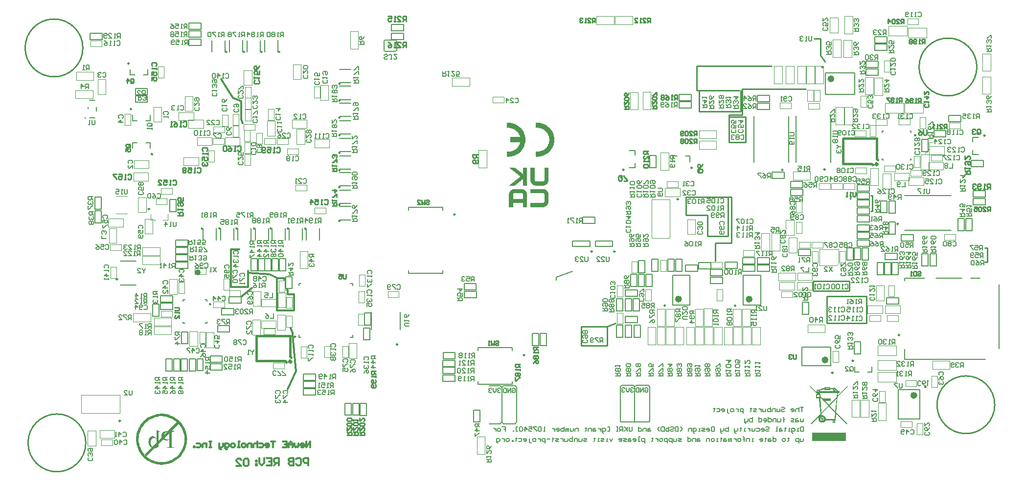
<source format=gbo>
G04*
G04 #@! TF.GenerationSoftware,Altium Limited,Altium Designer,24.10.1 (45)*
G04*
G04 Layer_Color=37055*
%FSLAX44Y44*%
%MOMM*%
G71*
G04*
G04 #@! TF.SameCoordinates,ABE7D74E-C01C-4B96-B217-1A688C40366F*
G04*
G04*
G04 #@! TF.FilePolarity,Positive*
G04*
G01*
G75*
%ADD10C,0.2500*%
%ADD11C,0.2000*%
%ADD12C,0.4000*%
%ADD13C,0.2540*%
%ADD14C,0.1000*%
%ADD16C,0.3048*%
%ADD18C,0.1270*%
%ADD19C,0.2032*%
%ADD145C,0.5080*%
%ADD223C,0.5000*%
%ADD257C,0.1016*%
%ADD258C,0.6000*%
%ADD259C,0.1200*%
G36*
X585003Y-207965D02*
X584271D01*
Y-208148D01*
X583540D01*
Y-208331D01*
X583174D01*
Y-208514D01*
X582808D01*
Y-208697D01*
X582259D01*
Y-208879D01*
X582077D01*
Y-209062D01*
X581711D01*
Y-209245D01*
X581345D01*
Y-209428D01*
X581162D01*
Y-209611D01*
X580979D01*
Y-209794D01*
X580614D01*
Y-209977D01*
X580431D01*
Y-210160D01*
X580248D01*
Y-210343D01*
X579882D01*
Y-210708D01*
X579699D01*
Y-210891D01*
X579516D01*
Y-211074D01*
X579333D01*
Y-211257D01*
X579151D01*
Y-211440D01*
X578968D01*
Y-211623D01*
X578785D01*
Y-211988D01*
X578602D01*
Y-212171D01*
X578419D01*
Y-212537D01*
X578236D01*
Y-212903D01*
X578053D01*
Y-213086D01*
X577870D01*
Y-213451D01*
X577687D01*
Y-214000D01*
X577505D01*
Y-214366D01*
X577322D01*
Y-214914D01*
X577139D01*
Y-215829D01*
X576956D01*
Y-217292D01*
X576773D01*
Y-239237D01*
X584088D01*
Y-232105D01*
X601096D01*
Y-239237D01*
X608228D01*
Y-215829D01*
X608046D01*
Y-215097D01*
X607863D01*
Y-214549D01*
X607680D01*
Y-214000D01*
X607497D01*
Y-213634D01*
X607314D01*
Y-213086D01*
X607131D01*
Y-212903D01*
X606948D01*
Y-212537D01*
X606765D01*
Y-212171D01*
X606582D01*
Y-211988D01*
X606400D01*
Y-211805D01*
X606217D01*
Y-211440D01*
X606034D01*
Y-211257D01*
X605851D01*
Y-211074D01*
X605668D01*
Y-210891D01*
X605485D01*
Y-210708D01*
X605302D01*
Y-210525D01*
X605119D01*
Y-210343D01*
X604937D01*
Y-210160D01*
X604754D01*
Y-209977D01*
X604571D01*
Y-209794D01*
X604205D01*
Y-209611D01*
X604022D01*
Y-209428D01*
X603839D01*
Y-209245D01*
X603474D01*
Y-209062D01*
X603108D01*
Y-208879D01*
X602925D01*
Y-208697D01*
X602376D01*
Y-208514D01*
X602010D01*
Y-208331D01*
X601462D01*
Y-208148D01*
X600913D01*
Y-207965D01*
X600182D01*
Y-207782D01*
X585003D01*
Y-207965D01*
D02*
G37*
G36*
X608228Y-179253D02*
Y-170475D01*
X601096D01*
Y-181813D01*
X600730D01*
Y-181630D01*
X600547D01*
Y-181447D01*
X600365D01*
Y-181265D01*
X600182D01*
Y-181082D01*
X599999D01*
Y-180899D01*
X599633D01*
Y-180716D01*
X599450D01*
Y-180533D01*
X599267D01*
Y-180350D01*
X599084D01*
Y-180167D01*
X598719D01*
Y-179984D01*
X598536D01*
Y-179802D01*
X598353D01*
Y-179619D01*
X597987D01*
Y-179436D01*
X597804D01*
Y-179253D01*
X597621D01*
Y-179070D01*
X597439D01*
Y-178887D01*
X597256D01*
Y-178704D01*
X596890D01*
Y-178521D01*
X596707D01*
Y-178339D01*
X596524D01*
Y-178156D01*
X596341D01*
Y-177973D01*
X595975D01*
Y-177790D01*
X595793D01*
Y-177607D01*
X595610D01*
Y-177424D01*
X595244D01*
Y-177241D01*
X595061D01*
Y-177058D01*
X594878D01*
Y-176875D01*
X594695D01*
Y-176693D01*
X594512D01*
Y-176510D01*
X594147D01*
Y-176327D01*
X593964D01*
Y-176144D01*
X593781D01*
Y-175961D01*
X593598D01*
Y-175778D01*
X593232D01*
Y-175595D01*
X593049D01*
Y-175412D01*
X592867D01*
Y-175229D01*
X592501D01*
Y-175047D01*
X592318D01*
Y-174864D01*
X592135D01*
Y-174681D01*
X591952D01*
Y-174498D01*
X591769D01*
Y-174315D01*
X591403D01*
Y-174132D01*
X591221D01*
Y-173949D01*
X591038D01*
Y-173766D01*
X590855D01*
Y-173584D01*
X590489D01*
Y-173401D01*
X590306D01*
Y-173218D01*
X590123D01*
Y-173035D01*
X589757D01*
Y-172852D01*
X589575D01*
Y-172669D01*
X589392D01*
Y-172486D01*
X589209D01*
Y-172303D01*
X589026D01*
Y-172121D01*
X588660D01*
Y-171938D01*
X588477D01*
Y-171755D01*
X588294D01*
Y-171572D01*
X588112D01*
Y-171389D01*
X587746D01*
Y-171206D01*
X587563D01*
Y-171023D01*
X587380D01*
Y-170840D01*
X587014D01*
Y-170658D01*
X586831D01*
Y-170475D01*
X576956D01*
Y-170658D01*
X577139D01*
Y-170840D01*
X577322D01*
Y-171023D01*
X577505D01*
Y-171206D01*
X577687D01*
Y-171389D01*
X578053D01*
Y-171572D01*
X578236D01*
Y-171755D01*
X578419D01*
Y-171938D01*
X578785D01*
Y-172121D01*
X578968D01*
Y-172303D01*
X579151D01*
Y-172486D01*
X579333D01*
Y-172669D01*
X579699D01*
Y-172852D01*
X579882D01*
Y-173035D01*
X580065D01*
Y-173218D01*
X580431D01*
Y-173401D01*
X580614D01*
Y-173584D01*
X580796D01*
Y-173766D01*
X580979D01*
Y-173949D01*
X581345D01*
Y-174132D01*
X581528D01*
Y-174315D01*
X581711D01*
Y-174498D01*
X581894D01*
Y-174681D01*
X582259D01*
Y-174864D01*
X582442D01*
Y-175047D01*
X582625D01*
Y-175229D01*
X582991D01*
Y-175412D01*
X583174D01*
Y-175595D01*
X583357D01*
Y-175778D01*
X583540D01*
Y-175961D01*
X583905D01*
Y-176144D01*
X584088D01*
Y-176327D01*
X584271D01*
Y-176510D01*
X584454D01*
Y-176693D01*
X584820D01*
Y-176875D01*
X585003D01*
Y-177058D01*
X585186D01*
Y-177241D01*
X585368D01*
Y-177424D01*
X585734D01*
Y-177607D01*
X585917D01*
Y-177790D01*
X586100D01*
Y-177973D01*
X586466D01*
Y-178156D01*
X586649D01*
Y-178339D01*
X586831D01*
Y-178521D01*
X587014D01*
Y-178704D01*
X587380D01*
Y-178887D01*
X587563D01*
Y-179070D01*
X587746D01*
Y-179253D01*
X588112D01*
Y-179436D01*
X588294D01*
Y-179619D01*
X588477D01*
Y-179802D01*
X588660D01*
Y-179984D01*
X589026D01*
Y-180167D01*
X589209D01*
Y-180350D01*
X589392D01*
Y-180533D01*
X589575D01*
Y-180716D01*
X589940D01*
Y-180899D01*
X590123D01*
Y-181082D01*
X590306D01*
Y-181265D01*
X590672D01*
Y-181447D01*
X590855D01*
Y-181630D01*
X591038D01*
Y-181813D01*
X591221D01*
Y-181996D01*
X591586D01*
Y-182179D01*
X591769D01*
Y-182362D01*
X591952D01*
Y-182545D01*
X592135D01*
Y-182728D01*
X592501D01*
Y-182910D01*
X592684D01*
Y-183093D01*
X592867D01*
Y-183276D01*
X593049D01*
Y-183459D01*
X593415D01*
Y-183642D01*
X593598D01*
Y-183825D01*
X593781D01*
Y-184008D01*
X594147D01*
Y-184191D01*
X594329D01*
Y-184373D01*
X594512D01*
Y-184556D01*
X594695D01*
Y-184739D01*
X595061D01*
Y-184922D01*
X595244D01*
Y-185105D01*
X595427D01*
Y-185288D01*
X595793D01*
Y-185471D01*
X595975D01*
Y-185654D01*
X596158D01*
Y-185837D01*
X596341D01*
Y-186019D01*
X596707D01*
Y-186202D01*
X596890D01*
Y-186385D01*
X596524D01*
Y-186568D01*
X596341D01*
Y-186751D01*
X596158D01*
Y-186934D01*
X595975D01*
Y-187117D01*
X595610D01*
Y-187300D01*
X595427D01*
Y-187482D01*
X595244D01*
Y-187665D01*
X595061D01*
Y-187848D01*
X594695D01*
Y-188031D01*
X594512D01*
Y-188214D01*
X594329D01*
Y-188397D01*
X593964D01*
Y-188580D01*
X593781D01*
Y-188763D01*
X593598D01*
Y-188946D01*
X593415D01*
Y-189128D01*
X593049D01*
Y-189311D01*
X592867D01*
Y-189494D01*
X592684D01*
Y-189677D01*
X592501D01*
Y-189860D01*
X592135D01*
Y-190043D01*
X591952D01*
Y-190226D01*
X591769D01*
Y-190409D01*
X591403D01*
Y-190591D01*
X591221D01*
Y-190774D01*
X591038D01*
Y-190957D01*
X590855D01*
Y-191140D01*
X590489D01*
Y-191323D01*
X590306D01*
Y-191506D01*
X590123D01*
Y-191689D01*
X589757D01*
Y-191872D01*
X589575D01*
Y-192055D01*
X589392D01*
Y-192237D01*
X589209D01*
Y-192420D01*
X588843D01*
Y-192603D01*
X588660D01*
Y-192786D01*
X588477D01*
Y-192969D01*
X588294D01*
Y-193152D01*
X587929D01*
Y-193335D01*
X587746D01*
Y-193517D01*
X587563D01*
Y-193700D01*
X587380D01*
Y-193883D01*
X587014D01*
Y-194066D01*
X586831D01*
Y-194249D01*
X586649D01*
Y-194432D01*
X586283D01*
Y-194615D01*
X586100D01*
Y-194798D01*
X585917D01*
Y-194981D01*
X585734D01*
Y-195163D01*
X585368D01*
Y-195346D01*
X585186D01*
Y-195529D01*
X585003D01*
Y-195712D01*
X584820D01*
Y-195895D01*
X584454D01*
Y-196078D01*
X584271D01*
Y-196261D01*
X584088D01*
Y-196444D01*
X583722D01*
Y-196626D01*
X583540D01*
Y-196809D01*
X583357D01*
Y-196992D01*
X583174D01*
Y-197175D01*
X582808D01*
Y-197358D01*
X582625D01*
Y-197541D01*
X582442D01*
Y-197724D01*
X582077D01*
Y-197907D01*
X581894D01*
Y-198090D01*
X581711D01*
Y-198272D01*
X581528D01*
Y-198455D01*
X581162D01*
Y-198638D01*
X580979D01*
Y-198821D01*
X580796D01*
Y-199004D01*
X580614D01*
Y-199187D01*
X580248D01*
Y-199370D01*
X580065D01*
Y-199553D01*
X579882D01*
Y-199735D01*
X579699D01*
Y-199918D01*
X579333D01*
Y-200101D01*
X579151D01*
Y-200284D01*
X578968D01*
Y-200467D01*
X578602D01*
Y-200650D01*
X578419D01*
Y-200833D01*
X578236D01*
Y-201016D01*
X578053D01*
Y-201199D01*
X577687D01*
Y-201381D01*
X577505D01*
Y-201564D01*
X577322D01*
Y-201747D01*
X577139D01*
Y-201930D01*
X587014D01*
Y-201747D01*
X587197D01*
Y-201564D01*
X587563D01*
Y-201381D01*
X587746D01*
Y-201199D01*
X587929D01*
Y-201016D01*
X588294D01*
Y-200833D01*
X588477D01*
Y-200650D01*
X588660D01*
Y-200467D01*
X588843D01*
Y-200284D01*
X589209D01*
Y-200101D01*
X589392D01*
Y-199918D01*
X589575D01*
Y-199735D01*
X589757D01*
Y-199553D01*
X589940D01*
Y-199370D01*
X590306D01*
Y-199187D01*
X590489D01*
Y-199004D01*
X590672D01*
Y-198821D01*
X591038D01*
Y-198638D01*
X591221D01*
Y-198455D01*
X591403D01*
Y-198272D01*
X591586D01*
Y-198090D01*
X591952D01*
Y-197907D01*
X592135D01*
Y-197724D01*
X592318D01*
Y-197541D01*
X592501D01*
Y-197358D01*
X592684D01*
Y-197175D01*
X593049D01*
Y-196992D01*
X593232D01*
Y-196809D01*
X593415D01*
Y-196626D01*
X593781D01*
Y-196444D01*
X593964D01*
Y-196261D01*
X594147D01*
Y-196078D01*
X594329D01*
Y-195895D01*
X594695D01*
Y-195712D01*
X594878D01*
Y-195529D01*
X595061D01*
Y-195346D01*
X595244D01*
Y-195163D01*
X595427D01*
Y-194981D01*
X595793D01*
Y-194798D01*
X595975D01*
Y-194615D01*
X596158D01*
Y-194432D01*
X596524D01*
Y-194249D01*
X596707D01*
Y-194066D01*
X596890D01*
Y-193883D01*
X597073D01*
Y-193700D01*
X597439D01*
Y-193517D01*
X597621D01*
Y-193335D01*
X597804D01*
Y-193152D01*
X597987D01*
Y-192969D01*
X598170D01*
Y-192786D01*
X598536D01*
Y-192603D01*
X598719D01*
Y-192420D01*
X598901D01*
Y-192237D01*
X599267D01*
Y-192055D01*
X599450D01*
Y-191872D01*
X599633D01*
Y-191689D01*
X599816D01*
Y-191506D01*
X600182D01*
Y-191323D01*
X600365D01*
Y-191140D01*
X600547D01*
Y-190957D01*
X600730D01*
Y-190774D01*
X600913D01*
Y-190591D01*
X601096D01*
Y-201930D01*
X608228D01*
Y-179436D01*
Y-179253D01*
D02*
G37*
G36*
X616641Y-239237D02*
X636026D01*
Y-239055D01*
X637306D01*
Y-238872D01*
X638221D01*
Y-238689D01*
X638769D01*
Y-238506D01*
X639135D01*
Y-238323D01*
X639684D01*
Y-238140D01*
X640050D01*
Y-237957D01*
X640415D01*
Y-237775D01*
X640781D01*
Y-237592D01*
X640964D01*
Y-237409D01*
X641147D01*
Y-237226D01*
X641513D01*
Y-237043D01*
X641695D01*
Y-236860D01*
X641878D01*
Y-236677D01*
X642244D01*
Y-236494D01*
X642427D01*
Y-236129D01*
X642793D01*
Y-235946D01*
X642976D01*
Y-235580D01*
X643158D01*
Y-235397D01*
X643341D01*
Y-235214D01*
X643524D01*
Y-234848D01*
X643707D01*
Y-234666D01*
X643890D01*
Y-234483D01*
X644073D01*
Y-234117D01*
X644256D01*
Y-233751D01*
X644439D01*
Y-233385D01*
X644622D01*
Y-232837D01*
X644804D01*
Y-232471D01*
X644987D01*
Y-231922D01*
X645170D01*
Y-231008D01*
X645353D01*
Y-229728D01*
X645536D01*
Y-217292D01*
X645353D01*
Y-215829D01*
X645170D01*
Y-214914D01*
X644987D01*
Y-214366D01*
X644804D01*
Y-214000D01*
X644622D01*
Y-213451D01*
X644439D01*
Y-213086D01*
X644256D01*
Y-212903D01*
X644073D01*
Y-212537D01*
X643890D01*
Y-212171D01*
X643707D01*
Y-211988D01*
X643524D01*
Y-211623D01*
X643341D01*
Y-211440D01*
X643158D01*
Y-211257D01*
X642976D01*
Y-211074D01*
X642793D01*
Y-210891D01*
X642610D01*
Y-210708D01*
X642427D01*
Y-210343D01*
X642061D01*
Y-210160D01*
X641878D01*
Y-209977D01*
X641695D01*
Y-209794D01*
X641330D01*
Y-209611D01*
X641147D01*
Y-209428D01*
X640964D01*
Y-209245D01*
X640598D01*
Y-209062D01*
X640232D01*
Y-208879D01*
X640050D01*
Y-208697D01*
X639501D01*
Y-208514D01*
X639135D01*
Y-208331D01*
X638769D01*
Y-208148D01*
X638038D01*
Y-207965D01*
X637306D01*
Y-207782D01*
X614081D01*
Y-214914D01*
X636392D01*
Y-215097D01*
X636758D01*
Y-215280D01*
X637123D01*
Y-215463D01*
X637306D01*
Y-215646D01*
X637489D01*
Y-215829D01*
X637672D01*
Y-216012D01*
X637855D01*
Y-216378D01*
X638038D01*
Y-216743D01*
X638221D01*
Y-230093D01*
X638038D01*
Y-230459D01*
X637855D01*
Y-230825D01*
X637672D01*
Y-231008D01*
X637489D01*
Y-231191D01*
X637306D01*
Y-231374D01*
X637123D01*
Y-231557D01*
X636758D01*
Y-231739D01*
X636392D01*
Y-231922D01*
X614081D01*
Y-239237D01*
X616458D01*
X616641D01*
D02*
G37*
G36*
X621213Y-184922D02*
Y-170475D01*
X614081D01*
Y-193883D01*
X614263D01*
Y-194615D01*
X614446D01*
Y-195163D01*
X614629D01*
Y-195712D01*
X614812D01*
Y-196078D01*
X614995D01*
Y-196626D01*
X615178D01*
Y-196809D01*
X615361D01*
Y-197175D01*
X615544D01*
Y-197541D01*
X615727D01*
Y-197724D01*
X615909D01*
Y-197907D01*
X616092D01*
Y-198272D01*
X616275D01*
Y-198455D01*
X616458D01*
Y-198638D01*
X616641D01*
Y-198821D01*
X616824D01*
Y-199004D01*
X617007D01*
Y-199187D01*
X617189D01*
Y-199370D01*
X617372D01*
Y-199553D01*
X617555D01*
Y-199735D01*
X617738D01*
Y-199918D01*
X618104D01*
Y-200101D01*
X618287D01*
Y-200284D01*
X618470D01*
Y-200467D01*
X618835D01*
Y-200650D01*
X619201D01*
Y-200833D01*
X619384D01*
Y-201016D01*
X619933D01*
Y-201199D01*
X620299D01*
Y-201381D01*
X620847D01*
Y-201564D01*
X621396D01*
Y-201747D01*
X622127D01*
Y-201930D01*
X637306D01*
Y-201747D01*
X638038D01*
Y-201564D01*
X638769D01*
Y-201381D01*
X639135D01*
Y-201199D01*
X639501D01*
Y-201016D01*
X640050D01*
Y-200833D01*
X640232D01*
Y-200650D01*
X640598D01*
Y-200467D01*
X640964D01*
Y-200284D01*
X641147D01*
Y-200101D01*
X641330D01*
Y-199918D01*
X641695D01*
Y-199735D01*
X641878D01*
Y-199553D01*
X642061D01*
Y-199370D01*
X642427D01*
Y-199004D01*
X642610D01*
Y-198821D01*
X642793D01*
Y-198638D01*
X642976D01*
Y-198455D01*
X643158D01*
Y-198272D01*
X643341D01*
Y-198090D01*
X643524D01*
Y-197724D01*
X643707D01*
Y-197541D01*
X643890D01*
Y-197175D01*
X644073D01*
Y-196809D01*
X644256D01*
Y-196626D01*
X644439D01*
Y-196261D01*
X644622D01*
Y-195712D01*
X644804D01*
Y-195346D01*
X644987D01*
Y-194798D01*
X645170D01*
Y-193883D01*
X645353D01*
Y-192420D01*
X645536D01*
Y-170475D01*
X638221D01*
Y-192969D01*
X638038D01*
Y-193335D01*
X637855D01*
Y-193700D01*
X637672D01*
Y-193883D01*
X637489D01*
Y-194066D01*
X637306D01*
Y-194249D01*
X637123D01*
Y-194432D01*
X636758D01*
Y-194615D01*
X636392D01*
Y-194798D01*
X623225D01*
Y-194615D01*
X622676D01*
Y-194432D01*
X622310D01*
Y-194249D01*
X622127D01*
Y-194066D01*
X621944D01*
Y-193883D01*
X621762D01*
Y-193700D01*
X621579D01*
Y-193335D01*
X621396D01*
Y-192786D01*
X621213D01*
Y-185105D01*
Y-184922D01*
D02*
G37*
G36*
X628323Y-93004D02*
X630538Y-93290D01*
X632537Y-93719D01*
X634537Y-94290D01*
X636323Y-94933D01*
X638109Y-95647D01*
X639680Y-96433D01*
X641108Y-97218D01*
X642394Y-98076D01*
X643608Y-98861D01*
X644608Y-99576D01*
X645394Y-100218D01*
X646108Y-100790D01*
X646537Y-101218D01*
X646894Y-101504D01*
X646965Y-101575D01*
X648465Y-103218D01*
X649822Y-104932D01*
X650965Y-106646D01*
X651965Y-108432D01*
X652822Y-110218D01*
X653465Y-111932D01*
X654036Y-113575D01*
X654536Y-115146D01*
X654893Y-116646D01*
X655179Y-118075D01*
X655322Y-119289D01*
X655465Y-120289D01*
X655536Y-121146D01*
X655608Y-121789D01*
Y-122217D01*
Y-122289D01*
Y-122360D01*
X655536Y-124574D01*
X655250Y-126788D01*
X654822Y-128788D01*
X654251Y-130788D01*
X653608Y-132574D01*
X652894Y-134359D01*
X652108Y-135931D01*
X651251Y-137359D01*
X650465Y-138645D01*
X649679Y-139859D01*
X648965Y-140859D01*
X648322Y-141645D01*
X647751Y-142359D01*
X647322Y-142788D01*
X647037Y-143145D01*
X646965Y-143216D01*
X645322Y-144716D01*
X643608Y-146073D01*
X641823Y-147216D01*
X640037Y-148216D01*
X638323Y-149073D01*
X636537Y-149716D01*
X634894Y-150287D01*
X633323Y-150787D01*
X631823Y-151144D01*
X630395Y-151430D01*
X629180Y-151573D01*
X628181Y-151716D01*
X627323Y-151787D01*
X626681Y-151858D01*
X625038D01*
X624038Y-151787D01*
X623681D01*
X623395Y-151716D01*
X623109D01*
Y-142788D01*
X624181Y-142930D01*
X625109Y-143002D01*
X626109D01*
X627681Y-142930D01*
X629180Y-142716D01*
X630609Y-142430D01*
X632038Y-142073D01*
X633323Y-141573D01*
X634537Y-141073D01*
X635609Y-140573D01*
X636609Y-140002D01*
X637537Y-139431D01*
X638394Y-138931D01*
X639109Y-138359D01*
X639680Y-137931D01*
X640108Y-137573D01*
X640466Y-137288D01*
X640680Y-137073D01*
X640751Y-137002D01*
X641823Y-135859D01*
X642751Y-134645D01*
X643537Y-133359D01*
X644251Y-132145D01*
X644822Y-130931D01*
X645251Y-129717D01*
X645680Y-128503D01*
X645965Y-127431D01*
X646251Y-126360D01*
X646465Y-125360D01*
X646537Y-124503D01*
X646680Y-123788D01*
Y-123217D01*
X646751Y-122717D01*
Y-122431D01*
Y-122360D01*
X646680Y-120789D01*
X646465Y-119289D01*
X646180Y-117860D01*
X645823Y-116503D01*
X645322Y-115218D01*
X644822Y-114003D01*
X644323Y-112932D01*
X643751Y-111861D01*
X643180Y-111003D01*
X642680Y-110146D01*
X642108Y-109432D01*
X641680Y-108861D01*
X641323Y-108432D01*
X641037Y-108075D01*
X640823Y-107861D01*
X640751Y-107789D01*
X639608Y-106718D01*
X638394Y-105789D01*
X637109Y-105004D01*
X635894Y-104290D01*
X634680Y-103718D01*
X633466Y-103218D01*
X632252Y-102790D01*
X631180Y-102504D01*
X630109Y-102218D01*
X629109Y-102004D01*
X628252Y-101932D01*
X627538Y-101790D01*
X626966D01*
X626466Y-101718D01*
X625038D01*
X624038Y-101790D01*
X623681Y-101861D01*
X623395D01*
X623181Y-101932D01*
X623109D01*
X623181Y-93004D01*
X624181Y-92933D01*
X626109D01*
X628323Y-93004D01*
D02*
G37*
G36*
X578183Y-93004D02*
X580397Y-93290D01*
X582397Y-93719D01*
X584397Y-94290D01*
X586183Y-94933D01*
X587968Y-95647D01*
X589540Y-96433D01*
X590968Y-97218D01*
X592254Y-98076D01*
X593468Y-98861D01*
X594468Y-99576D01*
X595254Y-100218D01*
X595968Y-100790D01*
X596396Y-101218D01*
X596754Y-101504D01*
X596825Y-101575D01*
X598325Y-103218D01*
X599682Y-104932D01*
X600825Y-106646D01*
X601825Y-108432D01*
X602682Y-110218D01*
X603325Y-111932D01*
X603896Y-113575D01*
X604396Y-115146D01*
X604753Y-116646D01*
X605039Y-118075D01*
X605182Y-119289D01*
X605325Y-120289D01*
X605396Y-121146D01*
X605467Y-121789D01*
Y-122217D01*
Y-122289D01*
Y-122360D01*
X605396Y-124574D01*
X605110Y-126788D01*
X604682Y-128788D01*
X604110Y-130788D01*
X603468Y-132574D01*
X602753Y-134359D01*
X601968Y-135931D01*
X601110Y-137359D01*
X600325Y-138645D01*
X599539Y-139859D01*
X598825Y-140859D01*
X598182Y-141645D01*
X597611Y-142359D01*
X597182Y-142788D01*
X596897Y-143145D01*
X596825Y-143216D01*
X595182Y-144716D01*
X593468Y-146073D01*
X591683Y-147216D01*
X589897Y-148216D01*
X588183Y-149073D01*
X586397Y-149716D01*
X584754Y-150287D01*
X583183Y-150787D01*
X581683Y-151144D01*
X580255Y-151430D01*
X579040Y-151573D01*
X578040Y-151716D01*
X577183Y-151787D01*
X576540Y-151858D01*
X574898D01*
X573969Y-151787D01*
X573541D01*
X573255Y-151716D01*
X573041D01*
Y-142859D01*
X574040Y-142930D01*
X575041Y-143002D01*
X575969D01*
X577326Y-142930D01*
X578612Y-142788D01*
X579897Y-142573D01*
X581040Y-142288D01*
X582183Y-141930D01*
X583254Y-141573D01*
X584254Y-141145D01*
X585183Y-140716D01*
X585969Y-140359D01*
X586754Y-139930D01*
X587397Y-139573D01*
X587897Y-139216D01*
X588326Y-138931D01*
X588611Y-138716D01*
X588825Y-138573D01*
X588897Y-138502D01*
X589897Y-137645D01*
X590825Y-136716D01*
X591683Y-135716D01*
X592397Y-134717D01*
X593040Y-133788D01*
X593682Y-132788D01*
X594182Y-131860D01*
X594611Y-130931D01*
X594968Y-130074D01*
X595325Y-129288D01*
X595539Y-128574D01*
X595754Y-128003D01*
X595896Y-127503D01*
X596039Y-127074D01*
X596111Y-126860D01*
Y-126788D01*
X578897Y-126788D01*
Y-117932D01*
X596111Y-117932D01*
X595754Y-116646D01*
X595396Y-115360D01*
X594897Y-114218D01*
X594325Y-113075D01*
X593754Y-112075D01*
X593182Y-111075D01*
X592611Y-110218D01*
X591968Y-109432D01*
X591397Y-108718D01*
X590825Y-108075D01*
X590325Y-107575D01*
X589897Y-107075D01*
X589468Y-106718D01*
X589183Y-106504D01*
X589040Y-106361D01*
X588968Y-106289D01*
X587897Y-105504D01*
X586754Y-104789D01*
X585611Y-104147D01*
X584540Y-103647D01*
X583397Y-103218D01*
X582326Y-102861D01*
X580326Y-102290D01*
X579397Y-102075D01*
X578540Y-101932D01*
X577826Y-101861D01*
X577183Y-101790D01*
X576683Y-101718D01*
X574898D01*
X573969Y-101790D01*
X573541Y-101861D01*
X573255D01*
X573112Y-101932D01*
X573041D01*
Y-93004D01*
X574183Y-92933D01*
X575969D01*
X578183Y-93004D01*
D02*
G37*
G36*
X1163600Y-549711D02*
X1145672Y-568353D01*
X1145172Y-573424D01*
X1144030Y-585566D01*
X1143101Y-594423D01*
X1162314Y-614136D01*
X1161029Y-615422D01*
X1143030Y-596851D01*
X1141887Y-608208D01*
X1141387D01*
Y-612565D01*
X1137316D01*
Y-608208D01*
X1124888D01*
X1124459Y-609136D01*
X1123888Y-609922D01*
X1122959Y-610922D01*
X1121745Y-611707D01*
X1120459Y-612136D01*
X1119174Y-612279D01*
X1117817Y-612207D01*
X1116888Y-611922D01*
X1115817Y-611493D01*
X1114888Y-610922D01*
X1114103Y-610207D01*
X1113388Y-609136D01*
X1112817Y-607922D01*
X1112531Y-606779D01*
X1112388Y-605922D01*
X1112531Y-604851D01*
X1112674Y-603922D01*
X1112960Y-603136D01*
X1113460Y-602279D01*
X1114031Y-601494D01*
X1114745Y-600851D01*
X1115531Y-600280D01*
X1116317Y-599922D01*
X1116174Y-598994D01*
X1100318Y-615422D01*
X1099032Y-614064D01*
X1116031Y-596494D01*
X1114603Y-581209D01*
X1113674Y-570067D01*
X1108603D01*
Y-562924D01*
X1109960D01*
X1097104Y-549711D01*
X1098389Y-548425D01*
X1110531Y-560924D01*
Y-559996D01*
X1110246Y-559782D01*
X1109960Y-559639D01*
X1109603Y-559282D01*
X1109317Y-558853D01*
X1109103Y-558425D01*
X1108960Y-557996D01*
X1108889Y-557496D01*
X1109031Y-556782D01*
X1109174Y-556425D01*
X1109674Y-555710D01*
X1110174Y-555210D01*
X1110889Y-554925D01*
X1111603Y-554782D01*
X1112317Y-554853D01*
X1112960Y-555139D01*
X1113531Y-555496D01*
X1113745Y-555782D01*
X1114245Y-555353D01*
X1115031Y-554853D01*
X1116031Y-554353D01*
X1117388Y-553853D01*
X1118888Y-553425D01*
X1120388Y-553068D01*
X1121888Y-552853D01*
X1123174Y-552639D01*
Y-551068D01*
X1133316D01*
Y-552425D01*
X1134173D01*
X1135459Y-552568D01*
X1136816Y-552782D01*
X1138173Y-552996D01*
Y-552139D01*
X1142601D01*
Y-554211D01*
X1143101Y-554425D01*
X1143815Y-554782D01*
X1144529Y-555282D01*
X1145244Y-555710D01*
X1145815Y-556210D01*
X1146172Y-556567D01*
X1146529Y-556925D01*
X1146672Y-557353D01*
X1146601Y-558067D01*
X1149172D01*
Y-561353D01*
X1146315D01*
X1145887Y-565496D01*
X1162314Y-548425D01*
X1163600Y-549711D01*
D02*
G37*
G36*
X1159743Y-629992D02*
Y-630278D01*
Y-630635D01*
Y-631064D01*
Y-631492D01*
Y-631849D01*
Y-632135D01*
Y-632206D01*
Y-633921D01*
Y-634778D01*
Y-635563D01*
Y-636206D01*
Y-636778D01*
Y-637063D01*
Y-637206D01*
Y-638206D01*
Y-639135D01*
Y-639992D01*
Y-640706D01*
Y-641349D01*
Y-641777D01*
Y-642134D01*
Y-642206D01*
Y-642920D01*
Y-643492D01*
Y-643849D01*
Y-644134D01*
Y-644277D01*
Y-644349D01*
Y-644420D01*
X1101889D01*
Y-644349D01*
Y-644063D01*
Y-643706D01*
Y-643277D01*
Y-642920D01*
Y-642563D01*
Y-642277D01*
Y-642206D01*
Y-640492D01*
Y-639635D01*
Y-638849D01*
Y-638206D01*
Y-637635D01*
Y-637349D01*
Y-637206D01*
Y-636206D01*
Y-635278D01*
Y-634421D01*
Y-633706D01*
Y-633064D01*
Y-632635D01*
Y-632278D01*
Y-632206D01*
Y-631421D01*
Y-630849D01*
Y-630492D01*
Y-630206D01*
Y-630064D01*
Y-629921D01*
X1159743D01*
Y-629992D01*
D02*
G37*
G36*
X-20855Y-596934D02*
X-17570Y-597363D01*
X-14498Y-598005D01*
X-11570Y-598791D01*
X-8856Y-599791D01*
X-6284Y-600934D01*
X-3856Y-602077D01*
X-1713Y-603291D01*
X287Y-604505D01*
X2001Y-605648D01*
X3501Y-606791D01*
X4787Y-607791D01*
X5786Y-608576D01*
X6501Y-609219D01*
X6715Y-609433D01*
X6929Y-609648D01*
X7001Y-609719D01*
X7072Y-609790D01*
X8215Y-611005D01*
X9358Y-612290D01*
X11358Y-614862D01*
X13072Y-617504D01*
X14572Y-620147D01*
X15786Y-622790D01*
X16857Y-625361D01*
X17714Y-627861D01*
X18357Y-630289D01*
X18929Y-632504D01*
X19286Y-634575D01*
X19571Y-636432D01*
X19714Y-637218D01*
X19786Y-638003D01*
X19857Y-638717D01*
X19929Y-639289D01*
Y-639789D01*
X20000Y-640289D01*
Y-640575D01*
Y-640860D01*
Y-641003D01*
Y-641075D01*
X19929Y-642789D01*
X19857Y-644432D01*
X19429Y-647646D01*
X18786Y-650717D01*
X18000Y-653645D01*
X17000Y-656431D01*
X15929Y-659002D01*
X14715Y-661359D01*
X13500Y-663573D01*
X12358Y-665573D01*
X11143Y-667287D01*
X10072Y-668787D01*
X9072Y-670073D01*
X8286Y-671002D01*
X7643Y-671787D01*
X7358Y-672001D01*
X7215Y-672216D01*
X7072Y-672287D01*
Y-672359D01*
X5858Y-673501D01*
X4572Y-674644D01*
X2001Y-676644D01*
X-642Y-678358D01*
X-3284Y-679858D01*
X-5927Y-681072D01*
X-8498Y-682144D01*
X-10998Y-683001D01*
X-13427Y-683644D01*
X-15641Y-684215D01*
X-17712Y-684572D01*
X-19569Y-684858D01*
X-20355Y-685001D01*
X-21141Y-685072D01*
X-21855Y-685144D01*
X-22426Y-685215D01*
X-22926D01*
X-23426Y-685286D01*
X-24212D01*
X-25926Y-685215D01*
X-27569Y-685144D01*
X-30854Y-684715D01*
X-33926Y-684072D01*
X-36854Y-683287D01*
X-39568Y-682287D01*
X-42211Y-681215D01*
X-44568Y-680001D01*
X-46711Y-678787D01*
X-48711Y-677644D01*
X-50425Y-676430D01*
X-51925Y-675358D01*
X-53210Y-674359D01*
X-54210Y-673573D01*
X-54925Y-672930D01*
X-55139Y-672644D01*
X-55353Y-672502D01*
X-55496Y-672359D01*
X-56710Y-671144D01*
X-57782Y-669859D01*
X-58853Y-668573D01*
X-59781Y-667288D01*
X-61496Y-664645D01*
X-62996Y-662002D01*
X-64281Y-659359D01*
X-65353Y-656717D01*
X-66210Y-654217D01*
X-66852Y-651860D01*
X-67424Y-649574D01*
X-67781Y-647574D01*
X-68067Y-645717D01*
X-68210Y-644860D01*
X-68281Y-644146D01*
X-68352Y-643432D01*
X-68424Y-642860D01*
Y-642289D01*
X-68495Y-641860D01*
Y-641503D01*
Y-641289D01*
Y-641146D01*
Y-641075D01*
Y-639360D01*
X-68352Y-637718D01*
X-67924Y-634432D01*
X-67281Y-631361D01*
X-66495Y-628432D01*
X-65496Y-625718D01*
X-64353Y-623075D01*
X-63210Y-620718D01*
X-61996Y-618576D01*
X-60781Y-616576D01*
X-59639Y-614862D01*
X-58496Y-613362D01*
X-57496Y-612076D01*
X-56710Y-611076D01*
X-56067Y-610362D01*
X-55853Y-610148D01*
X-55639Y-609933D01*
X-55567Y-609790D01*
X-55496D01*
X-54282Y-608576D01*
X-52996Y-607505D01*
X-51711Y-606433D01*
X-50425Y-605505D01*
X-47782Y-603791D01*
X-45139Y-602291D01*
X-42497Y-601005D01*
X-39925Y-599934D01*
X-37426Y-599077D01*
X-34997Y-598434D01*
X-32783Y-597863D01*
X-30712Y-597505D01*
X-28855Y-597220D01*
X-28069Y-597077D01*
X-27283Y-597005D01*
X-26569Y-596934D01*
X-25998Y-596863D01*
X-25498D01*
X-24998Y-596791D01*
X-22498D01*
X-20855Y-596934D01*
D02*
G37*
%LPC*%
G36*
X585917Y-214914D02*
X599084D01*
Y-215097D01*
X599633D01*
Y-215280D01*
X599999D01*
Y-215463D01*
X600182D01*
Y-215646D01*
X600365D01*
Y-215829D01*
X600547D01*
Y-216012D01*
X600730D01*
Y-216378D01*
X600913D01*
Y-216926D01*
X601096D01*
Y-224790D01*
X584088D01*
Y-216743D01*
X584271D01*
Y-216378D01*
X584454D01*
Y-216012D01*
X584637D01*
Y-215829D01*
X584820D01*
Y-215646D01*
X585003D01*
Y-215463D01*
X585186D01*
Y-215280D01*
X585551D01*
Y-215097D01*
X585917D01*
Y-214914D01*
D02*
G37*
G36*
X1131459Y-552853D02*
X1125031D01*
Y-553925D01*
X1131459D01*
Y-552853D01*
D02*
G37*
G36*
X1133316Y-554353D02*
Y-555782D01*
X1123174D01*
Y-554568D01*
X1121031Y-554925D01*
X1119174Y-555353D01*
X1117602Y-555782D01*
X1116317Y-556353D01*
X1115317Y-556996D01*
X1114603Y-557639D01*
Y-558067D01*
X1138173D01*
Y-554996D01*
X1136744Y-554711D01*
X1135173Y-554496D01*
X1133316Y-554353D01*
D02*
G37*
G36*
X1140744Y-553925D02*
X1140030D01*
Y-556353D01*
X1140744D01*
Y-553925D01*
D02*
G37*
G36*
X1142601Y-556282D02*
Y-558067D01*
X1144744D01*
X1144815Y-557782D01*
X1144244Y-557282D01*
X1143601Y-556782D01*
X1142601Y-556282D01*
D02*
G37*
G36*
X1111817Y-556639D02*
X1111674D01*
X1111388Y-556710D01*
X1111174Y-556782D01*
X1110889Y-557067D01*
X1110817Y-557425D01*
Y-557496D01*
Y-557567D01*
Y-557853D01*
X1110960Y-558067D01*
X1111246Y-558282D01*
X1111531Y-558425D01*
X1111674D01*
X1111960Y-558353D01*
X1112174Y-558282D01*
X1112460Y-557996D01*
X1112603Y-557710D01*
Y-557567D01*
X1112531Y-557282D01*
X1112460Y-556996D01*
X1112103Y-556782D01*
X1111817Y-556639D01*
D02*
G37*
G36*
X1113960Y-564710D02*
X1110460D01*
Y-568210D01*
X1113960D01*
Y-564710D01*
D02*
G37*
G36*
X1131745Y-572710D02*
X1122174D01*
Y-573281D01*
X1131745D01*
Y-572710D01*
D02*
G37*
G36*
X1144458Y-561353D02*
X1114817D01*
X1114960Y-562924D01*
X1115817D01*
Y-566353D01*
X1120245Y-570853D01*
X1133530D01*
X1133530Y-575066D01*
X1124388D01*
X1130530Y-581423D01*
X1143887Y-567567D01*
X1144458Y-561353D01*
D02*
G37*
G36*
X1143601Y-570495D02*
X1131816Y-582780D01*
X1141530Y-592780D01*
X1143601Y-570495D01*
D02*
G37*
G36*
X1115817Y-568924D02*
Y-570067D01*
X1115602D01*
X1117674Y-594708D01*
X1129245Y-582780D01*
X1121745Y-575066D01*
X1120245D01*
Y-573567D01*
X1115817Y-568924D01*
D02*
G37*
G36*
X1130530Y-584066D02*
X1117888Y-597137D01*
X1118102Y-599422D01*
X1118960Y-599351D01*
X1119888Y-599422D01*
X1121031Y-599780D01*
X1122174Y-600351D01*
X1123031Y-600922D01*
X1123816Y-601637D01*
X1124531Y-602708D01*
X1125102Y-603922D01*
X1125388Y-605351D01*
X1125316Y-606351D01*
X1140244D01*
X1141315Y-595137D01*
X1130530Y-584066D01*
D02*
G37*
G36*
X1119102Y-602636D02*
X1118388D01*
X1117888Y-602779D01*
X1117102Y-603136D01*
X1116531Y-603637D01*
X1116174Y-604208D01*
X1115888Y-604779D01*
X1115817Y-605279D01*
X1115745Y-605636D01*
Y-605708D01*
Y-605779D01*
Y-606351D01*
X1115888Y-606851D01*
X1116245Y-607636D01*
X1116745Y-608208D01*
X1117317Y-608565D01*
X1117960Y-608851D01*
X1118459Y-608922D01*
X1118817Y-608993D01*
X1118960D01*
X1119531Y-608922D01*
X1119959Y-608851D01*
X1120745Y-608493D01*
X1121317Y-607993D01*
X1121674Y-607351D01*
X1121959Y-606779D01*
X1122031Y-606279D01*
X1122102Y-605922D01*
Y-605779D01*
X1122031Y-605208D01*
X1121959Y-604708D01*
X1121602Y-603994D01*
X1121102Y-603422D01*
X1120531Y-602994D01*
X1119959Y-602779D01*
X1119460Y-602708D01*
X1119102Y-602636D01*
D02*
G37*
G36*
X1139530Y-608208D02*
X1139101D01*
Y-610779D01*
X1139530D01*
Y-608208D01*
D02*
G37*
%LPD*%
G36*
X1119674Y-603708D02*
X1120174Y-603994D01*
X1120531Y-604279D01*
X1120745Y-604708D01*
X1120888Y-605065D01*
X1121031Y-605422D01*
Y-605708D01*
Y-605779D01*
X1120959Y-606493D01*
X1120674Y-606993D01*
X1120388Y-607422D01*
X1119959Y-607636D01*
X1119602Y-607779D01*
X1119245Y-607850D01*
X1119031Y-607922D01*
X1118960D01*
X1118245Y-607850D01*
X1117674Y-607565D01*
X1117317Y-607208D01*
X1117031Y-606851D01*
X1116888Y-606422D01*
X1116745Y-606136D01*
Y-605851D01*
Y-605779D01*
X1116817Y-605065D01*
X1117102Y-604565D01*
X1117460Y-604136D01*
X1117817Y-603922D01*
X1118245Y-603779D01*
X1118602Y-603637D01*
X1118960D01*
X1119674Y-603708D01*
D02*
G37*
%LPC*%
G36*
X1119102Y-605494D02*
X1118960D01*
X1118745Y-605565D01*
X1118674Y-605636D01*
X1118602Y-605708D01*
Y-605779D01*
X1118674Y-605993D01*
X1118745Y-606065D01*
X1118888Y-606136D01*
X1118960D01*
X1119102Y-606065D01*
X1119174Y-605922D01*
X1119245Y-605851D01*
Y-605779D01*
X1119174Y-605636D01*
X1119102Y-605494D01*
D02*
G37*
G36*
X2287Y-611290D02*
X2232Y-611345D01*
X3929Y-612933D01*
X2287Y-611290D01*
D02*
G37*
G36*
X-23498Y-601219D02*
X-24212D01*
X-27283Y-601362D01*
X-30140Y-601720D01*
X-32926Y-602291D01*
X-35568Y-603077D01*
X-38068Y-603934D01*
X-40354Y-604934D01*
X-42497Y-606005D01*
X-44497Y-607076D01*
X-46211Y-608148D01*
X-47782Y-609219D01*
X-49139Y-610219D01*
X-50282Y-611076D01*
X-51139Y-611862D01*
X-51853Y-612433D01*
X-52210Y-612790D01*
X-52353Y-612933D01*
X-54425Y-615147D01*
X-56210Y-617504D01*
X-57782Y-619861D01*
X-59067Y-622218D01*
X-60210Y-624647D01*
X-61139Y-626932D01*
X-61924Y-629218D01*
X-62567Y-631361D01*
X-62996Y-633361D01*
X-63353Y-635218D01*
X-63638Y-636861D01*
X-63781Y-638289D01*
X-63853Y-638932D01*
X-63924Y-639503D01*
Y-639932D01*
X-63996Y-640360D01*
Y-640646D01*
Y-640860D01*
Y-641003D01*
Y-641075D01*
X-63853Y-644074D01*
X-63496Y-647003D01*
X-62924Y-649788D01*
X-62210Y-652431D01*
X-61281Y-654859D01*
X-60282Y-657217D01*
X-59282Y-659359D01*
X-58210Y-661288D01*
X-57067Y-663073D01*
X-56067Y-664645D01*
X-55068Y-666002D01*
X-54210Y-667145D01*
X-53903Y-667480D01*
X-53925Y-667502D01*
X-53139Y-668323D01*
X-53425Y-668002D01*
X-53903Y-667480D01*
X-41711Y-655288D01*
X-42282Y-654859D01*
X-42854Y-654360D01*
X-43282Y-654074D01*
X-43354Y-653931D01*
X-43425D01*
X-44068Y-653288D01*
X-44568Y-652645D01*
X-45068Y-651931D01*
X-45425Y-651217D01*
X-46068Y-649860D01*
X-46497Y-648503D01*
X-46711Y-647289D01*
X-46854Y-646788D01*
Y-646289D01*
X-46925Y-645931D01*
Y-645646D01*
Y-645503D01*
Y-645431D01*
X-46854Y-643860D01*
X-46568Y-642432D01*
X-46211Y-641217D01*
X-45782Y-640146D01*
X-45354Y-639360D01*
X-44997Y-638789D01*
X-44711Y-638432D01*
X-44639Y-638289D01*
X-43782Y-637432D01*
X-42854Y-636789D01*
X-41997Y-636361D01*
X-41140Y-636003D01*
X-40425Y-635860D01*
X-39854Y-635789D01*
X-39497Y-635718D01*
X-39354D01*
X-38711Y-635789D01*
X-38140Y-635860D01*
X-36997Y-636361D01*
X-35926Y-637003D01*
X-34997Y-637718D01*
X-34211Y-638432D01*
X-33640Y-639075D01*
X-33283Y-639575D01*
X-33140Y-639646D01*
X-33140Y-625361D01*
X-32140D01*
X-26212Y-627789D01*
X-26569Y-628575D01*
X-27140Y-628361D01*
X-27640Y-628289D01*
X-27926Y-628218D01*
X-28069D01*
X-28426Y-628289D01*
X-28712Y-628361D01*
X-28855Y-628432D01*
X-28926Y-628504D01*
X-29140Y-628789D01*
X-29283Y-629075D01*
X-29426Y-629361D01*
Y-629504D01*
X-29497Y-629932D01*
Y-630504D01*
X-29569Y-631218D01*
Y-631932D01*
Y-632575D01*
Y-633146D01*
Y-633575D01*
Y-633646D01*
Y-633718D01*
Y-643146D01*
X-24283Y-637860D01*
X-24569Y-636861D01*
X-24712Y-635860D01*
X-24783Y-635503D01*
Y-635218D01*
Y-635003D01*
Y-634932D01*
X-24712Y-634003D01*
X-24569Y-633075D01*
X-24283Y-632289D01*
X-23998Y-631646D01*
X-23712Y-631075D01*
X-23426Y-630718D01*
X-23283Y-630432D01*
X-23212Y-630361D01*
X-22569Y-629647D01*
X-21926Y-629075D01*
X-21355Y-628647D01*
X-20712Y-628218D01*
X-20212Y-628004D01*
X-19784Y-627789D01*
X-19498Y-627647D01*
X-19426D01*
X-18498Y-627361D01*
X-17498Y-627147D01*
X-16427Y-627004D01*
X-15427Y-626861D01*
X-14570D01*
X-13855Y-626790D01*
X-13212D01*
X2232Y-611345D01*
X1715Y-610862D01*
X-642Y-609076D01*
X-2999Y-607505D01*
X-5356Y-606148D01*
X-7784Y-605005D01*
X-10070Y-604076D01*
X-12355Y-603291D01*
X-14498Y-602648D01*
X-16498Y-602219D01*
X-18355Y-601862D01*
X-19998Y-601577D01*
X-21426Y-601434D01*
X-22069Y-601362D01*
X-22641Y-601291D01*
X-23069D01*
X-23498Y-601219D01*
D02*
G37*
G36*
X-15141Y-628718D02*
X-15784Y-628932D01*
X-16355Y-629147D01*
X-16712Y-629289D01*
X-16784Y-629361D01*
X-16855D01*
X-17355Y-629718D01*
X-17784Y-630075D01*
X-18498Y-630861D01*
X-18712Y-631218D01*
X-18927Y-631504D01*
X-18998Y-631718D01*
X-19069Y-631789D01*
X-19284Y-632361D01*
X-19426Y-632789D01*
X-19569Y-633075D01*
Y-633146D01*
X-15141Y-628718D01*
D02*
G37*
G36*
X-10784Y-630647D02*
X-18998Y-638789D01*
X-18712Y-639217D01*
X-18498Y-639575D01*
X-18284Y-639789D01*
X-18212Y-639860D01*
X-17569Y-640432D01*
X-16927Y-640860D01*
X-16284Y-641146D01*
X-15641Y-641360D01*
X-15141Y-641503D01*
X-14712Y-641574D01*
X-13855D01*
X-13355Y-641503D01*
X-12927Y-641432D01*
X-12784D01*
X-12141Y-641360D01*
X-11498Y-641289D01*
X-11213Y-641217D01*
X-10998Y-641146D01*
X-10784D01*
Y-630647D01*
D02*
G37*
G36*
X-37211Y-638789D02*
X-37640D01*
X-38426Y-638860D01*
X-39140Y-639075D01*
X-39783Y-639432D01*
X-40354Y-639789D01*
X-40854Y-640217D01*
X-41211Y-640503D01*
X-41425Y-640789D01*
X-41497Y-640860D01*
X-42068Y-641646D01*
X-42497Y-642574D01*
X-42782Y-643574D01*
X-42997Y-644503D01*
X-43140Y-645360D01*
X-43211Y-646003D01*
Y-646289D01*
Y-646503D01*
Y-646574D01*
Y-646646D01*
X-43140Y-648074D01*
X-42925Y-649360D01*
X-42639Y-650431D01*
X-42354Y-651360D01*
X-42068Y-652002D01*
X-41782Y-652503D01*
X-41568Y-652860D01*
X-41497Y-652931D01*
X-41140Y-653431D01*
X-40782Y-653717D01*
X-40497Y-653931D01*
X-40425Y-654002D01*
X-33140Y-646717D01*
Y-641075D01*
X-33640Y-640575D01*
X-34069Y-640217D01*
X-34497Y-639932D01*
X-34783Y-639717D01*
X-35211Y-639432D01*
X-35354Y-639360D01*
X-36211Y-639003D01*
X-36926Y-638860D01*
X-37211Y-638789D01*
D02*
G37*
G36*
X4429Y-613433D02*
X5001Y-614147D01*
X5325Y-614537D01*
X-6927Y-626790D01*
X-2499D01*
X-2499Y-627647D01*
X-3570D01*
X-4142Y-627718D01*
X-4642Y-627789D01*
X-5070Y-627932D01*
X-5427Y-628075D01*
X-5713Y-628289D01*
X-5927Y-628432D01*
X-5999Y-628504D01*
X-6070Y-628575D01*
X-6284Y-628932D01*
X-6427Y-629361D01*
X-6499Y-629932D01*
X-6570Y-630504D01*
X-6641Y-631075D01*
Y-631575D01*
Y-631861D01*
Y-632004D01*
Y-650931D01*
Y-651788D01*
X-6570Y-652503D01*
X-6499Y-653002D01*
X-6427Y-653431D01*
X-6356Y-653717D01*
X-6284Y-653931D01*
X-6213Y-654074D01*
X-5856Y-654502D01*
X-5499Y-654788D01*
X-4999Y-655002D01*
X-4570Y-655145D01*
X-4213Y-655217D01*
X-3856Y-655288D01*
X-2499D01*
Y-656074D01*
X-14998D01*
Y-655288D01*
X-13855D01*
X-13284Y-655217D01*
X-12784Y-655145D01*
X-12355Y-655002D01*
X-11998Y-654788D01*
X-11784Y-654645D01*
X-11570Y-654502D01*
X-11498Y-654431D01*
X-11427Y-654360D01*
X-11213Y-654002D01*
X-11070Y-653503D01*
X-10927Y-652931D01*
X-10855Y-652360D01*
Y-651860D01*
X-10784Y-651360D01*
Y-651074D01*
Y-650931D01*
Y-642360D01*
X-11855Y-642574D01*
X-12284Y-642646D01*
X-12713Y-642717D01*
X-12998Y-642789D01*
X-13212Y-642860D01*
X-13427D01*
X-14355Y-642932D01*
X-15070Y-643003D01*
X-15712D01*
X-16998Y-642932D01*
X-18141Y-642789D01*
X-19141Y-642503D01*
X-19998Y-642217D01*
X-20712Y-641932D01*
X-21141Y-641646D01*
X-21498Y-641503D01*
X-21569Y-641432D01*
X-29569Y-649360D01*
Y-654217D01*
X-30926Y-655002D01*
X-31569Y-655359D01*
X-32069Y-655574D01*
X-32569Y-655788D01*
X-32926Y-655931D01*
X-33140Y-656074D01*
X-33212D01*
X-34426Y-656431D01*
X-35069Y-656502D01*
X-35568Y-656574D01*
X-36068Y-656645D01*
X-36854D01*
X-50782Y-670644D01*
X-52353Y-669145D01*
X-53139Y-668323D01*
X-52853Y-668644D01*
X-52496Y-669073D01*
X-52353Y-669216D01*
X-50139Y-671287D01*
X-47782Y-673073D01*
X-45425Y-674644D01*
X-43068Y-675930D01*
X-40640Y-677073D01*
X-38354Y-678001D01*
X-36068Y-678787D01*
X-33926Y-679430D01*
X-31926Y-679858D01*
X-30069Y-680215D01*
X-28426Y-680501D01*
X-26997Y-680644D01*
X-26355Y-680715D01*
X-25783Y-680787D01*
X-25355D01*
X-24926Y-680858D01*
X-24212D01*
X-21212Y-680715D01*
X-18284Y-680358D01*
X-15498Y-679787D01*
X-12855Y-679001D01*
X-10355Y-678144D01*
X-8070Y-677144D01*
X-5927Y-676144D01*
X-3927Y-675001D01*
X-2213Y-673930D01*
X-642Y-672930D01*
X715Y-671930D01*
X1858Y-671002D01*
X2715Y-670287D01*
X3429Y-669716D01*
X3787Y-669359D01*
X3929Y-669216D01*
X6001Y-667002D01*
X7786Y-664645D01*
X9358Y-662288D01*
X10643Y-659859D01*
X11786Y-657502D01*
X12715Y-655145D01*
X13500Y-652931D01*
X14143Y-650717D01*
X14572Y-648717D01*
X14929Y-646860D01*
X15215Y-645217D01*
X15357Y-643789D01*
X15429Y-643217D01*
X15500Y-642646D01*
Y-642217D01*
X15572Y-641789D01*
Y-641503D01*
Y-641289D01*
Y-641146D01*
Y-641075D01*
X15429Y-638003D01*
X15072Y-635146D01*
X14500Y-632361D01*
X13715Y-629718D01*
X12858Y-627218D01*
X11858Y-624933D01*
X10858Y-622790D01*
X9715Y-620790D01*
X8643Y-619076D01*
X7643Y-617504D01*
X6643Y-616147D01*
X5715Y-615005D01*
X5325Y-614537D01*
X5429Y-614433D01*
X4429Y-613433D01*
D02*
G37*
%LPD*%
D10*
X483740Y-251700D02*
G03*
X483740Y-251700I-1250J0D01*
G01*
X894378Y-170942D02*
G03*
X894378Y-170942I-1250J0D01*
G01*
X1250689Y-267950D02*
G03*
X1250689Y-267950I-1250J0D01*
G01*
X-100296Y-363814D02*
G03*
X-100296Y-363814I-1250J0D01*
G01*
X-39650Y-147334D02*
G03*
X-39650Y-147334I-1250J0D01*
G01*
X-76150Y-69264D02*
G03*
X-76150Y-69264I-1250J0D01*
G01*
X776112Y-174460D02*
G03*
X776112Y-174460I-1250J0D01*
G01*
X207820Y-463450D02*
G03*
X207820Y-463450I-1250J0D01*
G01*
X384410Y-476830D02*
G03*
X384410Y-476830I-1250J0D01*
G01*
X61220Y-407154D02*
G03*
X61220Y-407154I-1250J0D01*
G01*
X-80246Y9698D02*
G03*
X-80246Y9698I-1250J0D01*
G01*
X1298850Y-550420D02*
G03*
X1298850Y-550420I-1250J0D01*
G01*
X604200Y-495230D02*
G03*
X604200Y-495230I-1250J0D01*
G01*
X-44958Y-242270D02*
G03*
X-44958Y-242270I-1250J0D01*
G01*
X1400850Y-115170D02*
G03*
X1400850Y-115170I-1250J0D01*
G01*
X870220Y-225560D02*
G03*
X870220Y-225560I-1250J0D01*
G01*
X1051161Y-174461D02*
G03*
X1051161Y-174461I-1250J0D01*
G01*
X1281081Y-114560D02*
G03*
X1281081Y-114560I-1250J0D01*
G01*
X1120600Y3120D02*
G03*
X1120600Y3120I-1250J0D01*
G01*
X1137907Y-526070D02*
G03*
X1137907Y-526070I-1250J0D01*
G01*
X1253200Y-460574D02*
G03*
X1253200Y-460574I-1250J0D01*
G01*
X969641Y-409723D02*
G03*
X969641Y-409723I-1250J0D01*
G01*
X721279Y-315977D02*
G03*
X721279Y-315977I-1250J0D01*
G01*
X1173240Y-505140D02*
G03*
X1173240Y-505140I-1250J0D01*
G01*
X1124180Y-174002D02*
G03*
X1124180Y-174002I-1250J0D01*
G01*
X-95250Y-609250D02*
G03*
X-95250Y-609250I-1250J0D01*
G01*
X847530Y-409602D02*
G03*
X847530Y-409602I-1250J0D01*
G01*
X760547Y-315977D02*
G03*
X760547Y-315977I-1250J0D01*
G01*
D11*
X380547Y30386D02*
G03*
X382547Y32386I0J2000D01*
G01*
Y48386D02*
G03*
X380547Y50386I-2000J0D01*
G01*
X362547D02*
G03*
X360547Y48386I0J-2000D01*
G01*
Y33386D02*
G03*
X363547Y30386I3000J0D01*
G01*
X1169030Y-224681D02*
G03*
X1169030Y-224681I-1000J0D01*
G01*
X-137240Y-72620D02*
Y-65620D01*
X-151240Y-68620D02*
Y-65620D01*
X-149240Y-54120D02*
X-139240D01*
X-149240Y-84120D02*
X-139240D01*
X402690Y-239150D02*
X461990D01*
X402690Y-353750D02*
Y-348450D01*
Y-244450D02*
Y-239150D01*
Y-353750D02*
X461990D01*
Y-348450D01*
Y-244450D02*
Y-239150D01*
X889878Y-160942D02*
Y-150942D01*
X882128D02*
X889878D01*
X859878Y-160942D02*
Y-150942D01*
X867628D01*
X1262000Y-218900D02*
X1342000D01*
X1262000Y-278900D02*
X1342000D01*
X130270Y-295870D02*
Y-275870D01*
X107270Y-295870D02*
Y-275870D01*
X-95796Y-332564D02*
X-68796D01*
X-95796Y-374064D02*
X-68796D01*
X-44150Y-137334D02*
Y-127334D01*
X-51900D02*
X-44150D01*
X-74150Y-137334D02*
Y-127334D01*
X-66400D01*
X85820Y29680D02*
Y49680D01*
X62820Y29680D02*
X62820Y49680D01*
X-74150Y-89264D02*
Y-79264D01*
Y-89264D02*
X-66400D01*
X-44150D02*
Y-79264D01*
X-51900Y-89264D02*
X-44150D01*
X794862Y-148960D02*
Y-141210D01*
X784862D02*
X794862D01*
Y-171210D02*
Y-163460D01*
X784862Y-171210D02*
X794862D01*
X283490Y-261080D02*
X303490D01*
X283490Y-238080D02*
X303490Y-238080D01*
X283490Y-232980D02*
X303490D01*
X283490Y-209980D02*
X303490Y-209980D01*
X302720Y-464950D02*
X306870D01*
Y-460800D01*
X302720Y-371150D02*
X306870D01*
Y-375300D02*
Y-371150D01*
X213070D02*
X217220D01*
X213070Y-375300D02*
Y-371150D01*
Y-464950D02*
X217220D01*
X213070D02*
Y-460800D01*
X339110Y-451330D02*
Y-420330D01*
X389110Y-451330D02*
Y-420330D01*
X53970Y-402004D02*
Y-399154D01*
Y-440154D02*
Y-437304D01*
X12970Y-440154D02*
X15820D01*
X51120D02*
X53970D01*
X12970Y-402004D02*
Y-399154D01*
Y-440154D02*
Y-437304D01*
Y-399154D02*
X15820D01*
X51120D02*
X53970D01*
X283560Y-590D02*
X303560D01*
X283560Y-23590D02*
X303560D01*
X283560Y-29800D02*
X303560D01*
X283560Y-52800D02*
X303560D01*
X283490Y-142890D02*
X303490D01*
X283490Y-119890D02*
X303490Y-119890D01*
X283560Y-59010D02*
X303560D01*
X283560Y-82010D02*
X303560D01*
X283560Y-112490D02*
X303560Y-112490D01*
X283560Y-89490D02*
X303560Y-89490D01*
X283490Y-150290D02*
X303490Y-150290D01*
X283490Y-173290D02*
X303490D01*
X283490Y-202500D02*
X303490Y-202500D01*
X283490Y-179500D02*
X303490D01*
X-55996Y-10302D02*
X-48246D01*
Y-302D01*
X-78246Y-10302D02*
X-70496D01*
X-78246D02*
Y-302D01*
X1287600Y-606170D02*
Y-555170D01*
X1250600Y-606170D02*
Y-555170D01*
X1287600D01*
X1250600Y-606170D02*
X1287600D01*
X523050Y-482430D02*
X582350D01*
X523050Y-546230D02*
Y-540930D01*
Y-487730D02*
Y-482430D01*
Y-546230D02*
X582350D01*
Y-540930D01*
Y-487730D02*
Y-482430D01*
X363547Y30386D02*
X380547D01*
X382547Y32386D02*
Y48386D01*
X362547Y50386D02*
X380547D01*
X360547Y33386D02*
Y48386D01*
X1379600Y-148420D02*
Y-140670D01*
Y-148420D02*
X1389600D01*
X1379600Y-126170D02*
Y-118420D01*
X1389600D01*
X226410Y-295870D02*
X226410Y-275870D01*
X249410Y-295870D02*
Y-275870D01*
X196170Y-295870D02*
X196170Y-275870D01*
X219170D02*
X219170Y-295870D01*
X166880Y-275870D02*
X166880Y-295870D01*
X189880Y-295870D02*
X189880Y-275870D01*
X47580Y-295870D02*
Y-275870D01*
X70580Y-295870D02*
Y-275870D01*
X137750Y-295870D02*
X137750Y-275870D01*
X160750Y-295870D02*
Y-275870D01*
X77820Y-295870D02*
Y-275870D01*
X100820Y-295870D02*
Y-275870D01*
X146620Y29680D02*
X146620Y49680D01*
X123620Y29680D02*
Y49680D01*
X177020Y29750D02*
Y49750D01*
X154020Y29750D02*
Y49750D01*
X116220Y29750D02*
Y49750D01*
X93220Y29750D02*
Y49750D01*
X1060861Y-161900D02*
Y-81900D01*
X1000861Y-161900D02*
Y-81900D01*
X1223040Y-157060D02*
X1225540D01*
X1223040D02*
Y-154560D01*
Y-107060D02*
X1225540D01*
X1223040Y-109560D02*
Y-107060D01*
X1270540Y-157060D02*
X1273040D01*
Y-154560D01*
X1270540Y-107060D02*
X1273040D01*
Y-109560D02*
Y-107060D01*
X1124100Y-6880D02*
X1175100D01*
X1124100Y-43880D02*
X1175100D01*
X1124100D02*
Y-6880D01*
X1175100Y-43880D02*
Y-6880D01*
X1083857Y-513820D02*
Y-481820D01*
X1133857Y-513820D02*
Y-481820D01*
X1083857D02*
X1133857D01*
X1083857Y-513820D02*
X1133857D01*
X1261450Y-362574D02*
X1296700D01*
X1316200D02*
X1360700D01*
X1376200D02*
X1392200D01*
X1424950Y-483824D02*
Y-373324D01*
X1261450Y-503074D02*
X1401200D01*
X1261450D02*
Y-484824D01*
Y-366824D02*
Y-362574D01*
X982391Y-357473D02*
X1012391D01*
X982391Y-408473D02*
X1012391D01*
Y-357473D01*
X982391Y-408473D02*
Y-357473D01*
X717029Y-306977D02*
Y-297977D01*
X687029Y-306977D02*
Y-297977D01*
Y-306977D02*
X717029D01*
X687029Y-297977D02*
X717029D01*
X1175240Y-525140D02*
Y-515140D01*
Y-525140D02*
X1182990D01*
X1205240D02*
Y-515140D01*
X1197490Y-525140D02*
X1205240D01*
X1133880Y-161441D02*
Y-81441D01*
X1073880Y-161441D02*
Y-81441D01*
X860280Y-408352D02*
Y-357351D01*
X890280Y-408352D02*
Y-357351D01*
X860280Y-408352D02*
X890280D01*
X860280Y-357351D02*
X890280D01*
X726297Y-297977D02*
X756297D01*
X726297Y-306977D02*
X756297D01*
X726297D02*
Y-297977D01*
X756297Y-306977D02*
Y-297977D01*
D12*
X198254Y-497738D02*
X200152Y-499618D01*
X189484Y-505714D02*
X191262Y-507492D01*
X139922Y-505714D02*
X189484D01*
X139922D02*
Y-462566D01*
X140716Y-461772D02*
X198078D01*
X198254Y-497738D01*
X139922Y-462566D02*
X140716Y-461772D01*
X1154892Y-120624D02*
X1155686Y-119831D01*
X1213047D02*
X1213223Y-155797D01*
X1155686Y-119831D02*
X1213047D01*
X1154892Y-163773D02*
Y-120624D01*
Y-163773D02*
X1204454D01*
X1206232Y-165550D01*
X1213223Y-155797D02*
X1215122Y-157676D01*
D13*
X106270Y-275870D02*
G03*
X106270Y-275870I-1000J0D01*
G01*
X88820Y29680D02*
G03*
X88820Y29680I-1000J0D01*
G01*
X284490Y-263080D02*
G03*
X284490Y-263080I-1000J0D01*
G01*
X284490Y-234980D02*
G03*
X284490Y-234980I-1000J0D01*
G01*
X284560Y-25590D02*
G03*
X284560Y-25590I-1000J0D01*
G01*
Y-54800D02*
G03*
X284560Y-54800I-1000J0D01*
G01*
X284490Y-144890D02*
G03*
X284490Y-144890I-1000J0D01*
G01*
X284560Y-84010D02*
G03*
X284560Y-84010I-1000J0D01*
G01*
Y-114490D02*
G03*
X284560Y-114490I-1000J0D01*
G01*
X284490Y-175290D02*
G03*
X284490Y-175290I-1000J0D01*
G01*
X284490Y-204500D02*
G03*
X284490Y-204500I-1000J0D01*
G01*
X-160400Y36580D02*
G03*
X-160400Y36580I-50000J0D01*
G01*
X-155400Y-647420D02*
G03*
X-155400Y-647420I-50000J0D01*
G01*
X1417600Y-581420D02*
G03*
X1417600Y-581420I-50000J0D01*
G01*
X1386600Y3580D02*
G03*
X1386600Y3580I-50000J0D01*
G01*
X225410Y-275870D02*
G03*
X225410Y-275870I-1000J0D01*
G01*
X195170D02*
G03*
X195170Y-275870I-1000J0D01*
G01*
X165880Y-275870D02*
G03*
X165880Y-275870I-1000J0D01*
G01*
X46580Y-275870D02*
G03*
X46580Y-275870I-1000J0D01*
G01*
X136750D02*
G03*
X136750Y-275870I-1000J0D01*
G01*
X76820D02*
G03*
X76820Y-275870I-1000J0D01*
G01*
X149620Y29680D02*
G03*
X149620Y29680I-1000J0D01*
G01*
X180020Y29750D02*
G03*
X180020Y29750I-1000J0D01*
G01*
X119220Y29750D02*
G03*
X119220Y29750I-1000J0D01*
G01*
X1400600Y-334420D02*
X1404600D01*
Y-309420D01*
X1400600D02*
X1404600D01*
X1203600Y-246420D02*
X1205600D01*
Y-219420D01*
X1203600D02*
X1205600D01*
X955600Y-226420D02*
Y-221420D01*
X961600Y-301420D02*
Y-221696D01*
X913600D02*
X961600D01*
X933600Y-332420D02*
Y-301420D01*
X961600D01*
X955600Y-289734D02*
Y-226420D01*
X920600Y-289734D02*
X955600D01*
X920600D02*
Y-253286D01*
X883187D02*
X920600D01*
X883187D02*
Y-221295D01*
X913600D01*
Y-221696D02*
Y-221295D01*
X1195600Y-440420D02*
Y-393420D01*
X1126600Y-440420D02*
X1195600D01*
X1126600D02*
Y-393420D01*
X1195600D01*
X1163600Y-367420D02*
X1165600D01*
Y-384420D02*
Y-367420D01*
X1103600Y-384420D02*
X1165600D01*
X1103600D02*
Y-367420D01*
X1163600D01*
X1115600Y23580D02*
X1123600Y12580D01*
X1115600Y23580D02*
Y52580D01*
X1104600D02*
X1115600D01*
X746600Y-446420D02*
X761600Y-440420D01*
X701600Y-479420D02*
Y-446420D01*
Y-479420D02*
X746600D01*
Y-446420D01*
X701600D02*
X746600D01*
X957551Y-83090D02*
X986600D01*
Y-126420D02*
Y-83090D01*
X957600Y-126420D02*
X986600D01*
X957600D02*
Y-83420D01*
X957551D02*
X957600D01*
X957551D02*
Y-79420D01*
X980600D01*
Y-34420D01*
X1090600D01*
X901600Y-37420D02*
X905600D01*
X901600D02*
Y5580D01*
X1031600D01*
X977600Y-73420D02*
Y-37420D01*
X905600Y-73420D02*
X977600D01*
X905600D02*
Y-37420D01*
X975600D01*
X13147Y-92038D02*
X14628Y-90556D01*
X17590D01*
X19071Y-92038D01*
Y-97962D01*
X17590Y-99444D01*
X14628D01*
X13147Y-97962D01*
X10184Y-99444D02*
X7222D01*
X8703D01*
Y-90556D01*
X10184Y-92038D01*
X-3147Y-90556D02*
X-184Y-92038D01*
X2778Y-95000D01*
Y-97962D01*
X1297Y-99444D01*
X-1665D01*
X-3147Y-97962D01*
Y-96481D01*
X-1665Y-95000D01*
X2778D01*
X-6109Y-99444D02*
X-9071D01*
X-7590D01*
Y-90556D01*
X-6109Y-92038D01*
X107128Y-134538D02*
X108609Y-133056D01*
X111571D01*
X113053Y-134538D01*
Y-140462D01*
X111571Y-141944D01*
X108609D01*
X107128Y-140462D01*
X104165Y-141944D02*
X101203D01*
X102684D01*
Y-133056D01*
X104165Y-134538D01*
X90835Y-133056D02*
X93797Y-134538D01*
X96759Y-137500D01*
Y-140462D01*
X95278Y-141944D01*
X92316D01*
X90835Y-140462D01*
Y-138981D01*
X92316Y-137500D01*
X96759D01*
X87872Y-134538D02*
X86391Y-133056D01*
X83429D01*
X81947Y-134538D01*
Y-140462D01*
X83429Y-141944D01*
X86391D01*
X87872Y-140462D01*
Y-134538D01*
X174628Y-137038D02*
X176109Y-135556D01*
X179071D01*
X180553Y-137038D01*
Y-142962D01*
X179071Y-144444D01*
X176109D01*
X174628Y-142962D01*
X171665Y-144444D02*
X168703D01*
X170184D01*
Y-135556D01*
X171665Y-137038D01*
X158335Y-135556D02*
X164259D01*
Y-140000D01*
X161297Y-138519D01*
X159816D01*
X158335Y-140000D01*
Y-142962D01*
X159816Y-144444D01*
X162778D01*
X164259Y-142962D01*
X155372D02*
X153891Y-144444D01*
X150929D01*
X149447Y-142962D01*
Y-137038D01*
X150929Y-135556D01*
X153891D01*
X155372Y-137038D01*
Y-138519D01*
X153891Y-140000D01*
X149447D01*
X37128Y-172038D02*
X38609Y-170556D01*
X41571D01*
X43053Y-172038D01*
Y-177962D01*
X41571Y-179444D01*
X38609D01*
X37128Y-177962D01*
X34165Y-179444D02*
X31203D01*
X32684D01*
Y-170556D01*
X34165Y-172038D01*
X20835Y-170556D02*
X26759D01*
Y-175000D01*
X23797Y-173519D01*
X22316D01*
X20835Y-175000D01*
Y-177962D01*
X22316Y-179444D01*
X25278D01*
X26759Y-177962D01*
X17872Y-172038D02*
X16391Y-170556D01*
X13429D01*
X11947Y-172038D01*
Y-173519D01*
X13429Y-175000D01*
X11947Y-176481D01*
Y-177962D01*
X13429Y-179444D01*
X16391D01*
X17872Y-177962D01*
Y-176481D01*
X16391Y-175000D01*
X17872Y-173519D01*
Y-172038D01*
X16391Y-175000D02*
X13429D01*
X-82958Y-183728D02*
X-81477Y-182246D01*
X-78515D01*
X-77034Y-183728D01*
Y-189652D01*
X-78515Y-191134D01*
X-81477D01*
X-82958Y-189652D01*
X-85921Y-191134D02*
X-88883D01*
X-87402D01*
Y-182246D01*
X-85921Y-183728D01*
X-99251Y-182246D02*
X-93327D01*
Y-186690D01*
X-96289Y-185209D01*
X-97770D01*
X-99251Y-186690D01*
Y-189652D01*
X-97770Y-191134D01*
X-94808D01*
X-93327Y-189652D01*
X-102214Y-182246D02*
X-108139D01*
Y-183728D01*
X-102214Y-189652D01*
Y-191134D01*
X142962Y-19628D02*
X144444Y-21109D01*
Y-24071D01*
X142962Y-25552D01*
X137038D01*
X135556Y-24071D01*
Y-21109D01*
X137038Y-19628D01*
X135556Y-16665D02*
Y-13703D01*
Y-15184D01*
X144444D01*
X142962Y-16665D01*
X144444Y-3335D02*
Y-9259D01*
X140000D01*
X141481Y-6297D01*
Y-4816D01*
X140000Y-3335D01*
X137038D01*
X135556Y-4816D01*
Y-7778D01*
X137038Y-9259D01*
X144444Y5552D02*
X142962Y2590D01*
X140000Y-372D01*
X137038D01*
X135556Y1109D01*
Y4071D01*
X137038Y5552D01*
X138519D01*
X140000Y4071D01*
Y-372D01*
X-40161Y5221D02*
X-41642Y6703D01*
Y9665D01*
X-40161Y11146D01*
X-34236D01*
X-32755Y9665D01*
Y6703D01*
X-34236Y5221D01*
X-32755Y2259D02*
Y-703D01*
Y778D01*
X-41642D01*
X-40161Y2259D01*
X-41642Y-11072D02*
Y-5147D01*
X-37199D01*
X-38680Y-8109D01*
Y-9590D01*
X-37199Y-11072D01*
X-34236D01*
X-32755Y-9590D01*
Y-6628D01*
X-34236Y-5147D01*
X-41642Y-19959D02*
Y-14034D01*
X-37199D01*
X-38680Y-16996D01*
Y-18478D01*
X-37199Y-19959D01*
X-34236D01*
X-32755Y-18478D01*
Y-15515D01*
X-34236Y-14034D01*
X257128Y-227038D02*
X258609Y-225556D01*
X261571D01*
X263053Y-227038D01*
Y-232962D01*
X261571Y-234443D01*
X258609D01*
X257128Y-232962D01*
X254165Y-234443D02*
X251203D01*
X252684D01*
Y-225556D01*
X254165Y-227038D01*
X240835Y-225556D02*
X246759D01*
Y-230000D01*
X243797Y-228519D01*
X242316D01*
X240835Y-230000D01*
Y-232962D01*
X242316Y-234443D01*
X245278D01*
X246759Y-232962D01*
X233429Y-234443D02*
Y-225556D01*
X237872Y-230000D01*
X231947D01*
X47426Y-142137D02*
X45945Y-140656D01*
Y-137693D01*
X47426Y-136212D01*
X53351D01*
X54832Y-137693D01*
Y-140656D01*
X53351Y-142137D01*
X54832Y-145099D02*
Y-148062D01*
Y-146580D01*
X45945D01*
X47426Y-145099D01*
X45945Y-158430D02*
Y-152505D01*
X50388D01*
X48907Y-155468D01*
Y-156949D01*
X50388Y-158430D01*
X53351D01*
X54832Y-156949D01*
Y-153986D01*
X53351Y-152505D01*
X47426Y-161392D02*
X45945Y-162873D01*
Y-165836D01*
X47426Y-167317D01*
X48907D01*
X50388Y-165836D01*
Y-164355D01*
Y-165836D01*
X51869Y-167317D01*
X53351D01*
X54832Y-165836D01*
Y-162873D01*
X53351Y-161392D01*
X-5104Y-193380D02*
X-3623Y-191898D01*
X-661D01*
X821Y-193380D01*
Y-199304D01*
X-661Y-200786D01*
X-3623D01*
X-5104Y-199304D01*
X-8067Y-200786D02*
X-11029D01*
X-9548D01*
Y-191898D01*
X-8067Y-193380D01*
X-21397Y-191898D02*
X-15473D01*
Y-196342D01*
X-18435Y-194861D01*
X-19916D01*
X-21397Y-196342D01*
Y-199304D01*
X-19916Y-200786D01*
X-16954D01*
X-15473Y-199304D01*
X-30285Y-200786D02*
X-24360D01*
X-30285Y-194861D01*
Y-193380D01*
X-28803Y-191898D01*
X-25841D01*
X-24360Y-193380D01*
X398826Y37512D02*
Y46400D01*
X394383D01*
X392902Y44918D01*
Y41956D01*
X394383Y40475D01*
X398826D01*
X395864D02*
X392902Y37512D01*
X384015D02*
X389939D01*
X384015Y43437D01*
Y44918D01*
X385496Y46400D01*
X388458D01*
X389939Y44918D01*
X381052Y37512D02*
X378090D01*
X379571D01*
Y46400D01*
X381052Y44918D01*
X367721Y46400D02*
X370684Y44918D01*
X373646Y41956D01*
Y38994D01*
X372165Y37512D01*
X369203D01*
X367721Y38994D01*
Y40475D01*
X369203Y41956D01*
X373646D01*
X398826Y82513D02*
Y91400D01*
X394383D01*
X392902Y89918D01*
Y86956D01*
X394383Y85475D01*
X398826D01*
X395864D02*
X392902Y82513D01*
X384015D02*
X389939D01*
X384015Y88437D01*
Y89918D01*
X385496Y91400D01*
X388458D01*
X389939Y89918D01*
X381052Y82513D02*
X378090D01*
X379571D01*
Y91400D01*
X381052Y89918D01*
X367721Y91400D02*
X373646D01*
Y86956D01*
X370684Y88437D01*
X369203D01*
X367721Y86956D01*
Y83994D01*
X369203Y82513D01*
X372165D01*
X373646Y83994D01*
X772324Y-186012D02*
Y-191937D01*
X770843Y-193418D01*
X767880D01*
X766399Y-191937D01*
Y-186012D01*
X767880Y-184531D01*
X770843D01*
X769361Y-187493D02*
X772324Y-184531D01*
X770843D02*
X772324Y-186012D01*
X775286Y-193418D02*
X781211D01*
Y-191937D01*
X775286Y-186012D01*
Y-184531D01*
X904680Y-173480D02*
X910605D01*
X912086Y-174961D01*
Y-177924D01*
X910605Y-179405D01*
X904680D01*
X903199Y-177924D01*
Y-174961D01*
X906161Y-176443D02*
X903199Y-173480D01*
Y-174961D02*
X904680Y-173480D01*
X912086Y-164593D02*
X910605Y-167556D01*
X907643Y-170518D01*
X904680D01*
X903199Y-169037D01*
Y-166074D01*
X904680Y-164593D01*
X906161D01*
X907643Y-166074D01*
Y-170518D01*
X523144Y-148074D02*
X514256D01*
Y-152518D01*
X515738Y-153999D01*
X518700D01*
X520181Y-152518D01*
Y-148074D01*
Y-151037D02*
X523144Y-153999D01*
X521662Y-156961D02*
X523144Y-158442D01*
Y-161405D01*
X521662Y-162886D01*
X515738D01*
X514256Y-161405D01*
Y-158442D01*
X515738Y-156961D01*
X517219D01*
X518700Y-158442D01*
Y-162886D01*
X725931Y80771D02*
Y88389D01*
X722122D01*
X720852Y87119D01*
Y84580D01*
X722122Y83310D01*
X725931D01*
X723391D02*
X720852Y80771D01*
X713235D02*
X718313D01*
X713235Y85850D01*
Y87119D01*
X714504Y88389D01*
X717044D01*
X718313Y87119D01*
X710696Y80771D02*
X708156D01*
X709426D01*
Y88389D01*
X710696Y87119D01*
X704348D02*
X703078Y88389D01*
X700539D01*
X699269Y87119D01*
Y85850D01*
X700539Y84580D01*
X701808D01*
X700539D01*
X699269Y83310D01*
Y82041D01*
X700539Y80771D01*
X703078D01*
X704348Y82041D01*
X820931Y80771D02*
Y88389D01*
X817122D01*
X815852Y87119D01*
Y84580D01*
X817122Y83310D01*
X820931D01*
X818391D02*
X815852Y80771D01*
X808235D02*
X813313D01*
X808235Y85850D01*
Y87119D01*
X809504Y88389D01*
X812044D01*
X813313Y87119D01*
X805696Y80771D02*
X803156D01*
X804426D01*
Y88389D01*
X805696Y87119D01*
X794269Y80771D02*
X799348D01*
X794269Y85850D01*
Y87119D01*
X795539Y88389D01*
X798078D01*
X799348Y87119D01*
X1334661Y-103229D02*
Y-95611D01*
X1330852D01*
X1329583Y-96881D01*
Y-99420D01*
X1330852Y-100690D01*
X1334661D01*
X1332122D02*
X1329583Y-103229D01*
X1321965D02*
X1327043D01*
X1321965Y-98150D01*
Y-96881D01*
X1323235Y-95611D01*
X1325774D01*
X1327043Y-96881D01*
X1319426Y-103229D02*
X1316887D01*
X1318156D01*
Y-95611D01*
X1319426Y-96881D01*
X1313078Y-103229D02*
X1310539D01*
X1311808D01*
Y-95611D01*
X1313078Y-96881D01*
X-79521Y-135254D02*
X-84599D01*
X-85869Y-133985D01*
Y-131446D01*
X-84599Y-130176D01*
X-79521D01*
X-78251Y-131446D01*
Y-133985D01*
X-80790Y-132715D02*
X-78251Y-135254D01*
Y-133985D02*
X-79521Y-135254D01*
X-85869Y-142872D02*
Y-137794D01*
X-82060D01*
X-83330Y-140333D01*
Y-141602D01*
X-82060Y-142872D01*
X-79521D01*
X-78251Y-141602D01*
Y-139063D01*
X-79521Y-137794D01*
X-77470Y-22859D02*
Y-17781D01*
X-76201Y-16511D01*
X-73662D01*
X-72392Y-17781D01*
Y-22859D01*
X-73662Y-24129D01*
X-76201D01*
X-74931Y-21590D02*
X-77470Y-24129D01*
X-76201D02*
X-77470Y-22859D01*
X-83818Y-24129D02*
Y-16511D01*
X-80010Y-20320D01*
X-85088D01*
X817817Y-142055D02*
X809691D01*
Y-146117D01*
X811046Y-147472D01*
X813754D01*
X815108Y-146117D01*
Y-142055D01*
Y-144763D02*
X817817Y-147472D01*
Y-155597D02*
Y-150180D01*
X812400Y-155597D01*
X811046D01*
X809691Y-154243D01*
Y-151534D01*
X811046Y-150180D01*
X817817Y-158305D02*
Y-161014D01*
Y-159660D01*
X809691D01*
X811046Y-158305D01*
Y-165077D02*
X809691Y-166431D01*
Y-169139D01*
X811046Y-170493D01*
X816462D01*
X817817Y-169139D01*
Y-166431D01*
X816462Y-165077D01*
X811046D01*
X901565Y-115229D02*
Y-107611D01*
X897757D01*
X896487Y-108881D01*
Y-111420D01*
X897757Y-112690D01*
X901565D01*
X899026D02*
X896487Y-115229D01*
X888870D02*
X893948D01*
X888870Y-110150D01*
Y-108881D01*
X890139Y-107611D01*
X892678D01*
X893948Y-108881D01*
X886330D02*
X885061Y-107611D01*
X882522D01*
X881252Y-108881D01*
Y-113959D01*
X882522Y-115229D01*
X885061D01*
X886330Y-113959D01*
Y-108881D01*
X878713Y-113959D02*
X877443Y-115229D01*
X874904D01*
X873634Y-113959D01*
Y-108881D01*
X874904Y-107611D01*
X877443D01*
X878713Y-108881D01*
Y-110150D01*
X877443Y-111420D01*
X873634D01*
X901565Y-128229D02*
Y-120611D01*
X897757D01*
X896487Y-121881D01*
Y-124420D01*
X897757Y-125690D01*
X901565D01*
X899026D02*
X896487Y-128229D01*
X888870D02*
X893948D01*
X888870Y-123150D01*
Y-121881D01*
X890139Y-120611D01*
X892678D01*
X893948Y-121881D01*
X886330D02*
X885061Y-120611D01*
X882522D01*
X881252Y-121881D01*
Y-126959D01*
X882522Y-128229D01*
X885061D01*
X886330Y-126959D01*
Y-121881D01*
X878713D02*
X877443Y-120611D01*
X874904D01*
X873634Y-121881D01*
Y-123150D01*
X874904Y-124420D01*
X873634Y-125690D01*
Y-126959D01*
X874904Y-128229D01*
X877443D01*
X878713Y-126959D01*
Y-125690D01*
X877443Y-124420D01*
X878713Y-123150D01*
Y-121881D01*
X877443Y-124420D02*
X874904D01*
X824791Y-68386D02*
X832409D01*
Y-64577D01*
X831139Y-63307D01*
X828600D01*
X827330Y-64577D01*
Y-68386D01*
Y-65846D02*
X824791Y-63307D01*
Y-55690D02*
Y-60768D01*
X829870Y-55690D01*
X831139D01*
X832409Y-56959D01*
Y-59498D01*
X831139Y-60768D01*
Y-53150D02*
X832409Y-51881D01*
Y-49342D01*
X831139Y-48072D01*
X826061D01*
X824791Y-49342D01*
Y-51881D01*
X826061Y-53150D01*
X831139D01*
X832409Y-45533D02*
Y-40455D01*
X831139D01*
X826061Y-45533D01*
X824791D01*
X776791Y-69385D02*
X784409D01*
Y-65577D01*
X783139Y-64307D01*
X780600D01*
X779330Y-65577D01*
Y-69385D01*
Y-66846D02*
X776791Y-64307D01*
Y-56690D02*
Y-61768D01*
X781870Y-56690D01*
X783139D01*
X784409Y-57959D01*
Y-60498D01*
X783139Y-61768D01*
Y-54150D02*
X784409Y-52881D01*
Y-50342D01*
X783139Y-49072D01*
X778061D01*
X776791Y-50342D01*
Y-52881D01*
X778061Y-54150D01*
X783139D01*
X784409Y-41455D02*
X783139Y-43994D01*
X780600Y-46533D01*
X778061D01*
X776791Y-45263D01*
Y-42724D01*
X778061Y-41455D01*
X779330D01*
X780600Y-42724D01*
Y-46533D01*
X1409565Y-246229D02*
Y-238611D01*
X1405757D01*
X1404487Y-239881D01*
Y-242420D01*
X1405757Y-243690D01*
X1409565D01*
X1407026D02*
X1404487Y-246229D01*
X1396870D02*
X1401948D01*
X1396870Y-241150D01*
Y-239881D01*
X1398139Y-238611D01*
X1400678D01*
X1401948Y-239881D01*
X1394330D02*
X1393061Y-238611D01*
X1390522D01*
X1389252Y-239881D01*
Y-244959D01*
X1390522Y-246229D01*
X1393061D01*
X1394330Y-244959D01*
Y-239881D01*
X1381635Y-238611D02*
X1386713D01*
Y-242420D01*
X1384174Y-241150D01*
X1382904D01*
X1381635Y-242420D01*
Y-244959D01*
X1382904Y-246229D01*
X1385443D01*
X1386713Y-244959D01*
X1259566Y78771D02*
Y86389D01*
X1255757D01*
X1254487Y85119D01*
Y82580D01*
X1255757Y81310D01*
X1259566D01*
X1257026D02*
X1254487Y78771D01*
X1246870D02*
X1251948D01*
X1246870Y83850D01*
Y85119D01*
X1248139Y86389D01*
X1250678D01*
X1251948Y85119D01*
X1244330D02*
X1243061Y86389D01*
X1240522D01*
X1239252Y85119D01*
Y80041D01*
X1240522Y78771D01*
X1243061D01*
X1244330Y80041D01*
Y85119D01*
X1232904Y78771D02*
Y86389D01*
X1236713Y82580D01*
X1231635D01*
X1295931Y43771D02*
Y51389D01*
X1292122D01*
X1290852Y50119D01*
Y47580D01*
X1292122Y46310D01*
X1295931D01*
X1293392D02*
X1290852Y43771D01*
X1288313D02*
X1285774D01*
X1287043D01*
Y51389D01*
X1288313Y50119D01*
X1281965Y45041D02*
X1280696Y43771D01*
X1278156D01*
X1276887Y45041D01*
Y50119D01*
X1278156Y51389D01*
X1280696D01*
X1281965Y50119D01*
Y48850D01*
X1280696Y47580D01*
X1276887D01*
X1274348Y50119D02*
X1273078Y51389D01*
X1270539D01*
X1269269Y50119D01*
Y48850D01*
X1270539Y47580D01*
X1269269Y46310D01*
Y45041D01*
X1270539Y43771D01*
X1273078D01*
X1274348Y45041D01*
Y46310D01*
X1273078Y47580D01*
X1274348Y48850D01*
Y50119D01*
X1273078Y47580D02*
X1270539D01*
X1256931Y-57229D02*
Y-49611D01*
X1253122D01*
X1251852Y-50881D01*
Y-53420D01*
X1253122Y-54690D01*
X1256931D01*
X1254391D02*
X1251852Y-57229D01*
X1249313D02*
X1246774D01*
X1248044D01*
Y-49611D01*
X1249313Y-50881D01*
X1242965Y-55959D02*
X1241696Y-57229D01*
X1239156D01*
X1237887Y-55959D01*
Y-50881D01*
X1239156Y-49611D01*
X1241696D01*
X1242965Y-50881D01*
Y-52150D01*
X1241696Y-53420D01*
X1237887D01*
X1235348Y-49611D02*
X1230269D01*
Y-50881D01*
X1235348Y-55959D01*
Y-57229D01*
X1289931Y-58229D02*
Y-50611D01*
X1286122D01*
X1284852Y-51881D01*
Y-54420D01*
X1286122Y-55690D01*
X1289931D01*
X1287392D02*
X1284852Y-58229D01*
X1282313D02*
X1279774D01*
X1281044D01*
Y-50611D01*
X1282313Y-51881D01*
X1275965Y-56959D02*
X1274696Y-58229D01*
X1272156D01*
X1270887Y-56959D01*
Y-51881D01*
X1272156Y-50611D01*
X1274696D01*
X1275965Y-51881D01*
Y-53150D01*
X1274696Y-54420D01*
X1270887D01*
X1263269Y-50611D02*
X1265808Y-51881D01*
X1268348Y-54420D01*
Y-56959D01*
X1267078Y-58229D01*
X1264539D01*
X1263269Y-56959D01*
Y-55690D01*
X1264539Y-54420D01*
X1268348D01*
X1302139Y-60672D02*
X1303409Y-61942D01*
Y-64481D01*
X1302139Y-65751D01*
X1297061D01*
X1295791Y-64481D01*
Y-61942D01*
X1297061Y-60672D01*
X1295791Y-58133D02*
Y-55594D01*
Y-56864D01*
X1303409D01*
X1302139Y-58133D01*
X1295791Y-47976D02*
X1303409D01*
X1299600Y-51785D01*
Y-46707D01*
X1295791Y-39089D02*
Y-44168D01*
X1300870Y-39089D01*
X1302139D01*
X1303409Y-40359D01*
Y-42898D01*
X1302139Y-44168D01*
X3684Y-253550D02*
X12572D01*
Y-249107D01*
X11090Y-247626D01*
X8128D01*
X6647Y-249107D01*
Y-253550D01*
Y-250588D02*
X3684Y-247626D01*
Y-244663D02*
Y-241701D01*
Y-243182D01*
X12572D01*
X11090Y-244663D01*
X5166Y-237257D02*
X3684Y-235776D01*
Y-232814D01*
X5166Y-231333D01*
X11090D01*
X12572Y-232814D01*
Y-235776D01*
X11090Y-237257D01*
X9609D01*
X8128Y-235776D01*
Y-231333D01*
X12572Y-222446D02*
Y-228370D01*
X8128D01*
X9609Y-225408D01*
Y-223927D01*
X8128Y-222446D01*
X5166D01*
X3684Y-223927D01*
Y-226889D01*
X5166Y-228370D01*
X1410152Y-207864D02*
Y-198976D01*
X1405709D01*
X1404228Y-200458D01*
Y-203420D01*
X1405709Y-204901D01*
X1410152D01*
X1407190D02*
X1404228Y-207864D01*
X1401265D02*
X1398303D01*
X1399784D01*
Y-198976D01*
X1401265Y-200458D01*
X1393859Y-206382D02*
X1392378Y-207864D01*
X1389416D01*
X1387935Y-206382D01*
Y-200458D01*
X1389416Y-198976D01*
X1392378D01*
X1393859Y-200458D01*
Y-201939D01*
X1392378Y-203420D01*
X1387935D01*
X1384972Y-200458D02*
X1383491Y-198976D01*
X1380529D01*
X1379048Y-200458D01*
Y-201939D01*
X1380529Y-203420D01*
X1382010D01*
X1380529D01*
X1379048Y-204901D01*
Y-206382D01*
X1380529Y-207864D01*
X1383491D01*
X1384972Y-206382D01*
X1366156Y-181973D02*
X1375044D01*
Y-177529D01*
X1373562Y-176048D01*
X1370600D01*
X1369119Y-177529D01*
Y-181973D01*
Y-179010D02*
X1366156Y-176048D01*
Y-173085D02*
Y-170123D01*
Y-171604D01*
X1375044D01*
X1373562Y-173085D01*
X1367638Y-165679D02*
X1366156Y-164198D01*
Y-161236D01*
X1367638Y-159755D01*
X1373562D01*
X1375044Y-161236D01*
Y-164198D01*
X1373562Y-165679D01*
X1372081D01*
X1370600Y-164198D01*
Y-159755D01*
X1366156Y-150868D02*
Y-156792D01*
X1372081Y-150868D01*
X1373562D01*
X1375044Y-152349D01*
Y-155311D01*
X1373562Y-156792D01*
X1387081Y-111382D02*
Y-105458D01*
X1388562Y-103976D01*
X1391525D01*
X1393006Y-105458D01*
Y-111382D01*
X1391525Y-112864D01*
X1388562D01*
X1390043Y-109901D02*
X1387081Y-112864D01*
X1388562D02*
X1387081Y-111382D01*
X1384119Y-105458D02*
X1382638Y-103976D01*
X1379675D01*
X1378194Y-105458D01*
Y-106939D01*
X1379675Y-108420D01*
X1381156D01*
X1379675D01*
X1378194Y-109901D01*
Y-111382D01*
X1379675Y-112864D01*
X1382638D01*
X1384119Y-111382D01*
X1300006Y-104976D02*
Y-112382D01*
X1298525Y-113864D01*
X1295562D01*
X1294081Y-112382D01*
Y-104976D01*
X1285194D02*
X1288156Y-106458D01*
X1291119Y-109420D01*
Y-112382D01*
X1289638Y-113864D01*
X1286675D01*
X1285194Y-112382D01*
Y-110901D01*
X1286675Y-109420D01*
X1291119D01*
X596145Y-511183D02*
X588019D01*
Y-515245D01*
X589374Y-516600D01*
X592082D01*
X593436Y-515245D01*
Y-511183D01*
Y-513891D02*
X596145Y-516600D01*
Y-519308D02*
Y-522016D01*
Y-520662D01*
X588019D01*
X589374Y-519308D01*
Y-526079D02*
X588019Y-527433D01*
Y-530142D01*
X589374Y-531496D01*
X590728D01*
X592082Y-530142D01*
X593436Y-531496D01*
X594790D01*
X596145Y-530142D01*
Y-527433D01*
X594790Y-526079D01*
X593436D01*
X592082Y-527433D01*
X590728Y-526079D01*
X589374D01*
X592082Y-527433D02*
Y-530142D01*
X588019Y-534205D02*
Y-539622D01*
X589374D01*
X594790Y-534205D01*
X596145D01*
X627115Y-481263D02*
X618989D01*
Y-485325D01*
X620344Y-486680D01*
X623052D01*
X624406Y-485325D01*
Y-481263D01*
Y-483971D02*
X627115Y-486680D01*
Y-489388D02*
Y-492097D01*
Y-490742D01*
X618989D01*
X620344Y-489388D01*
Y-496159D02*
X618989Y-497514D01*
Y-500222D01*
X620344Y-501576D01*
X621698D01*
X623052Y-500222D01*
X624406Y-501576D01*
X625760D01*
X627115Y-500222D01*
Y-497514D01*
X625760Y-496159D01*
X624406D01*
X623052Y-497514D01*
X621698Y-496159D01*
X620344D01*
X623052Y-497514D02*
Y-500222D01*
X618989Y-509701D02*
X620344Y-506993D01*
X623052Y-504285D01*
X625760D01*
X627115Y-505639D01*
Y-508347D01*
X625760Y-509701D01*
X624406D01*
X623052Y-508347D01*
Y-504285D01*
X270937Y-236719D02*
X279063D01*
Y-232657D01*
X277708Y-231303D01*
X275000D01*
X273646Y-232657D01*
Y-236719D01*
Y-234011D02*
X270937Y-231303D01*
Y-228594D02*
Y-225886D01*
Y-227240D01*
X279063D01*
X277708Y-228594D01*
X279063Y-221823D02*
Y-216406D01*
X277708D01*
X272292Y-221823D01*
X270937D01*
Y-209635D02*
X279063D01*
X275000Y-213697D01*
Y-208281D01*
X270937Y-176719D02*
X279063D01*
Y-172657D01*
X277708Y-171303D01*
X275000D01*
X273646Y-172657D01*
Y-176719D01*
Y-174011D02*
X270937Y-171303D01*
Y-168594D02*
Y-165886D01*
Y-167240D01*
X279063D01*
X277708Y-168594D01*
X279063Y-161823D02*
Y-156406D01*
X277708D01*
X272292Y-161823D01*
X270937D01*
X277708Y-153698D02*
X279063Y-152343D01*
Y-149635D01*
X277708Y-148281D01*
X276354D01*
X275000Y-149635D01*
Y-150989D01*
Y-149635D01*
X273646Y-148281D01*
X272292D01*
X270937Y-149635D01*
Y-152343D01*
X272292Y-153698D01*
X868311Y-52927D02*
Y-44801D01*
X864249D01*
X862895Y-46156D01*
Y-48864D01*
X864249Y-50218D01*
X868311D01*
X865603D02*
X862895Y-52927D01*
X860186D02*
X857478D01*
X858832D01*
Y-44801D01*
X860186Y-46156D01*
X847998Y-44801D02*
X850706Y-46156D01*
X853415Y-48864D01*
Y-51572D01*
X852061Y-52927D01*
X849352D01*
X847998Y-51572D01*
Y-50218D01*
X849352Y-48864D01*
X853415D01*
X845290Y-46156D02*
X843935Y-44801D01*
X841227D01*
X839873Y-46156D01*
Y-47510D01*
X841227Y-48864D01*
X839873Y-50218D01*
Y-51572D01*
X841227Y-52927D01*
X843935D01*
X845290Y-51572D01*
Y-50218D01*
X843935Y-48864D01*
X845290Y-47510D01*
Y-46156D01*
X843935Y-48864D02*
X841227D01*
X318596Y-634072D02*
X326721D01*
Y-630009D01*
X325367Y-628655D01*
X322659D01*
X321304Y-630009D01*
Y-634072D01*
Y-631363D02*
X318596Y-628655D01*
Y-620529D02*
Y-625946D01*
X324013Y-620529D01*
X325367D01*
X326721Y-621884D01*
Y-624592D01*
X325367Y-625946D01*
Y-617821D02*
X326721Y-616466D01*
Y-613758D01*
X325367Y-612404D01*
X319950D01*
X318596Y-613758D01*
Y-616466D01*
X319950Y-617821D01*
X325367D01*
X318596Y-604278D02*
Y-609695D01*
X324013Y-604278D01*
X325367D01*
X326721Y-605633D01*
Y-608341D01*
X325367Y-609695D01*
X307596Y-633717D02*
X315721D01*
Y-629655D01*
X314367Y-628300D01*
X311658D01*
X310304Y-629655D01*
Y-633717D01*
Y-631009D02*
X307596Y-628300D01*
Y-620175D02*
Y-625592D01*
X313013Y-620175D01*
X314367D01*
X315721Y-621529D01*
Y-624238D01*
X314367Y-625592D01*
Y-617467D02*
X315721Y-616112D01*
Y-613404D01*
X314367Y-612050D01*
X308950D01*
X307596Y-613404D01*
Y-616112D01*
X308950Y-617467D01*
X314367D01*
X307596Y-609341D02*
Y-606633D01*
Y-607987D01*
X315721D01*
X314367Y-609341D01*
X296596Y-634072D02*
X304721D01*
Y-630009D01*
X303367Y-628655D01*
X300658D01*
X299304Y-630009D01*
Y-634072D01*
Y-631363D02*
X296596Y-628655D01*
Y-620529D02*
Y-625946D01*
X302013Y-620529D01*
X303367D01*
X304721Y-621884D01*
Y-624592D01*
X303367Y-625946D01*
Y-617821D02*
X304721Y-616466D01*
Y-613758D01*
X303367Y-612404D01*
X297950D01*
X296596Y-613758D01*
Y-616466D01*
X297950Y-617821D01*
X303367D01*
Y-609695D02*
X304721Y-608341D01*
Y-605633D01*
X303367Y-604278D01*
X297950D01*
X296596Y-605633D01*
Y-608341D01*
X297950Y-609695D01*
X303367D01*
X346563Y-523281D02*
X338437D01*
Y-527343D01*
X339791Y-528698D01*
X342500D01*
X343854Y-527343D01*
Y-523281D01*
Y-525989D02*
X346563Y-528698D01*
Y-531406D02*
Y-534114D01*
Y-532760D01*
X338437D01*
X339791Y-531406D01*
X345209Y-538177D02*
X346563Y-539531D01*
Y-542240D01*
X345209Y-543594D01*
X339791D01*
X338437Y-542240D01*
Y-539531D01*
X339791Y-538177D01*
X341146D01*
X342500Y-539531D01*
Y-543594D01*
X345209Y-546302D02*
X346563Y-547657D01*
Y-550365D01*
X345209Y-551719D01*
X339791D01*
X338437Y-550365D01*
Y-547657D01*
X339791Y-546302D01*
X341146D01*
X342500Y-547657D01*
Y-551719D01*
X433378Y-227731D02*
X434648Y-226461D01*
X437187D01*
X438457Y-227731D01*
Y-229000D01*
X437187Y-230270D01*
X434648D01*
X433378Y-231540D01*
Y-232809D01*
X434648Y-234079D01*
X437187D01*
X438457Y-232809D01*
X430839Y-226461D02*
Y-234079D01*
X428300Y-231540D01*
X425761Y-234079D01*
Y-226461D01*
X418143Y-234079D02*
X423222D01*
X418143Y-229000D01*
Y-227731D01*
X419413Y-226461D01*
X421952D01*
X423222Y-227731D01*
X553409Y-471881D02*
X554678Y-470611D01*
X557217D01*
X558487Y-471881D01*
Y-473150D01*
X557217Y-474420D01*
X554678D01*
X553409Y-475690D01*
Y-476959D01*
X554678Y-478229D01*
X557217D01*
X558487Y-476959D01*
X550870Y-470611D02*
Y-478229D01*
X548330Y-475690D01*
X545791Y-478229D01*
Y-470611D01*
X543252Y-478229D02*
X540713D01*
X541982D01*
Y-470611D01*
X543252Y-471881D01*
X1176688Y-212777D02*
Y-219125D01*
X1175418Y-220395D01*
X1172879D01*
X1171609Y-219125D01*
Y-212777D01*
X1169070Y-220395D02*
X1166531D01*
X1167801D01*
Y-212777D01*
X1169070Y-214047D01*
X1162722Y-220395D02*
X1160183D01*
X1161453D01*
Y-212777D01*
X1162722Y-214047D01*
X-1309Y-412978D02*
X5039D01*
X6309Y-414248D01*
Y-416787D01*
X5039Y-418056D01*
X-1309D01*
X6309Y-420596D02*
Y-423135D01*
Y-421865D01*
X-1309D01*
X-39Y-420596D01*
X6309Y-432022D02*
Y-426944D01*
X1230Y-432022D01*
X-39D01*
X-1309Y-430752D01*
Y-428213D01*
X-39Y-426944D01*
X1284409Y-351881D02*
X1285678Y-350611D01*
X1288217D01*
X1289487Y-351881D01*
Y-353150D01*
X1288217Y-354420D01*
X1285678D01*
X1284409Y-355690D01*
Y-356959D01*
X1285678Y-358229D01*
X1288217D01*
X1289487Y-356959D01*
X1281870Y-350611D02*
Y-358229D01*
X1278061D01*
X1276791Y-356959D01*
Y-351881D01*
X1278061Y-350611D01*
X1281870D01*
X1274252Y-358229D02*
X1271713D01*
X1272982D01*
Y-350611D01*
X1274252Y-351881D01*
X1073948Y-494611D02*
Y-500959D01*
X1072678Y-502229D01*
X1070139D01*
X1068870Y-500959D01*
Y-494611D01*
X1066330Y-495881D02*
X1065061Y-494611D01*
X1062522D01*
X1061252Y-495881D01*
Y-497150D01*
X1062522Y-498420D01*
X1063791D01*
X1062522D01*
X1061252Y-499690D01*
Y-500959D01*
X1062522Y-502229D01*
X1065061D01*
X1066330Y-500959D01*
X294892Y-355855D02*
Y-362203D01*
X293622Y-363473D01*
X291083D01*
X289814Y-362203D01*
Y-355855D01*
X282196D02*
X287274D01*
Y-359664D01*
X284735Y-358394D01*
X283466D01*
X282196Y-359664D01*
Y-362203D01*
X283466Y-363473D01*
X286005D01*
X287274Y-362203D01*
D14*
X-155240Y-84620D02*
G03*
X-155240Y-84620I-1000J0D01*
G01*
X478776Y-29098D02*
X478776Y-15098D01*
X508776Y-29098D02*
X508776Y-15098D01*
X478776Y-29098D02*
X508776D01*
X478776Y-15098D02*
X508776Y-15098D01*
X240238Y-136032D02*
Y-122032D01*
X266238Y-136032D02*
Y-122032D01*
X240238D02*
X266238D01*
X240238Y-136032D02*
X266238D01*
X250556Y-27640D02*
X264556D01*
X250556Y-53640D02*
X264556D01*
Y-27640D01*
X250556Y-53640D02*
Y-27640D01*
X201411Y-102000D02*
X227411D01*
X201411Y-88000D02*
X227411D01*
Y-102000D02*
Y-88000D01*
X201411Y-102000D02*
Y-88000D01*
X189880Y-451770D02*
Y-425770D01*
X175880Y-451770D02*
Y-425770D01*
X189880D01*
X175880Y-451770D02*
X189880D01*
X839328Y-175020D02*
Y-145020D01*
X853328Y-175020D02*
Y-145020D01*
X839328D02*
X853328D01*
X839328Y-175020D02*
X853328D01*
X-57164Y-308722D02*
X-27164D01*
X-57164Y-322722D02*
X-27164D01*
Y-308722D01*
X-57164Y-322722D02*
Y-308722D01*
X-57418Y-324216D02*
X-27418D01*
X-57418Y-338216D02*
X-27418D01*
Y-324216D01*
X-57418Y-338216D02*
Y-324216D01*
X158085Y-89605D02*
X172085D01*
X158085Y-115605D02*
X172085D01*
Y-89605D01*
X158085Y-115605D02*
Y-89605D01*
X93017Y-382355D02*
Y-363051D01*
X82857Y-382355D02*
Y-363051D01*
X93017D01*
X82857Y-382355D02*
X93017D01*
X33528Y-345440D02*
X52832D01*
X33528Y-355600D02*
X52832D01*
X33528D02*
Y-345440D01*
X52832Y-355600D02*
Y-345440D01*
X48000Y-102000D02*
Y-88000D01*
X22000Y-102000D02*
Y-88000D01*
Y-102000D02*
X48000D01*
X22000Y-88000D02*
X48000D01*
X85376Y-132433D02*
Y-118433D01*
X111376Y-132433D02*
Y-118433D01*
X85376D02*
X111376D01*
X85376Y-132433D02*
X111376D01*
X153410Y-130028D02*
Y-119868D01*
X172714Y-130028D02*
Y-119868D01*
X153410D02*
X172714D01*
X153410Y-130028D02*
X172714D01*
X118000Y-2000D02*
X132000D01*
X118000Y-28000D02*
X132000D01*
Y-2000D01*
X118000Y-28000D02*
Y-2000D01*
X240348Y-250080D02*
Y-239920D01*
X259652Y-250080D02*
Y-239920D01*
X240348D02*
X259652D01*
X240348Y-250080D02*
X259652D01*
X56517Y-160893D02*
X66677D01*
X56517Y-141589D02*
X66677D01*
X56517Y-160893D02*
Y-141589D01*
X66677Y-160893D02*
Y-141589D01*
X-5618Y-216341D02*
Y-206181D01*
X-24922Y-216341D02*
Y-206181D01*
Y-216341D02*
X-5618D01*
X-24922Y-206181D02*
X-5618D01*
X-30080Y-14652D02*
X-19920D01*
X-30080Y4652D02*
X-19920D01*
X-30080Y-14652D02*
Y4652D01*
X-19920Y-14652D02*
Y4652D01*
X40000Y-167000D02*
Y-153000D01*
X14000Y-167000D02*
Y-153000D01*
Y-167000D02*
X40000D01*
X14000Y-153000D02*
X40000D01*
X-47086Y-193690D02*
Y-179690D01*
X-73086Y-193690D02*
Y-179690D01*
Y-193690D02*
X-47086D01*
X-73086Y-179690D02*
X-47086D01*
X65348Y-110080D02*
Y-99920D01*
X84652Y-110080D02*
Y-99920D01*
X65348D02*
X84652D01*
X65348Y-110080D02*
X84652D01*
X99444Y-97878D02*
X109604D01*
X99444Y-117182D02*
X109604D01*
Y-97878D01*
X99444Y-117182D02*
Y-97878D01*
X187992Y-518700D02*
Y-508540D01*
X168688Y-518700D02*
Y-508540D01*
Y-518700D02*
X187992D01*
X168688Y-508540D02*
X187992D01*
X-88360Y-96996D02*
X-78200D01*
X-88360Y-77692D02*
X-78200D01*
X-88360Y-96996D02*
Y-77692D01*
X-78200Y-96996D02*
Y-77692D01*
X-38210Y-65454D02*
X-24210D01*
X-38210Y-91454D02*
X-24210D01*
Y-65454D01*
X-38210Y-91454D02*
Y-65454D01*
X524400Y-170480D02*
X538400D01*
X524400Y-140480D02*
X538400D01*
Y-170480D02*
Y-140480D01*
X524400Y-170480D02*
Y-140480D01*
X148210Y-411700D02*
Y-399000D01*
X173610D01*
Y-411700D02*
Y-399000D01*
X148210Y-411700D02*
X173610D01*
X133590Y-410730D02*
X147590D01*
X133590Y-384730D02*
X147590D01*
X133590Y-410730D02*
Y-384730D01*
X147590Y-410730D02*
Y-384730D01*
X172212Y-459740D02*
Y-449580D01*
X152908Y-459740D02*
Y-449580D01*
Y-459740D02*
X172212D01*
X152908Y-449580D02*
X172212D01*
X132700Y-434040D02*
X146700D01*
X132700Y-460040D02*
X146700D01*
Y-434040D01*
X132700Y-460040D02*
Y-434040D01*
X148590Y-448310D02*
Y-435610D01*
X173990D01*
Y-448310D02*
Y-435610D01*
X148590Y-448310D02*
X173990D01*
X214742Y-345454D02*
X228742D01*
X214742Y-315454D02*
X228742D01*
Y-345454D02*
Y-315454D01*
X214742Y-345454D02*
Y-315454D01*
X191770Y-447012D02*
X201930D01*
X191770Y-427708D02*
X201930D01*
X191770Y-447012D02*
Y-427708D01*
X201930Y-447012D02*
Y-427708D01*
X188722Y-385826D02*
Y-366522D01*
X178562Y-385826D02*
Y-366522D01*
X188722D01*
X178562Y-385826D02*
X188722D01*
X191130Y-414222D02*
X201290D01*
X191130Y-394918D02*
X201290D01*
X191130Y-414222D02*
Y-394918D01*
X201290Y-414222D02*
Y-394918D01*
X176770Y-413270D02*
X190770D01*
X176770Y-387270D02*
X190770D01*
X176770Y-413270D02*
Y-387270D01*
X190770Y-413270D02*
Y-387270D01*
X327940Y-375352D02*
Y-356048D01*
X317780Y-375352D02*
Y-356048D01*
X327940D01*
X317780Y-375352D02*
X327940D01*
X316130Y-443622D02*
Y-424318D01*
X326290Y-443622D02*
Y-424318D01*
X316130Y-443622D02*
X326290D01*
X316130Y-424318D02*
X326290D01*
X386462Y-395190D02*
Y-385030D01*
X367158Y-395190D02*
Y-385030D01*
Y-395190D02*
X386462D01*
X367158Y-385030D02*
X386462D01*
X327290Y-404622D02*
Y-385318D01*
X317130Y-404622D02*
Y-385318D01*
X327290D01*
X317130Y-404622D02*
X327290D01*
X5185Y-388320D02*
X15345D01*
X5185Y-369016D02*
X15345D01*
X5185Y-388320D02*
Y-369016D01*
X15345Y-388320D02*
Y-369016D01*
X-11084Y-390022D02*
X2917D01*
X-11084Y-364021D02*
X2917D01*
X-11084Y-390022D02*
Y-364021D01*
X2917Y-390022D02*
Y-364021D01*
X65278Y-412750D02*
Y-402590D01*
X84582Y-412750D02*
Y-402590D01*
X65278D02*
X84582D01*
X65278Y-412750D02*
X84582D01*
X92831Y-393326D02*
Y-383166D01*
X112135Y-393326D02*
Y-383166D01*
X92831D02*
X112135D01*
X92831Y-393326D02*
X112135D01*
X-37320Y-459660D02*
Y-445660D01*
X-7320Y-459660D02*
Y-445660D01*
X-37320Y-459660D02*
X-7320D01*
X-37320Y-445660D02*
X-7320D01*
X-102362Y-362204D02*
Y-342900D01*
X-112522Y-362204D02*
Y-342900D01*
X-102362D01*
X-112522Y-362204D02*
X-102362D01*
X-43420Y-437530D02*
Y-423530D01*
X-73420Y-437530D02*
Y-423530D01*
X-43420D01*
X-73420Y-437530D02*
X-43420D01*
X-25419Y-418867D02*
X-6115D01*
X-25419Y-429027D02*
X-6115D01*
X-25419D02*
Y-418867D01*
X-6115Y-429027D02*
Y-418867D01*
X728600Y77580D02*
Y91580D01*
X758600Y77580D02*
Y91580D01*
X728600Y77580D02*
X758600D01*
X728600Y91580D02*
X758600D01*
X760600Y77580D02*
Y91580D01*
X790600Y77580D02*
Y91580D01*
X760600Y77580D02*
X790600D01*
X760600Y91580D02*
X790600D01*
X786600Y-40420D02*
X800600D01*
X786600Y-70420D02*
X800600D01*
X786600D02*
Y-40420D01*
X800600Y-70420D02*
Y-40420D01*
X808600Y-39920D02*
X822600D01*
X808600Y-69920D02*
X822600D01*
X808600D02*
Y-39920D01*
X822600Y-69920D02*
Y-39920D01*
X935600Y-120420D02*
Y-106420D01*
X905600Y-120420D02*
Y-106420D01*
X935600D01*
X905600Y-120420D02*
X935600D01*
Y-138420D02*
Y-124420D01*
X905600Y-138420D02*
Y-124420D01*
X935600D01*
X905600Y-138420D02*
X935600D01*
X63000Y-132000D02*
Y-118000D01*
X37000Y-132000D02*
Y-118000D01*
Y-132000D02*
X63000D01*
X37000Y-118000D02*
X63000D01*
X1230737Y-96910D02*
Y-86750D01*
X1211433Y-96910D02*
Y-86750D01*
Y-96910D02*
X1230737D01*
X1211433Y-86750D02*
X1230737D01*
X1217520Y-577072D02*
X1227680D01*
X1217520Y-557768D02*
X1227680D01*
X1217520Y-577072D02*
Y-557768D01*
X1227680Y-577072D02*
Y-557768D01*
X1287520Y-103072D02*
X1297680D01*
X1287520Y-83768D02*
X1297680D01*
X1287520Y-103072D02*
Y-83768D01*
X1297680Y-103072D02*
Y-83768D01*
X1265600Y58080D02*
Y75080D01*
X1233600Y58080D02*
Y75080D01*
X1265600D01*
X1233600Y58080D02*
X1265600D01*
X1259600Y-75920D02*
Y-58920D01*
X1227600Y-75920D02*
Y-58920D01*
X1259600D01*
X1227600Y-75920D02*
X1259600D01*
X1261600D02*
Y-58920D01*
X1293600Y-75920D02*
Y-58920D01*
X1261600Y-75920D02*
X1293600D01*
X1261600Y-58920D02*
X1293600D01*
X1267600Y54080D02*
Y71080D01*
X1299600Y54080D02*
Y71080D01*
X1267600Y54080D02*
X1299600D01*
X1267600Y71080D02*
X1299600D01*
X1201245Y-116333D02*
X1211405D01*
X1201245Y-97029D02*
X1211405D01*
X1201245Y-116333D02*
Y-97029D01*
X1211405Y-116333D02*
Y-97029D01*
X-43208Y-261270D02*
Y-251270D01*
Y-261270D02*
X-34708D01*
X-13208Y-261270D02*
Y-251270D01*
X-21708Y-261270D02*
X-13208Y-261270D01*
X-34040Y-234102D02*
Y-223941D01*
X-14736D02*
X-14736Y-234101D01*
X-34040Y-223941D02*
X-14736D01*
X-34040Y-234102D02*
X-14736Y-234101D01*
X130080Y-89652D02*
Y-70348D01*
X119920Y-89652D02*
Y-70348D01*
X130080D01*
X119920Y-89652D02*
X130080D01*
X117965Y-105710D02*
Y-95550D01*
X137269Y-105710D02*
Y-95550D01*
X117965D02*
X137269D01*
X117965Y-105710D02*
X137269D01*
X118491Y-105754D02*
X128652D01*
X118491Y-125058D02*
X128652D01*
Y-105754D01*
X118491Y-125058D02*
Y-105754D01*
X119886Y-126622D02*
X130045D01*
X119886Y-145926D02*
X130045D01*
Y-126622D01*
X119886Y-145926D02*
Y-126622D01*
X-147082Y38780D02*
X-127778D01*
X-147082Y48940D02*
X-127778D01*
Y38780D02*
Y48940D01*
X-147082Y38780D02*
Y48940D01*
X1013600Y-314420D02*
X1027600D01*
X1013600Y-284420D02*
X1027600D01*
Y-314420D02*
Y-284420D01*
X1013600Y-314420D02*
Y-284420D01*
X1233420Y-393896D02*
X1243580D01*
X1233420Y-374592D02*
X1243580D01*
X1233420Y-393896D02*
Y-374592D01*
X1243580Y-393896D02*
Y-374592D01*
X1212450Y-400842D02*
X1226450D01*
X1212450Y-374842D02*
X1226450D01*
X1212450Y-400842D02*
Y-374842D01*
X1226450Y-400842D02*
Y-374842D01*
X1226308Y-177780D02*
Y-167620D01*
X1245612Y-177780D02*
Y-167620D01*
X1226308D02*
X1245612D01*
X1226308Y-177780D02*
X1245612D01*
X1277870Y-169652D02*
X1288030D01*
X1277870Y-150348D02*
X1288030D01*
X1277870Y-169652D02*
Y-150348D01*
X1288030Y-169652D02*
Y-150348D01*
X1289920Y-174270D02*
X1303920D01*
X1289920Y-148270D02*
X1303920D01*
X1289920Y-174270D02*
Y-148270D01*
X1303920Y-174270D02*
Y-148270D01*
X1326412Y-158730D02*
Y-148570D01*
X1307108Y-158730D02*
Y-148570D01*
Y-158730D02*
X1326412D01*
X1307108Y-148570D02*
X1326412D01*
X1328670Y-173970D02*
Y-161270D01*
X1303270Y-173970D02*
X1328670D01*
X1303270D02*
Y-161270D01*
X1328670D01*
X1330240Y-147950D02*
Y-133950D01*
X1304240Y-147950D02*
Y-133950D01*
Y-147950D02*
X1330240D01*
X1304240Y-133950D02*
X1330240D01*
X1271012Y-96500D02*
Y-86340D01*
X1251708Y-96500D02*
Y-86340D01*
Y-96500D02*
X1271012D01*
X1251708Y-86340D02*
X1271012D01*
X1225800Y-4552D02*
X1235960D01*
X1225800Y14752D02*
X1235960D01*
X1225800Y-4552D02*
Y14752D01*
X1235960Y-4552D02*
Y14752D01*
X1338948Y-103500D02*
Y-93340D01*
X1358252Y-103500D02*
Y-93340D01*
X1338948D02*
X1358252D01*
X1338948Y-103500D02*
X1358252D01*
X1396600Y-43420D02*
X1410600D01*
X1396600Y-13420D02*
X1410600D01*
Y-43420D02*
Y-13420D01*
X1396600Y-43420D02*
Y-13420D01*
Y-3420D02*
X1410600D01*
X1396600Y26580D02*
X1410600D01*
Y-3420D02*
Y26580D01*
X1396600Y-3420D02*
Y26580D01*
X1285652Y77500D02*
Y87660D01*
X1266348Y77500D02*
Y87660D01*
Y77500D02*
X1285652D01*
X1266348Y87660D02*
X1285652D01*
X216440Y-481108D02*
X226600D01*
X216440Y-500412D02*
X226600D01*
Y-481108D01*
X216440Y-500412D02*
Y-481108D01*
X257080Y-479838D02*
X267240D01*
X257080Y-499142D02*
X267240D01*
Y-479838D01*
X257080Y-499142D02*
Y-479838D01*
X849948Y-204500D02*
Y-194340D01*
X869252Y-204500D02*
Y-194340D01*
X849948D02*
X869252D01*
X849948Y-204500D02*
X869252D01*
X824220Y-292560D02*
X855220D01*
X824220Y-225560D02*
X855220D01*
X824220Y-292560D02*
Y-225560D01*
X855220Y-292560D02*
Y-225560D01*
X209440Y-130380D02*
X223440D01*
X209440Y-104380D02*
X223440D01*
X209440Y-130380D02*
Y-104380D01*
X223440Y-130380D02*
Y-104380D01*
X1045968Y-68560D02*
Y-58400D01*
X1065272Y-68560D02*
Y-58400D01*
X1045968D02*
X1065272D01*
X1045968Y-68560D02*
X1065272D01*
X1223880Y-181290D02*
X1237880D01*
X1223880Y-207290D02*
X1237880D01*
Y-181290D01*
X1223880Y-207290D02*
Y-181290D01*
X1269300Y-193020D02*
Y-180320D01*
X1243900Y-193020D02*
X1269300D01*
X1243900D02*
Y-180320D01*
X1269300D01*
X1268680Y-201660D02*
Y-187660D01*
X1294680Y-201660D02*
Y-187660D01*
X1268680D02*
X1294680D01*
X1268680Y-201660D02*
X1294680D01*
X1272028Y-185392D02*
Y-175231D01*
X1291332Y-185392D02*
Y-175231D01*
X1272028D02*
X1291332D01*
X1272028Y-185392D02*
X1291332D01*
X1202290Y-201670D02*
X1216290D01*
X1202290Y-171670D02*
X1216290D01*
Y-201670D02*
Y-171670D01*
X1202290Y-201670D02*
Y-171670D01*
X1031600Y-314420D02*
X1045600D01*
X1031600Y-284420D02*
X1045600D01*
Y-314420D02*
Y-284420D01*
X1031600Y-314420D02*
Y-284420D01*
X-37320Y-444420D02*
Y-430420D01*
X-7320Y-444420D02*
Y-430420D01*
X-37320Y-444420D02*
X-7320D01*
X-37320Y-430420D02*
X-7320D01*
X119920Y-69252D02*
X130080D01*
X119920Y-49948D02*
X130080D01*
X119920Y-69252D02*
Y-49948D01*
X130080Y-69252D02*
Y-49948D01*
X119920Y-30748D02*
X130080D01*
X119920Y-50052D02*
X130080D01*
Y-30748D01*
X119920Y-50052D02*
Y-30748D01*
X-53482Y-259542D02*
X-39482Y-259542D01*
X-53482Y-285542D02*
X-39482D01*
Y-259542D01*
X-53482Y-285542D02*
Y-259542D01*
X1101340Y-366006D02*
Y-353306D01*
X1075940Y-366006D02*
X1101340D01*
X1075940D02*
Y-353306D01*
X1101340D01*
X1114069Y-311879D02*
X1147089D01*
Y-336838D02*
Y-311879D01*
X1144109Y-339818D02*
X1147089Y-336838D01*
X1114069Y-339818D02*
X1144109D01*
X1114069D02*
Y-311879D01*
X1250692Y-436860D02*
Y-426700D01*
X1231388Y-436860D02*
Y-426700D01*
Y-436860D02*
X1250692D01*
X1231388Y-426700D02*
X1250692D01*
X1254040Y-423540D02*
Y-409540D01*
X1228040Y-423540D02*
Y-409540D01*
Y-423540D02*
X1254040D01*
X1228040Y-409540D02*
X1254040D01*
X1185780Y-602990D02*
X1199780D01*
X1185780Y-572990D02*
X1199780Y-572990D01*
X1199780Y-602990D01*
X1185780D02*
Y-572990D01*
X1246880Y-521560D02*
Y-504560D01*
X1214880Y-521560D02*
Y-504560D01*
X1246880D01*
X1214880Y-521560D02*
X1246880D01*
X217000Y-18000D02*
Y8000D01*
X203000Y-18000D02*
Y8000D01*
X217000D01*
X203000Y-18000D02*
X217000D01*
X1330448Y-285730D02*
X1349752D01*
X1330448Y-295890D02*
X1349752D01*
X1330448D02*
Y-285730D01*
X1349752Y-295890D02*
Y-285730D01*
X5542Y-74788D02*
X31542D01*
X5542Y-88788D02*
X31542D01*
X5542D02*
Y-74788D01*
X31542Y-88788D02*
Y-74788D01*
X15759Y-73034D02*
Y-47034D01*
X29759Y-73034D02*
Y-47034D01*
X15759Y-73034D02*
X29759D01*
X15759Y-47034D02*
X29759D01*
X316150Y35260D02*
Y65260D01*
X302150Y35260D02*
Y65260D01*
Y35260D02*
X316150D01*
X302150Y65260D02*
X316150D01*
X1078988Y-299700D02*
X1098292D01*
X1078988Y-309860D02*
X1098292D01*
X1078988D02*
Y-299700D01*
X1098292Y-309860D02*
Y-299700D01*
X1156190Y-208260D02*
X1175495D01*
X1156190Y-198100D02*
X1175495D01*
Y-208260D02*
Y-198100D01*
X1156190Y-208260D02*
Y-198100D01*
X1100578Y-299700D02*
X1119882D01*
X1100578Y-309860D02*
X1119882D01*
X1100578D02*
Y-299700D01*
X1119882Y-309860D02*
Y-299700D01*
X1073400Y-248392D02*
Y-229088D01*
X1083560Y-248392D02*
Y-229088D01*
X1073400Y-248392D02*
X1083560D01*
X1073400Y-229088D02*
X1083560D01*
X1159267Y-334752D02*
Y-315448D01*
X1149107Y-334752D02*
Y-315448D01*
X1159267D01*
X1149107Y-334752D02*
X1159267D01*
X1094708Y-59202D02*
X1114012D01*
X1094708Y-69362D02*
X1114012D01*
X1094708D02*
Y-59202D01*
X1114012Y-69362D02*
Y-59202D01*
X1134868Y-198100D02*
X1154172D01*
X1134868Y-208260D02*
X1154172D01*
X1134868D02*
Y-198100D01*
X1154172Y-208260D02*
Y-198100D01*
X1073400Y-283952D02*
Y-264648D01*
X1083560Y-283952D02*
Y-264648D01*
X1073400Y-283952D02*
X1083560D01*
X1073400Y-264648D02*
X1083560D01*
X1113522Y-198100D02*
X1132826D01*
X1113522Y-208260D02*
X1132826D01*
X1113522D02*
Y-198100D01*
X1132826Y-208260D02*
Y-198100D01*
X1056240Y-287300D02*
Y-261300D01*
X1070240Y-287300D02*
Y-261300D01*
X1056240Y-287300D02*
X1070240D01*
X1056240Y-261300D02*
X1070240D01*
X1061320Y-317780D02*
Y-291780D01*
X1075320Y-317780D02*
Y-291780D01*
X1061320Y-317780D02*
X1075320D01*
X1061320Y-291780D02*
X1075320D01*
X1101890Y-334752D02*
Y-315448D01*
X1112050Y-334752D02*
Y-315448D01*
X1101890Y-334752D02*
X1112050D01*
X1101890Y-315448D02*
X1112050D01*
X1197560Y-409540D02*
X1223560D01*
X1197560Y-423540D02*
X1223560D01*
X1197560D02*
Y-409540D01*
X1223560Y-423540D02*
Y-409540D01*
X1214880Y-541880D02*
X1246880D01*
X1214880Y-524880D02*
X1246880D01*
X1214880Y-541880D02*
Y-524880D01*
X1246880Y-541880D02*
Y-524880D01*
X1214880Y-496160D02*
X1246880D01*
X1214880Y-479160D02*
X1246880D01*
X1214880Y-496160D02*
Y-479160D01*
X1246880Y-496160D02*
Y-479160D01*
X1200908Y-426700D02*
X1220212D01*
X1200908Y-436860D02*
X1220212D01*
X1200908D02*
Y-426700D01*
X1220212Y-436860D02*
Y-426700D01*
X1049920Y-25140D02*
Y4860D01*
X1035920Y-25140D02*
Y4860D01*
Y-25140D02*
X1049920D01*
X1035920Y4860D02*
X1049920D01*
X1207400Y-44190D02*
Y-14189D01*
X1193400Y-44190D02*
Y-14189D01*
Y-44190D02*
X1207400D01*
X1193400Y-14189D02*
X1207400D01*
X1209418Y-45460D02*
Y-15460D01*
X1223419Y-45460D02*
Y-15460D01*
X1209418D02*
X1223419D01*
X1209418Y-45460D02*
X1223419D01*
X1121040Y-25140D02*
Y4860D01*
X1107040Y-25140D02*
Y4860D01*
Y-25140D02*
X1121040D01*
X1107040Y4860D02*
X1121040D01*
X1171840Y61220D02*
Y91220D01*
X1157840Y61220D02*
Y91220D01*
Y61220D02*
X1171840D01*
X1157840Y91220D02*
X1171840D01*
X1132440Y63220D02*
Y89220D01*
X1146440Y63220D02*
Y89220D01*
X1132440Y63220D02*
X1146440D01*
X1132440Y89220D02*
X1146440D01*
X1056240Y-25140D02*
Y4860D01*
X1070240Y-25140D02*
Y4860D01*
X1056240D02*
X1070240D01*
X1056240Y-25140D02*
X1070240D01*
X1170015Y20120D02*
Y50120D01*
X1156015Y20120D02*
Y50120D01*
Y20120D02*
X1170015D01*
X1156015Y50120D02*
X1170015D01*
X1142600Y-96260D02*
Y-66260D01*
X1156600Y-96260D02*
Y-66260D01*
X1142600D02*
X1156600D01*
X1142600Y-96260D02*
X1156600D01*
X1151520Y20580D02*
Y50580D01*
X1137520Y20580D02*
Y50580D01*
Y20580D02*
X1151520D01*
X1137520Y50580D02*
X1151520D01*
X1090560Y-25140D02*
Y4860D01*
X1076560Y-25140D02*
Y4860D01*
Y-25140D02*
X1090560D01*
X1076560Y4860D02*
X1090560D01*
X1103153Y-55352D02*
Y-36048D01*
X1092993Y-55352D02*
Y-36048D01*
X1103153D01*
X1092993Y-55352D02*
X1103153D01*
X1157840Y-96260D02*
Y-66260D01*
X1171840Y-96260D02*
Y-66260D01*
X1157840D02*
X1171840D01*
X1157840Y-96260D02*
X1171840D01*
X1115331Y-55352D02*
Y-36048D01*
X1105171Y-55352D02*
Y-36048D01*
X1115331D01*
X1105171Y-55352D02*
X1115331D01*
X1195320Y-65512D02*
Y-46208D01*
X1185160Y-65512D02*
Y-46208D01*
X1195320D01*
X1185160Y-65512D02*
X1195320D01*
X1105800Y-25140D02*
Y4860D01*
X1091800Y-25140D02*
Y4860D01*
Y-25140D02*
X1105800D01*
X1091800Y4860D02*
X1105800D01*
X899600Y-286420D02*
Y-260420D01*
X885600Y-286420D02*
Y-260420D01*
X899600D01*
X885600Y-286420D02*
X899600D01*
X-163500Y-595500D02*
Y-564500D01*
X-96500Y-595500D02*
Y-564500D01*
X-163500D02*
X-96500D01*
X-163500Y-595500D02*
X-96500D01*
X-131420Y-639450D02*
X-105420D01*
X-131420Y-625450D02*
X-105420D01*
Y-639450D02*
Y-625450D01*
X-131420Y-639450D02*
Y-625450D01*
X1068380Y-192020D02*
X1098380D01*
X1068380Y-178020D02*
X1098380D01*
X1068380Y-192020D02*
Y-178020D01*
X1098380Y-192020D02*
Y-178020D01*
X846600Y-220420D02*
X872600D01*
X846600Y-206420D02*
X872600D01*
Y-220420D02*
Y-206420D01*
X846600Y-220420D02*
Y-206420D01*
X-128692Y-651500D02*
X-109388D01*
X-128692Y-641340D02*
X-109388D01*
Y-651500D02*
Y-641340D01*
X-128692Y-651500D02*
Y-641340D01*
X-152000Y-652500D02*
Y-626500D01*
X-138000Y-652500D02*
Y-626500D01*
X-152000Y-652500D02*
X-138000D01*
X-152000Y-626500D02*
X-138000D01*
X1175508Y-116312D02*
X1194812D01*
X1175508Y-106152D02*
X1194812D01*
Y-116312D02*
Y-106152D01*
X1175508Y-116312D02*
Y-106152D01*
X982468Y-324127D02*
X1001772D01*
X982468Y-313967D02*
X1001772D01*
Y-324127D02*
Y-313967D01*
X982468Y-324127D02*
Y-313967D01*
X994819Y-445242D02*
Y-415242D01*
X980818Y-445242D02*
Y-415242D01*
Y-445242D02*
X994819D01*
X980818Y-415242D02*
X994819D01*
X978800Y-445242D02*
Y-415242D01*
X964800Y-445242D02*
Y-415242D01*
Y-445242D02*
X978800D01*
X964800Y-415242D02*
X978800D01*
X965579Y-477260D02*
Y-447260D01*
X979579Y-477260D02*
Y-447260D01*
X965579D02*
X979579D01*
X965579Y-477260D02*
X979579D01*
X981597D02*
Y-447260D01*
X995597Y-477260D02*
Y-447260D01*
X981597D02*
X995597D01*
X981597Y-477260D02*
X995597D01*
X949560D02*
Y-447260D01*
X963560Y-477260D02*
Y-447260D01*
X949560D02*
X963560D01*
X949560Y-477260D02*
X963560D01*
X997616D02*
Y-447260D01*
X1011616Y-477260D02*
Y-447260D01*
X997616D02*
X1011616D01*
X997616Y-477260D02*
X1011616D01*
X1309600Y-505420D02*
X1339600D01*
X1309600Y-519420D02*
X1339600D01*
Y-505420D01*
X1309600Y-519420D02*
Y-505420D01*
X1262948Y-549500D02*
X1282252D01*
X1262948Y-539340D02*
X1282252D01*
Y-549500D02*
Y-539340D01*
X1262948Y-549500D02*
Y-539340D01*
X1308520Y-551072D02*
Y-531768D01*
X1318680Y-551072D02*
Y-531768D01*
X1308520Y-551072D02*
X1318680D01*
X1308520Y-531768D02*
X1318680D01*
X1254948Y-620500D02*
X1274252D01*
X1254948Y-610340D02*
X1274252D01*
Y-620500D02*
Y-610340D01*
X1254948Y-620500D02*
Y-610340D01*
X1282520Y-633072D02*
Y-613768D01*
X1292680Y-633072D02*
Y-613768D01*
X1282520Y-633072D02*
X1292680D01*
X1282520Y-613768D02*
X1292680D01*
X1075640Y-382924D02*
X1101640D01*
X1075640Y-368924D02*
X1101640D01*
Y-382924D02*
Y-368924D01*
X1075640Y-382924D02*
Y-368924D01*
X1045245Y-382924D02*
X1071245D01*
X1045245Y-368924D02*
X1071245D01*
Y-382924D02*
Y-368924D01*
X1045245Y-382924D02*
Y-368924D01*
X1043160Y-366656D02*
X1073160D01*
X1043160Y-352656D02*
X1073160D01*
X1043160Y-366656D02*
Y-352656D01*
X1073160Y-366656D02*
Y-352656D01*
X1048508Y-395353D02*
X1067812D01*
X1048508Y-385193D02*
X1067812D01*
Y-395353D02*
Y-385193D01*
X1048508Y-395353D02*
Y-385193D01*
X1229600Y-608420D02*
Y-578420D01*
X1215600Y-608420D02*
Y-578420D01*
Y-608420D02*
X1229600D01*
X1215600Y-578420D02*
X1229600D01*
X1136900Y-507472D02*
Y-488168D01*
X1147060Y-507472D02*
Y-488168D01*
X1136900Y-507472D02*
X1147060D01*
X1136900Y-488168D02*
X1147060D01*
X1093960Y-456560D02*
X1123960D01*
X1093960Y-442560D02*
X1123960D01*
X1093960Y-456560D02*
Y-442560D01*
X1123960Y-456560D02*
Y-442560D01*
X849258Y-349992D02*
Y-330688D01*
X839098Y-349992D02*
Y-330688D01*
X849258D01*
X839098Y-349992D02*
X849258D01*
X846800Y-445242D02*
Y-415242D01*
X832800Y-445242D02*
Y-415242D01*
Y-445242D02*
X846800D01*
X832800Y-415242D02*
X846800D01*
X862819Y-445242D02*
Y-415242D01*
X848819Y-445242D02*
Y-415242D01*
Y-445242D02*
X862819D01*
X848819Y-415242D02*
X862819D01*
X928858Y-445120D02*
Y-415120D01*
X914858Y-445120D02*
Y-415120D01*
Y-445120D02*
X928858D01*
X914858Y-415120D02*
X928858D01*
X912840Y-445242D02*
Y-415242D01*
X898840Y-445242D02*
Y-415242D01*
Y-445242D02*
X912840D01*
X898840Y-415242D02*
X912840D01*
X832800Y-477260D02*
Y-447260D01*
X846800Y-477260D02*
Y-447260D01*
X832800D02*
X846800D01*
X832800Y-477260D02*
X846800D01*
X848819D02*
Y-447260D01*
X862819Y-477260D02*
Y-447260D01*
X848819D02*
X862819D01*
X848819Y-477260D02*
X862819D01*
X915637D02*
Y-447260D01*
X929637Y-477260D02*
Y-447260D01*
X915637D02*
X929637D01*
X915637Y-477260D02*
X929637D01*
X899619D02*
Y-447260D01*
X913618Y-477260D02*
Y-447260D01*
X899619D02*
X913618D01*
X899619Y-477260D02*
X913618D01*
X883600D02*
Y-447260D01*
X897600Y-477260D02*
Y-447260D01*
X883600D02*
X897600D01*
X883600Y-477260D02*
X897600D01*
X812844Y-400872D02*
Y-381568D01*
X823004Y-400872D02*
Y-381568D01*
X812844Y-400872D02*
X823004D01*
X812844Y-381568D02*
X823004D01*
X936240Y-400792D02*
Y-381488D01*
X946400Y-400792D02*
Y-381488D01*
X936240Y-400792D02*
X946400D01*
X936240Y-381488D02*
X946400D01*
X763520Y-441277D02*
Y-421973D01*
X773680Y-441277D02*
Y-421973D01*
X763520Y-441277D02*
X773680D01*
X763520Y-421973D02*
X773680D01*
X931656Y-477260D02*
Y-447260D01*
X945656Y-477260D02*
Y-447260D01*
X931656D02*
X945656D01*
X931656Y-477260D02*
X945656D01*
X788920Y-353087D02*
Y-333783D01*
X799080Y-353087D02*
Y-333783D01*
X788920Y-353087D02*
X799080D01*
X788920Y-333783D02*
X799080D01*
X816781Y-477260D02*
Y-447260D01*
X830781Y-477260D02*
Y-447260D01*
X816781D02*
X830781D01*
X816781Y-477260D02*
X830781D01*
X926588Y-334638D02*
X945892D01*
X926588Y-344798D02*
X945892D01*
X926588D02*
Y-334638D01*
X945892Y-344798D02*
Y-334638D01*
X763520Y-394528D02*
Y-375224D01*
X773680Y-394528D02*
Y-375224D01*
X763520Y-394528D02*
X773680D01*
X763520Y-375224D02*
X773680D01*
X864837Y-477260D02*
Y-447260D01*
X878837Y-477260D02*
Y-447260D01*
X864837D02*
X878837D01*
X864837Y-477260D02*
X878837D01*
X-113288Y-313604D02*
X-93984D01*
X-113288Y-303444D02*
X-93984Y-303444D01*
Y-313604D02*
Y-303444D01*
X-113288Y-313604D02*
Y-303444D01*
X-50916Y-248184D02*
Y-222184D01*
X-64916Y-248184D02*
Y-222184D01*
X-50916D01*
X-64916Y-248184D02*
X-50916Y-248184D01*
X-102366Y-300904D02*
Y-275504D01*
X-115066D02*
X-102366D01*
X-115066Y-300904D02*
Y-275504D01*
Y-300904D02*
X-102366D01*
X-116636Y-273235D02*
X-90636D01*
X-116636Y-259235D02*
X-90636D01*
Y-273235D02*
Y-259235D01*
X-116636Y-273235D02*
Y-259235D01*
X548870Y-48471D02*
X568174D01*
X548870Y-58631D02*
X568174D01*
X548870D02*
Y-48471D01*
X568174Y-58631D02*
Y-48471D01*
X159986Y-88537D02*
Y-69233D01*
X170146Y-88537D02*
Y-69233D01*
X159986Y-88537D02*
X170146D01*
X159986Y-69233D02*
X170146D01*
X175348Y-130080D02*
X194652D01*
X175348Y-119920D02*
X194652D01*
Y-130080D02*
Y-119920D01*
X175348Y-130080D02*
Y-119920D01*
X80719Y-98802D02*
Y-79498D01*
X90879Y-98802D02*
Y-79498D01*
X80719Y-98802D02*
X90879D01*
X80719Y-79498D02*
X90879D01*
X150080Y-129652D02*
Y-110348D01*
X139920Y-129652D02*
Y-110348D01*
X150080D01*
X139920Y-129652D02*
X150080D01*
X207518Y-200406D02*
X226822D01*
X207518Y-210566D02*
X226822D01*
X207518D02*
Y-200406D01*
X226822Y-210566D02*
Y-200406D01*
X239436Y-49794D02*
Y-30490D01*
X249596Y-49794D02*
Y-30490D01*
X239436Y-49794D02*
X249596D01*
X239436Y-30490D02*
X249596D01*
X119778Y-166304D02*
Y-147000D01*
X129938Y-166304D02*
Y-147000D01*
X119778Y-166304D02*
X129938D01*
X119778Y-147000D02*
X129938D01*
X193247Y-148335D02*
X212551D01*
X193247Y-138175D02*
X212551D01*
Y-148335D02*
Y-138175D01*
X193247Y-148335D02*
Y-138175D01*
X99182Y-96937D02*
Y-77633D01*
X109342Y-96937D02*
Y-77633D01*
X99182Y-96937D02*
X109342D01*
X99182Y-77633D02*
X109342D01*
X64355Y-130312D02*
X83659D01*
X64355Y-120152D02*
X83659D01*
Y-130312D02*
Y-120152D01*
X64355Y-130312D02*
Y-120152D01*
X521574Y-666764D02*
X521574Y-636764D01*
X535574Y-666764D02*
Y-636764D01*
X521574Y-636764D02*
X535574Y-636764D01*
X521574Y-666764D02*
X535574Y-666764D01*
X1169761Y-602990D02*
Y-572990D01*
X1183761Y-602990D02*
Y-572990D01*
X1169761D02*
X1183761D01*
X1169761Y-602990D02*
X1183761D01*
X1175988Y-170448D02*
X1195292D01*
X1175988Y-180607D02*
X1195292D01*
X1175988D02*
Y-170448D01*
X1195292Y-180607D02*
Y-170448D01*
X299610Y-501220D02*
Y-475220D01*
X313610Y-501220D02*
Y-475220D01*
X299610Y-501220D02*
X313610D01*
X299610Y-475220D02*
X313610D01*
X288830Y-499622D02*
Y-480318D01*
X298990Y-499622D02*
Y-480318D01*
X288830Y-499622D02*
X298990D01*
X288830Y-480318D02*
X298990D01*
X24020Y-480250D02*
Y-454250D01*
X38020Y-480250D02*
Y-454250D01*
X24020Y-480250D02*
X38020D01*
X24020Y-454250D02*
X38020D01*
X41180Y-475012D02*
Y-455708D01*
X51340Y-475012D02*
Y-455708D01*
X41180Y-475012D02*
X51340D01*
X41180Y-455708D02*
X51340D01*
X52436Y-482138D02*
Y-456138D01*
X66436Y-482138D02*
Y-456138D01*
X52436Y-482138D02*
X66436D01*
X52436Y-456138D02*
X66436D01*
X-120730Y-44020D02*
Y-18020D01*
X-134730Y-44020D02*
Y-18020D01*
X-120730D01*
X-134730Y-44020D02*
X-120730D01*
X-72150Y-171814D02*
X-46150D01*
X-72150Y-157814D02*
X-46150D01*
Y-171814D02*
Y-157814D01*
X-72150Y-171814D02*
Y-157814D01*
X-171940Y-4970D02*
X-141940D01*
X-171940Y-18970D02*
X-141940D01*
Y-4970D01*
X-171940Y-18970D02*
Y-4970D01*
X-173210Y-36720D02*
X-143210D01*
X-173210Y-50720D02*
X-143210D01*
Y-36720D01*
X-173210Y-50720D02*
Y-36720D01*
D16*
X78486Y-18034D02*
X98806Y-49530D01*
X113792Y-55880D01*
X113538Y-87122D02*
X113792Y-55880D01*
X113538Y-87122D02*
X116332Y-94234D01*
X199136Y-448818D02*
X202184Y-457200D01*
X203708Y-470662D01*
X208280Y-522732D01*
X193802Y-554736D02*
X208280Y-522732D01*
X113792Y-394462D02*
X132588Y-378968D01*
X162814Y-355092D02*
X174752Y-361696D01*
X125476Y-352552D02*
X162814Y-355092D01*
X99568Y-312420D02*
X109982D01*
X99568D02*
X99822Y-312674D01*
X125730Y-377190D02*
Y-349250D01*
X95758Y-377190D02*
X125730D01*
X95758D02*
Y-312674D01*
X99822D01*
X199390Y-390144D02*
X199644Y-389890D01*
X192278Y-382524D02*
X194056D01*
Y-389890D02*
Y-382524D01*
Y-389890D02*
X198882D01*
X188214Y-364744D02*
Y-362458D01*
X175006D02*
X188214D01*
X175006Y-417830D02*
Y-362458D01*
Y-417830D02*
X204978D01*
Y-389890D01*
X199644D02*
X204978D01*
X126552Y-676792D02*
X124436Y-674676D01*
X120204D01*
X118088Y-676792D01*
Y-685256D01*
X120204Y-687372D01*
X124436D01*
X126552Y-685256D01*
Y-676792D01*
X105392Y-687372D02*
X113856D01*
X105392Y-678908D01*
Y-676792D01*
X107508Y-674676D01*
X111740D01*
X113856Y-676792D01*
X229552Y-686372D02*
Y-673676D01*
X223204D01*
X221088Y-675792D01*
Y-680024D01*
X223204Y-682140D01*
X229552D01*
X208392Y-675792D02*
X210508Y-673676D01*
X214740D01*
X216856Y-675792D01*
Y-684256D01*
X214740Y-686372D01*
X210508D01*
X208392Y-684256D01*
X204160Y-673676D02*
Y-686372D01*
X197812D01*
X195696Y-684256D01*
Y-682140D01*
X197812Y-680024D01*
X204160D01*
X197812D01*
X195696Y-677908D01*
Y-675792D01*
X197812Y-673676D01*
X204160D01*
X178769Y-686372D02*
Y-673676D01*
X172421D01*
X170305Y-675792D01*
Y-680024D01*
X172421Y-682140D01*
X178769D01*
X174536D02*
X170305Y-686372D01*
X157609Y-673676D02*
X166073D01*
Y-686372D01*
X157609D01*
X166073Y-680024D02*
X161841D01*
X153377Y-673676D02*
Y-682140D01*
X149145Y-686372D01*
X144913Y-682140D01*
Y-673676D01*
X140681Y-677908D02*
X138565D01*
Y-680024D01*
X140681D01*
Y-677908D01*
Y-684256D02*
X138565D01*
Y-686372D01*
X140681D01*
Y-684256D01*
X232552Y-654986D02*
Y-644830D01*
X225781Y-654986D01*
Y-644830D01*
X217317Y-654986D02*
X220702D01*
X222395Y-653294D01*
Y-649908D01*
X220702Y-648215D01*
X217317D01*
X215624Y-649908D01*
Y-651601D01*
X222395D01*
X212239Y-648215D02*
Y-653294D01*
X210546Y-654986D01*
X208853Y-653294D01*
X207160Y-654986D01*
X205467Y-653294D01*
Y-648215D01*
X202082Y-654986D02*
Y-648215D01*
X198696Y-644830D01*
X195311Y-648215D01*
Y-654986D01*
Y-649908D01*
X202082D01*
X185154Y-644830D02*
X191925D01*
Y-654986D01*
X185154D01*
X191925Y-649908D02*
X188540D01*
X171612Y-644830D02*
X164841D01*
X168226D01*
Y-654986D01*
X156377D02*
X159762D01*
X161455Y-653294D01*
Y-649908D01*
X159762Y-648215D01*
X156377D01*
X154684Y-649908D01*
Y-651601D01*
X161455D01*
X144527Y-648215D02*
X149605D01*
X151298Y-649908D01*
Y-653294D01*
X149605Y-654986D01*
X144527D01*
X141142Y-644830D02*
Y-654986D01*
Y-649908D01*
X139449Y-648215D01*
X136063D01*
X134370Y-649908D01*
Y-654986D01*
X130985D02*
Y-648215D01*
X125906D01*
X124214Y-649908D01*
Y-654986D01*
X119135D02*
X115750D01*
X114057Y-653294D01*
Y-649908D01*
X115750Y-648215D01*
X119135D01*
X120828Y-649908D01*
Y-653294D01*
X119135Y-654986D01*
X110671D02*
X107286D01*
X108979D01*
Y-644830D01*
X110671D01*
X100515Y-654986D02*
X97129D01*
X95436Y-653294D01*
Y-649908D01*
X97129Y-648215D01*
X100515D01*
X102207Y-649908D01*
Y-653294D01*
X100515Y-654986D01*
X88665Y-658372D02*
X86972D01*
X85280Y-656679D01*
Y-648215D01*
X90358D01*
X92051Y-649908D01*
Y-653294D01*
X90358Y-654986D01*
X85280D01*
X81894Y-648215D02*
Y-653294D01*
X80201Y-654986D01*
X75123D01*
Y-656679D01*
X76816Y-658372D01*
X78508D01*
X75123Y-654986D02*
Y-648215D01*
X61581Y-644830D02*
X58195D01*
X59888D01*
Y-654986D01*
X61581D01*
X58195D01*
X53116D02*
Y-648215D01*
X48038D01*
X46345Y-649908D01*
Y-654986D01*
X36189Y-648215D02*
X41267D01*
X42960Y-649908D01*
Y-653294D01*
X41267Y-654986D01*
X36189D01*
X32803D02*
Y-653294D01*
X31110D01*
Y-654986D01*
X32803D01*
D18*
X892182Y-67964D02*
Y-56964D01*
X871182D02*
X892182D01*
X871182Y-67964D02*
Y-56964D01*
Y-67964D02*
X892182D01*
X317250Y-599610D02*
Y-578610D01*
X306250Y-599610D02*
X317250D01*
X306250D02*
Y-578610D01*
X317250D01*
X154520Y-349670D02*
Y-328670D01*
X165520D01*
Y-349670D02*
Y-328670D01*
X154520Y-349670D02*
X165520D01*
X326900Y-422575D02*
X326900Y-443575D01*
X326900Y-422575D02*
X337900Y-422575D01*
Y-443575D02*
Y-422575D01*
X326900Y-443575D02*
X337900D01*
X462448Y-504278D02*
X483448D01*
Y-515278D02*
Y-504278D01*
X462448Y-515278D02*
X483448D01*
X462448D02*
Y-504278D01*
X-48682Y-45124D02*
Y-34124D01*
X-69682D02*
X-48682D01*
X-69682Y-45124D02*
Y-34124D01*
Y-45124D02*
X-48682D01*
X-69650Y-57284D02*
Y-46284D01*
Y-57284D02*
X-48650D01*
Y-46284D01*
X-69650D02*
X-48650D01*
X394834Y65906D02*
Y76906D01*
X373834D02*
X394834D01*
X373834Y65906D02*
Y76906D01*
Y65906D02*
X394834D01*
Y50666D02*
Y61666D01*
X373834D02*
X394834D01*
X373834Y50666D02*
Y61666D01*
Y50666D02*
X394834D01*
X190334Y-359324D02*
X201334D01*
X190334Y-380324D02*
Y-359324D01*
Y-380324D02*
X201334D01*
Y-359324D01*
X336590Y-469190D02*
Y-448190D01*
X325590Y-469190D02*
X336590D01*
X325590D02*
Y-448190D01*
X336590D01*
X200Y-307030D02*
X21200D01*
X200D02*
Y-296030D01*
X21200D01*
Y-307030D02*
Y-296030D01*
X200Y-332430D02*
X21200D01*
X200D02*
Y-321430D01*
X21200D01*
Y-332430D02*
Y-321430D01*
X200Y-345130D02*
X21200D01*
X200D02*
Y-334130D01*
X21200D01*
Y-345130D02*
Y-334130D01*
X200Y-319730D02*
X21200D01*
X200D02*
Y-308730D01*
X21200D01*
Y-319730D02*
Y-308730D01*
X-39556Y-427940D02*
X-28556D01*
Y-406940D01*
X-39556D02*
X-28556D01*
X-39556Y-427940D02*
Y-406940D01*
X-26267Y-405714D02*
X-5268D01*
Y-416713D02*
Y-405714D01*
X-26267Y-416713D02*
X-5268D01*
X-26267D02*
Y-405714D01*
Y-403425D02*
Y-392425D01*
Y-403425D02*
X-5268D01*
Y-392425D01*
X-26267D02*
X-5268D01*
X113370Y-405550D02*
Y-394550D01*
X92370D02*
X113370D01*
X92370Y-405550D02*
Y-394550D01*
Y-405550D02*
X113370D01*
X462956Y-502324D02*
Y-491324D01*
Y-502324D02*
X483956D01*
Y-491324D01*
X462956D02*
X483956D01*
X59810Y-510422D02*
X80810D01*
Y-521422D02*
Y-510422D01*
X59810Y-521422D02*
X80810D01*
X59810D02*
Y-510422D01*
X462480Y-540630D02*
Y-529630D01*
Y-540630D02*
X483480D01*
Y-529630D01*
X462480D02*
X483480D01*
X462480Y-527630D02*
Y-516630D01*
Y-527630D02*
X483480D01*
Y-516630D01*
X462480D02*
X483480D01*
X59810Y-497133D02*
X80810D01*
Y-508133D02*
Y-497133D01*
X59810Y-508133D02*
X80810D01*
X59810D02*
Y-497133D01*
X-3666Y-522845D02*
Y-501845D01*
X7333D01*
Y-522845D02*
Y-501845D01*
X-3666Y-522845D02*
X7333D01*
X-16955Y-522765D02*
Y-501765D01*
X-5955D01*
Y-522765D02*
Y-501765D01*
X-16955Y-522765D02*
X-5955D01*
X23685Y-522845D02*
Y-501845D01*
X34685D01*
Y-522845D02*
Y-501845D01*
X23685Y-522845D02*
X34685D01*
X9622Y-522765D02*
Y-501765D01*
X20622D01*
Y-522765D02*
Y-501765D01*
X9622Y-522765D02*
X20622D01*
X36918Y-522564D02*
Y-501564D01*
X47918D01*
Y-522564D02*
Y-501564D01*
X36918Y-522564D02*
X47918D01*
X1312100Y-117920D02*
Y-106920D01*
Y-117920D02*
X1333100D01*
Y-106920D01*
X1312100D02*
X1333100D01*
X820254Y-170774D02*
X831254D01*
Y-149774D01*
X820254D02*
X831254D01*
X820254Y-170774D02*
Y-149774D01*
X1380100Y-234920D02*
Y-223920D01*
Y-234920D02*
X1401100D01*
Y-223920D01*
X1380100D02*
X1401100D01*
X23060Y40950D02*
X44060D01*
X23060D02*
Y51950D01*
X44060D01*
Y40950D02*
Y51950D01*
X871182Y-54675D02*
X892182D01*
X871182D02*
Y-43676D01*
X892182D01*
Y-54675D02*
Y-43676D01*
X-10208Y-225770D02*
X792D01*
X-10208Y-246770D02*
Y-225770D01*
Y-246770D02*
X792D01*
Y-225770D01*
X1401100Y-221920D02*
Y-210920D01*
X1380100D02*
X1401100D01*
X1380100Y-221920D02*
Y-210920D01*
Y-221920D02*
X1401100D01*
X1398100Y-168920D02*
Y-157920D01*
X1377100D02*
X1398100D01*
X1377100Y-168920D02*
Y-157920D01*
Y-168920D02*
X1398100D01*
X79500Y-414500D02*
X100500D01*
Y-425500D02*
Y-414500D01*
X79500Y-425500D02*
X100500D01*
X79500D02*
Y-414500D01*
X44051Y68840D02*
Y79840D01*
X23052D02*
X44051D01*
X23052Y68840D02*
Y79840D01*
Y68840D02*
X44051D01*
X44060Y54920D02*
Y65920D01*
X23060D02*
X44060D01*
X23060Y54920D02*
Y65920D01*
Y54920D02*
X44060D01*
X319538Y-578755D02*
X330538D01*
X319538Y-599755D02*
Y-578755D01*
Y-599755D02*
X330538D01*
Y-578755D01*
X292962Y-578610D02*
X303962D01*
X292962Y-599610D02*
Y-578610D01*
Y-599610D02*
X303962D01*
Y-578610D01*
X704764Y-267120D02*
X725764D01*
X704764D02*
Y-256120D01*
X725764D01*
Y-267120D02*
Y-256120D01*
X631100Y-478920D02*
Y-457920D01*
X642100D01*
Y-478920D02*
Y-457920D01*
X631100Y-478920D02*
X642100D01*
X617100D02*
Y-457920D01*
X628100D01*
Y-478920D02*
Y-457920D01*
X617100Y-478920D02*
X628100D01*
X242180Y-564840D02*
Y-553840D01*
X221180D02*
X242180D01*
X221180Y-564840D02*
Y-553840D01*
Y-564840D02*
X242180D01*
Y-552140D02*
Y-541140D01*
X221180D02*
X242180D01*
X221180Y-552140D02*
Y-541140D01*
Y-552140D02*
X242180D01*
Y-539440D02*
Y-528440D01*
X221180D02*
X242180D01*
X221180Y-539440D02*
Y-528440D01*
Y-539440D02*
X242180D01*
X130390Y-349670D02*
X141390D01*
Y-328670D01*
X130390D02*
X141390D01*
X130390Y-349670D02*
Y-328670D01*
X143090Y-349670D02*
X154090D01*
Y-328670D01*
X143090D02*
X154090D01*
X143090Y-349670D02*
Y-328670D01*
X179920Y-349590D02*
X190920D01*
Y-328590D01*
X179920D02*
X190920D01*
X179920Y-349590D02*
Y-328590D01*
X167220Y-349590D02*
X178220D01*
Y-328590D01*
X167220D02*
X178220D01*
X167220Y-349590D02*
Y-328590D01*
X1228000Y-329885D02*
Y-318885D01*
Y-329885D02*
X1249000D01*
Y-318885D01*
X1228000D02*
X1249000D01*
X1213950Y-355920D02*
X1224950D01*
Y-334920D01*
X1213950D02*
X1224950D01*
X1213950Y-355920D02*
Y-334920D01*
X1226650Y-355920D02*
X1237650D01*
Y-334920D01*
X1226650D02*
X1237650D01*
X1226650Y-355920D02*
Y-334920D01*
X1239350Y-355920D02*
X1250350D01*
Y-334920D01*
X1239350D02*
X1250350D01*
X1239350Y-355920D02*
Y-334920D01*
X1230540Y-406800D02*
Y-395800D01*
Y-406800D02*
X1251540D01*
Y-395800D01*
X1230540D02*
X1251540D01*
X1291420Y-319680D02*
X1302420D01*
X1291420Y-340680D02*
Y-319680D01*
Y-340680D02*
X1302420D01*
Y-319680D01*
X1305390Y-319760D02*
X1316390D01*
X1305390Y-340760D02*
Y-319760D01*
Y-340760D02*
X1316390D01*
Y-319760D01*
X1291420Y-121560D02*
X1302420D01*
X1291420Y-142560D02*
Y-121560D01*
Y-142560D02*
X1302420D01*
Y-121560D01*
X1359100Y-90920D02*
Y-79920D01*
X1338100D02*
X1359100D01*
X1338100Y-90920D02*
Y-79920D01*
Y-90920D02*
X1359100D01*
X1234286Y-285657D02*
X1245286D01*
X1234286D02*
Y-264657D01*
X1245286Y-285657D02*
Y-264657D01*
X1234286D02*
X1245286D01*
X905420Y-345840D02*
X926420D01*
X905420D02*
Y-334840D01*
X926420D01*
Y-345840D02*
Y-334840D01*
X1179740Y-213694D02*
X1200740D01*
Y-224694D02*
Y-213694D01*
X1179740Y-224694D02*
X1200740D01*
X1179740D02*
Y-213694D01*
X-139416Y-266604D02*
X-128416D01*
Y-245604D01*
X-139416D02*
X-128416D01*
X-139416Y-266604D02*
Y-245604D01*
X1174580Y-472080D02*
X1185580D01*
X1174580Y-493080D02*
Y-472080D01*
Y-493080D02*
X1185580D01*
Y-472080D01*
X1084414Y-424774D02*
Y-403774D01*
X1095414D01*
Y-424774D02*
Y-403774D01*
X1084414Y-424774D02*
X1095414D01*
X515708Y-611464D02*
Y-590464D01*
X526708D01*
Y-611464D02*
Y-590464D01*
X515708Y-611464D02*
X526708D01*
X1219735Y-228155D02*
X1230735D01*
Y-249155D02*
Y-228155D01*
X1219735Y-249155D02*
Y-228155D01*
Y-249155D02*
X1230735D01*
X1234270Y-228240D02*
X1245270D01*
Y-249240D02*
Y-228240D01*
X1234270Y-249240D02*
Y-228240D01*
Y-249240D02*
X1245270D01*
X1367620Y-258720D02*
X1378620D01*
Y-279720D02*
Y-258720D01*
X1367620Y-279720D02*
Y-258720D01*
Y-279720D02*
X1378620D01*
X1354214Y-258720D02*
X1365214D01*
Y-279720D02*
Y-258720D01*
X1354214Y-279720D02*
Y-258720D01*
Y-279720D02*
X1365214D01*
X1255940Y-286554D02*
X1276940D01*
Y-297554D02*
Y-286554D01*
X1255940Y-297554D02*
Y-286554D01*
Y-297554D02*
X1276940D01*
X1172421Y-330600D02*
Y-309600D01*
X1161421Y-330600D02*
X1172421D01*
X1161421D02*
Y-309600D01*
X1172421D01*
X1078140Y-312013D02*
X1099140D01*
Y-323013D02*
Y-312013D01*
X1078140Y-323013D02*
X1099140D01*
X1078140D02*
Y-312013D01*
X1198998Y-330600D02*
Y-309600D01*
X1187998Y-330600D02*
X1198998D01*
X1187998D02*
Y-309600D01*
X1198998D01*
X1185709Y-330440D02*
Y-309440D01*
X1174709Y-330440D02*
X1185709D01*
X1174709D02*
Y-309440D01*
X1185709D01*
X499225Y-371665D02*
X520225D01*
Y-382665D02*
Y-371665D01*
X499225Y-382665D02*
X520225D01*
X499225D02*
Y-371665D01*
X499375Y-395855D02*
X520375D01*
X499375D02*
Y-384855D01*
X520375D01*
Y-395855D02*
Y-384855D01*
X1064170Y-205551D02*
X1085170D01*
X1064170D02*
Y-194552D01*
X1085170D01*
Y-205551D02*
Y-194552D01*
X1179740Y-200406D02*
X1200740D01*
Y-211406D02*
Y-200406D01*
X1179740Y-211406D02*
X1200740D01*
X1179740D02*
Y-200406D01*
X1064250Y-218840D02*
X1085250D01*
X1064250D02*
Y-207840D01*
X1085250D01*
Y-218840D02*
Y-207840D01*
X1179740Y-226983D02*
X1200740D01*
Y-237983D02*
Y-226983D01*
X1179740Y-237983D02*
X1200740D01*
X1179740D02*
Y-226983D01*
X1179660Y-240271D02*
X1200660D01*
Y-251271D02*
Y-240271D01*
X1179660Y-251271D02*
X1200660D01*
X1179660D02*
Y-240271D01*
X1007020Y-69686D02*
X1028020D01*
X1007020D02*
Y-58686D01*
X1028020D01*
Y-69686D02*
Y-58686D01*
X1179660Y-253560D02*
X1200660D01*
Y-264560D02*
Y-253560D01*
X1179660Y-264560D02*
X1200660D01*
X1179660D02*
Y-253560D01*
X1179740Y-269575D02*
X1200740D01*
Y-280574D02*
Y-269575D01*
X1179740Y-280574D02*
X1200740D01*
X1179740D02*
Y-269575D01*
X1007020Y-56280D02*
X1028020D01*
X1007020D02*
Y-45280D01*
X1028020D01*
Y-56280D02*
Y-45280D01*
X1179740Y-282863D02*
X1200740D01*
Y-293863D02*
Y-282863D01*
X1179740Y-293863D02*
X1200740D01*
X1179740D02*
Y-282863D01*
X1032420Y-178614D02*
X1053420D01*
Y-189614D02*
Y-178614D01*
X1032420Y-189614D02*
X1053420D01*
X1032420D02*
Y-178614D01*
X1179740Y-296152D02*
X1200740D01*
Y-307152D02*
Y-296152D01*
X1179740Y-307152D02*
X1200740D01*
X1179740D02*
Y-296152D01*
X1210220Y56320D02*
X1231220D01*
Y45320D02*
Y56320D01*
X1210220Y45320D02*
X1231220D01*
X1210220D02*
Y56320D01*
Y32032D02*
X1231220D01*
X1210220D02*
Y43032D01*
X1231220D01*
Y32032D02*
Y43032D01*
X1194980Y-10560D02*
X1215980D01*
X1194980D02*
Y440D01*
X1215980D01*
Y-10560D02*
Y440D01*
X1194980Y2729D02*
X1215980D01*
X1194980D02*
Y13728D01*
X1215980D01*
Y2729D02*
Y13728D01*
X1007020Y-326281D02*
X1028020D01*
Y-337281D02*
Y-326281D01*
X1007020Y-337281D02*
X1028020D01*
X1007020D02*
Y-326281D01*
X981620D02*
X1002620D01*
Y-337281D02*
Y-326281D01*
X981620Y-337281D02*
X1002620D01*
X981620D02*
Y-326281D01*
X981700Y-350569D02*
X1002700D01*
X981700D02*
Y-339570D01*
X1002700D01*
Y-350569D02*
Y-339570D01*
X1007020Y-350569D02*
X1028020D01*
X1007020D02*
Y-339570D01*
X1028020D01*
Y-350569D02*
Y-339570D01*
X951140Y-334569D02*
X972140D01*
Y-345569D02*
Y-334569D01*
X951140Y-345569D02*
X972140D01*
X951140D02*
Y-334569D01*
X882131Y-339448D02*
X903131D01*
Y-350448D02*
Y-339448D01*
X882131Y-350448D02*
X903131D01*
X882131D02*
Y-339448D01*
X865288Y-350448D02*
Y-329448D01*
X876289D01*
Y-350448D02*
Y-329448D01*
X865288Y-350448D02*
X876289D01*
X852000D02*
Y-329448D01*
X863000D01*
Y-350448D02*
Y-329448D01*
X852000Y-350448D02*
X863000D01*
X774100Y-418630D02*
Y-397630D01*
X763100Y-418630D02*
X774100D01*
X763100D02*
Y-397630D01*
X774100D01*
X813900Y-376240D02*
Y-355240D01*
X824900D01*
Y-376240D02*
Y-355240D01*
X813900Y-376240D02*
X824900D01*
X812234Y-352952D02*
Y-331951D01*
X801234Y-352952D02*
X812234D01*
X801234D02*
Y-331951D01*
X812234D01*
X778340Y-418710D02*
Y-397710D01*
X789340D01*
Y-418710D02*
Y-397710D01*
X778340Y-418710D02*
X789340D01*
X925265Y-371240D02*
X946265D01*
X925265D02*
Y-360240D01*
X946265D01*
Y-371240D02*
Y-360240D01*
X925265Y-346952D02*
X946265D01*
Y-357952D02*
Y-346952D01*
X925265Y-357952D02*
X946265D01*
X925265D02*
Y-346952D01*
X800612Y-376240D02*
Y-355240D01*
X811611D01*
Y-376240D02*
Y-355240D01*
X800612Y-376240D02*
X811611D01*
X802628Y-418710D02*
Y-397710D01*
X791628Y-418710D02*
X802628D01*
X791628D02*
Y-397710D01*
X802628D01*
X778340Y-464430D02*
Y-443430D01*
X789340D01*
Y-464430D02*
Y-443430D01*
X778340Y-464430D02*
X789340D01*
X804580D02*
Y-443430D01*
X793580Y-464430D02*
X804580D01*
X793580D02*
Y-443430D01*
X804580D01*
X774100Y-464430D02*
Y-443430D01*
X763100Y-464430D02*
X774100D01*
X763100D02*
Y-443430D01*
X774100D01*
X778420Y-428110D02*
X799420D01*
Y-439110D02*
Y-428110D01*
X778420Y-439110D02*
X799420D01*
X778420D02*
Y-428110D01*
Y-382390D02*
X799420D01*
Y-393390D02*
Y-382390D01*
X778420Y-393390D02*
X799420D01*
X778420D02*
Y-382390D01*
X798323Y-376240D02*
Y-355240D01*
X787323Y-376240D02*
X798323D01*
X787323D02*
Y-355240D01*
X798323D01*
X835060Y-350448D02*
Y-329448D01*
X824060Y-350448D02*
X835060D01*
X824060D02*
Y-329448D01*
X835060D01*
X-139416Y-242604D02*
Y-221604D01*
X-128416D01*
Y-242604D02*
Y-221604D01*
X-139416Y-242604D02*
X-128416D01*
X10280Y-475940D02*
Y-454940D01*
X21280D01*
Y-475940D02*
Y-454940D01*
X10280Y-475940D02*
X21280D01*
X72590Y-455620D02*
X93590D01*
X72590D02*
Y-444620D01*
X93590D01*
Y-455620D02*
Y-444620D01*
X-126930Y51360D02*
Y62360D01*
X-147930D02*
X-126930D01*
X-147930Y51360D02*
Y62360D01*
Y51360D02*
X-126930D01*
D19*
X658600Y-360420D02*
X686600Y-350420D01*
X658600Y-365420D02*
Y-360420D01*
X794600Y-610420D02*
Y-562420D01*
X793778Y-611242D02*
X794600Y-610420D01*
X770422Y-611242D02*
X793778D01*
X769600Y-610420D02*
X770422Y-611242D01*
X769600Y-610420D02*
Y-550420D01*
X820600Y-610420D02*
Y-562420D01*
X819951Y-611069D02*
X820600Y-610420D01*
X795249Y-611069D02*
X819951D01*
X794600Y-610420D02*
X795249Y-611069D01*
X794600Y-562420D02*
Y-550324D01*
X797504Y-547420D01*
X817600D01*
X820600Y-550420D01*
Y-562420D02*
Y-550420D01*
X791600Y-547420D02*
X794504Y-550324D01*
X772600Y-547420D02*
X791600D01*
X769600Y-550420D02*
X772600Y-547420D01*
X542600Y-548420D02*
X561600D01*
X564504Y-551324D01*
X564600D01*
X590600Y-563420D02*
Y-551420D01*
X587600Y-548420D02*
X590600Y-551420D01*
X567504Y-548420D02*
X587600D01*
X564600Y-551324D02*
X567504Y-548420D01*
X564600Y-563420D02*
Y-551324D01*
Y-611420D02*
X567663Y-614483D01*
X587537D01*
X590600Y-611420D01*
Y-563420D01*
X542600Y-614420D02*
X561600D01*
X564600Y-611420D01*
Y-563420D01*
X1086568Y-585452D02*
X1081151D01*
X1083859D01*
Y-593577D01*
X1078443Y-585452D02*
Y-593577D01*
Y-589515D01*
X1077088Y-588161D01*
X1074380D01*
X1073026Y-589515D01*
Y-593577D01*
X1066255D02*
X1068963D01*
X1070317Y-592223D01*
Y-589515D01*
X1068963Y-588161D01*
X1066255D01*
X1064900Y-589515D01*
Y-590869D01*
X1070317D01*
X1048650Y-586806D02*
X1050004Y-585452D01*
X1052712D01*
X1054066Y-586806D01*
Y-588161D01*
X1052712Y-589515D01*
X1050004D01*
X1048650Y-590869D01*
Y-592223D01*
X1050004Y-593577D01*
X1052712D01*
X1054066Y-592223D01*
X1045941Y-588161D02*
Y-592223D01*
X1044587Y-593577D01*
X1040524D01*
Y-588161D01*
X1037816Y-593577D02*
Y-588161D01*
X1033753D01*
X1032399Y-589515D01*
Y-593577D01*
X1029690Y-585452D02*
Y-593577D01*
X1025628D01*
X1024273Y-592223D01*
Y-590869D01*
Y-589515D01*
X1025628Y-588161D01*
X1029690D01*
X1021565D02*
Y-592223D01*
X1020211Y-593577D01*
X1016148D01*
Y-588161D01*
X1013439D02*
Y-593577D01*
Y-590869D01*
X1012085Y-589515D01*
X1010731Y-588161D01*
X1009377D01*
X1005314Y-593577D02*
X1001252D01*
X999897Y-592223D01*
X1001252Y-590869D01*
X1003960D01*
X1005314Y-589515D01*
X1003960Y-588161D01*
X999897D01*
X995835Y-586806D02*
Y-588161D01*
X997189D01*
X994480D01*
X995835D01*
Y-592223D01*
X994480Y-593577D01*
X982292Y-596286D02*
Y-588161D01*
X978230D01*
X976875Y-589515D01*
Y-592223D01*
X978230Y-593577D01*
X982292D01*
X974167Y-588161D02*
Y-593577D01*
Y-590869D01*
X972813Y-589515D01*
X971458Y-588161D01*
X970104D01*
X964687Y-593577D02*
X961979D01*
X960625Y-592223D01*
Y-589515D01*
X961979Y-588161D01*
X964687D01*
X966041Y-589515D01*
Y-592223D01*
X964687Y-593577D01*
X957916Y-596286D02*
X956562D01*
X955208Y-594932D01*
Y-588161D01*
X945728Y-593577D02*
X948437D01*
X949791Y-592223D01*
Y-589515D01*
X948437Y-588161D01*
X945728D01*
X944374Y-589515D01*
Y-590869D01*
X949791D01*
X936248Y-588161D02*
X940311D01*
X941665Y-589515D01*
Y-592223D01*
X940311Y-593577D01*
X936248D01*
X932186Y-586806D02*
Y-588161D01*
X933540D01*
X930832D01*
X932186D01*
Y-592223D01*
X930832Y-593577D01*
X1086568Y-605496D02*
Y-609559D01*
X1085214Y-610913D01*
X1083859Y-609559D01*
X1082505Y-610913D01*
X1081151Y-609559D01*
Y-605496D01*
X1077088D02*
X1074380D01*
X1073026Y-606850D01*
Y-610913D01*
X1077088D01*
X1078443Y-609559D01*
X1077088Y-608205D01*
X1073026D01*
X1070317Y-610913D02*
X1066255D01*
X1064900Y-609559D01*
X1066255Y-608205D01*
X1068963D01*
X1070317Y-606850D01*
X1068963Y-605496D01*
X1064900D01*
X1052712Y-610913D02*
Y-604142D01*
Y-606850D01*
X1054066D01*
X1051358D01*
X1052712D01*
Y-604142D01*
X1051358Y-602788D01*
X1047295Y-605496D02*
Y-609559D01*
X1045941Y-610913D01*
X1041878D01*
Y-605496D01*
X1039170Y-610913D02*
Y-605496D01*
X1035107D01*
X1033753Y-606850D01*
Y-610913D01*
X1025628Y-602788D02*
Y-610913D01*
X1029690D01*
X1031044Y-609559D01*
Y-606850D01*
X1029690Y-605496D01*
X1025628D01*
X1018857Y-610913D02*
X1021565D01*
X1022919Y-609559D01*
Y-606850D01*
X1021565Y-605496D01*
X1018857D01*
X1017502Y-606850D01*
Y-608205D01*
X1022919D01*
X1009377Y-602788D02*
Y-610913D01*
X1013440D01*
X1014794Y-609559D01*
Y-606850D01*
X1013440Y-605496D01*
X1009377D01*
X998543Y-602788D02*
Y-610913D01*
X994480D01*
X993126Y-609559D01*
Y-608205D01*
Y-606850D01*
X994480Y-605496D01*
X998543D01*
X990418D02*
Y-609559D01*
X989063Y-610913D01*
X985001D01*
Y-612267D01*
X986355Y-613622D01*
X987709D01*
X985001Y-610913D02*
Y-605496D01*
X792345Y-553351D02*
X791076Y-552082D01*
X788537D01*
X787267Y-553351D01*
Y-554621D01*
X788537Y-555891D01*
X789806D01*
X788537D01*
X787267Y-557160D01*
Y-558430D01*
X788537Y-559699D01*
X791076D01*
X792345Y-558430D01*
X784728Y-552082D02*
Y-557160D01*
X782189Y-559699D01*
X779649Y-557160D01*
Y-552082D01*
X777110Y-553351D02*
X775841Y-552082D01*
X773301D01*
X772032Y-553351D01*
Y-554621D01*
X773301Y-555891D01*
X774571D01*
X773301D01*
X772032Y-557160D01*
Y-558430D01*
X773301Y-559699D01*
X775841D01*
X777110Y-558430D01*
X812339Y-553237D02*
X813609Y-551968D01*
X816148D01*
X817418Y-553237D01*
Y-558315D01*
X816148Y-559585D01*
X813609D01*
X812339Y-558315D01*
Y-555776D01*
X814878D01*
X809800Y-559585D02*
Y-551968D01*
X804722Y-559585D01*
Y-551968D01*
X802182D02*
Y-559585D01*
X798374D01*
X797104Y-558315D01*
Y-553237D01*
X798374Y-551968D01*
X802182D01*
X1086568Y-619452D02*
Y-627577D01*
X1082505D01*
X1081151Y-626223D01*
Y-620806D01*
X1082505Y-619452D01*
X1086568D01*
X1078443Y-627577D02*
X1075734D01*
X1077088D01*
Y-622160D01*
X1078443D01*
X1068963Y-630286D02*
X1067609D01*
X1066255Y-628932D01*
Y-622160D01*
X1070317D01*
X1071672Y-623515D01*
Y-626223D01*
X1070317Y-627577D01*
X1066255D01*
X1063546D02*
X1060838D01*
X1062192D01*
Y-622160D01*
X1063546D01*
X1055421Y-620806D02*
Y-622160D01*
X1056775D01*
X1054066D01*
X1055421D01*
Y-626223D01*
X1054066Y-627577D01*
X1048650Y-622160D02*
X1045941D01*
X1044587Y-623515D01*
Y-627577D01*
X1048650D01*
X1050004Y-626223D01*
X1048650Y-624869D01*
X1044587D01*
X1041878Y-627577D02*
X1039170D01*
X1040524D01*
Y-619452D01*
X1041878D01*
X1021565Y-620806D02*
X1022919Y-619452D01*
X1025628D01*
X1026982Y-620806D01*
Y-622160D01*
X1025628Y-623515D01*
X1022919D01*
X1021565Y-624869D01*
Y-626223D01*
X1022919Y-627577D01*
X1025628D01*
X1026982Y-626223D01*
X1014794Y-627577D02*
X1017502D01*
X1018857Y-626223D01*
Y-623515D01*
X1017502Y-622160D01*
X1014794D01*
X1013440Y-623515D01*
Y-624869D01*
X1018857D01*
X1005314Y-622160D02*
X1009377D01*
X1010731Y-623515D01*
Y-626223D01*
X1009377Y-627577D01*
X1005314D01*
X1002606Y-622160D02*
Y-626223D01*
X1001252Y-627577D01*
X997189D01*
Y-622160D01*
X994480D02*
Y-627577D01*
Y-624869D01*
X993126Y-623515D01*
X991772Y-622160D01*
X990418D01*
X986355Y-627577D02*
X983646D01*
X985001D01*
Y-622160D01*
X986355D01*
X978230Y-620806D02*
Y-622160D01*
X979584D01*
X976875D01*
X978230D01*
Y-626223D01*
X976875Y-627577D01*
X972813Y-622160D02*
Y-626223D01*
X971459Y-627577D01*
X967396D01*
Y-628932D01*
X968750Y-630286D01*
X970104D01*
X967396Y-627577D02*
Y-622160D01*
X956562Y-619452D02*
Y-627577D01*
X952499D01*
X951145Y-626223D01*
Y-624869D01*
Y-623515D01*
X952499Y-622160D01*
X956562D01*
X948437D02*
Y-626223D01*
X947082Y-627577D01*
X943020D01*
Y-628932D01*
X944374Y-630286D01*
X945728D01*
X943020Y-627577D02*
Y-622160D01*
X932186Y-619452D02*
Y-627577D01*
X928123D01*
X926769Y-626223D01*
Y-620806D01*
X928123Y-619452D01*
X932186D01*
X919998Y-627577D02*
X922706D01*
X924060Y-626223D01*
Y-623515D01*
X922706Y-622160D01*
X919998D01*
X918643Y-623515D01*
Y-624869D01*
X924060D01*
X915935Y-627577D02*
X911872D01*
X910518Y-626223D01*
X911872Y-624869D01*
X914581D01*
X915935Y-623515D01*
X914581Y-622160D01*
X910518D01*
X907810Y-627577D02*
X905101D01*
X906455D01*
Y-622160D01*
X907810D01*
X898330Y-630286D02*
X896976D01*
X895622Y-628932D01*
Y-622160D01*
X899684D01*
X901039Y-623515D01*
Y-626223D01*
X899684Y-627577D01*
X895622D01*
X892913D02*
Y-622160D01*
X888850D01*
X887496Y-623515D01*
Y-627577D01*
X873954D02*
X876662Y-624869D01*
Y-622160D01*
X873954Y-619452D01*
X869891D02*
Y-627577D01*
X865829D01*
X864474Y-626223D01*
Y-620806D01*
X865829Y-619452D01*
X869891D01*
X856349Y-620806D02*
X857703Y-619452D01*
X860412D01*
X861766Y-620806D01*
Y-622160D01*
X860412Y-623515D01*
X857703D01*
X856349Y-624869D01*
Y-626223D01*
X857703Y-627577D01*
X860412D01*
X861766Y-626223D01*
X853641Y-619452D02*
Y-627577D01*
X849578D01*
X848224Y-626223D01*
Y-624869D01*
Y-623515D01*
X849578Y-622160D01*
X853641D01*
X845515Y-619452D02*
Y-627577D01*
X841452D01*
X840098Y-626223D01*
Y-620806D01*
X841452Y-619452D01*
X845515D01*
X837390Y-627577D02*
X834681Y-624869D01*
Y-622160D01*
X837390Y-619452D01*
X821139Y-622160D02*
X818430D01*
X817076Y-623515D01*
Y-627577D01*
X821139D01*
X822493Y-626223D01*
X821139Y-624869D01*
X817076D01*
X814368Y-627577D02*
Y-622160D01*
X810305D01*
X808951Y-623515D01*
Y-627577D01*
X800826Y-619452D02*
Y-627577D01*
X804888D01*
X806242Y-626223D01*
Y-623515D01*
X804888Y-622160D01*
X800826D01*
X789992Y-619452D02*
Y-626223D01*
X788637Y-627577D01*
X785929D01*
X784575Y-626223D01*
Y-619452D01*
X781866D02*
Y-627577D01*
Y-624869D01*
X776449Y-619452D01*
X780512Y-623515D01*
X776449Y-627577D01*
X773741D02*
Y-619452D01*
X769678D01*
X768324Y-620806D01*
Y-623515D01*
X769678Y-624869D01*
X773741D01*
X771032D02*
X768324Y-627577D01*
X765615Y-619452D02*
X762907D01*
X764261D01*
Y-627577D01*
X765615D01*
X762907D01*
X748010D02*
X750719D01*
Y-619452D01*
X748010D01*
X741239Y-630286D02*
X739885D01*
X738531Y-628932D01*
Y-622160D01*
X742594D01*
X743948Y-623515D01*
Y-626223D01*
X742594Y-627577D01*
X738531D01*
X735823Y-622160D02*
Y-627577D01*
Y-624869D01*
X734468Y-623515D01*
X733114Y-622160D01*
X731760D01*
X726343D02*
X723634D01*
X722280Y-623515D01*
Y-627577D01*
X726343D01*
X727697Y-626223D01*
X726343Y-624869D01*
X722280D01*
X719572Y-627577D02*
Y-622160D01*
X715509D01*
X714155Y-623515D01*
Y-627577D01*
X710092Y-620806D02*
Y-622160D01*
X711446D01*
X708738D01*
X710092D01*
Y-626223D01*
X708738Y-627577D01*
X696550D02*
Y-622160D01*
X692487D01*
X691133Y-623515D01*
Y-627577D01*
X688424Y-622160D02*
Y-626223D01*
X687070Y-627577D01*
X683008D01*
Y-622160D01*
X680299Y-627577D02*
Y-622160D01*
X678945D01*
X677591Y-623515D01*
Y-627577D01*
Y-623515D01*
X676236Y-622160D01*
X674882Y-623515D01*
Y-627577D01*
X672174Y-619452D02*
Y-627577D01*
X668111D01*
X666757Y-626223D01*
Y-624869D01*
Y-623515D01*
X668111Y-622160D01*
X672174D01*
X659986Y-627577D02*
X662694D01*
X664048Y-626223D01*
Y-623515D01*
X662694Y-622160D01*
X659986D01*
X658631Y-623515D01*
Y-624869D01*
X664048D01*
X655923Y-622160D02*
Y-627577D01*
Y-624869D01*
X654569Y-623515D01*
X653214Y-622160D01*
X651860D01*
X639672Y-627577D02*
X636964D01*
X638318D01*
Y-619452D01*
X639672Y-620806D01*
X632901D02*
X631547Y-619452D01*
X628838D01*
X627484Y-620806D01*
Y-626223D01*
X628838Y-627577D01*
X631547D01*
X632901Y-626223D01*
Y-620806D01*
X624776Y-619452D02*
X619359D01*
Y-620806D01*
X624776Y-626223D01*
Y-627577D01*
X611233Y-619452D02*
X616650D01*
Y-623515D01*
X613942Y-622160D01*
X612588D01*
X611233Y-623515D01*
Y-626223D01*
X612588Y-627577D01*
X615296D01*
X616650Y-626223D01*
X604462Y-627577D02*
Y-619452D01*
X608525Y-623515D01*
X603108D01*
X600400Y-620806D02*
X599045Y-619452D01*
X596337D01*
X594983Y-620806D01*
Y-626223D01*
X596337Y-627577D01*
X599045D01*
X600400Y-626223D01*
Y-620806D01*
X592274Y-627577D02*
X589566D01*
Y-619452D01*
X592274D01*
X585503Y-627577D02*
Y-626223D01*
X584149D01*
Y-627577D01*
X585503D01*
X565190Y-619452D02*
X570606D01*
Y-623515D01*
X567898D01*
X570606D01*
Y-627577D01*
X561127D02*
X558418D01*
X557064Y-626223D01*
Y-623515D01*
X558418Y-622160D01*
X561127D01*
X562481Y-623515D01*
Y-626223D01*
X561127Y-627577D01*
X554356Y-622160D02*
Y-627577D01*
Y-624869D01*
X553001Y-623515D01*
X551647Y-622160D01*
X550293D01*
X1086568Y-639496D02*
Y-643559D01*
X1085214Y-644913D01*
X1081151D01*
Y-639496D01*
X1078443Y-647622D02*
Y-639496D01*
X1074380D01*
X1073026Y-640850D01*
Y-643559D01*
X1074380Y-644913D01*
X1078443D01*
X1060838Y-638142D02*
Y-639496D01*
X1062192D01*
X1059483D01*
X1060838D01*
Y-643559D01*
X1059483Y-644913D01*
X1054066D02*
X1051358D01*
X1050004Y-643559D01*
Y-640850D01*
X1051358Y-639496D01*
X1054066D01*
X1055421Y-640850D01*
Y-643559D01*
X1054066Y-644913D01*
X1033753Y-636788D02*
Y-644913D01*
X1037816D01*
X1039170Y-643559D01*
Y-640850D01*
X1037816Y-639496D01*
X1033753D01*
X1029690D02*
X1026982D01*
X1025628Y-640850D01*
Y-644913D01*
X1029690D01*
X1031044Y-643559D01*
X1029690Y-642205D01*
X1025628D01*
X1021565Y-638142D02*
Y-639496D01*
X1022919D01*
X1020211D01*
X1021565D01*
Y-643559D01*
X1020211Y-644913D01*
X1012085D02*
X1014794D01*
X1016148Y-643559D01*
Y-640850D01*
X1014794Y-639496D01*
X1012085D01*
X1010731Y-640850D01*
Y-642205D01*
X1016148D01*
X999897Y-644913D02*
X997189D01*
X998543D01*
Y-639496D01*
X999897D01*
X993126Y-644913D02*
Y-639496D01*
X989063D01*
X987709Y-640850D01*
Y-644913D01*
X983646D02*
Y-638142D01*
Y-640850D01*
X985001D01*
X982292D01*
X983646D01*
Y-638142D01*
X982292Y-636788D01*
X976875Y-644913D02*
X974167D01*
X972813Y-643559D01*
Y-640850D01*
X974167Y-639496D01*
X976875D01*
X978230Y-640850D01*
Y-643559D01*
X976875Y-644913D01*
X970104Y-639496D02*
Y-644913D01*
Y-642205D01*
X968750Y-640850D01*
X967396Y-639496D01*
X966042D01*
X961979Y-644913D02*
Y-639496D01*
X960625D01*
X959270Y-640850D01*
Y-644913D01*
Y-640850D01*
X957916Y-639496D01*
X956562Y-640850D01*
Y-644913D01*
X952499Y-639496D02*
X949791D01*
X948437Y-640850D01*
Y-644913D01*
X952499D01*
X953854Y-643559D01*
X952499Y-642205D01*
X948437D01*
X944374Y-638142D02*
Y-639496D01*
X945728D01*
X943020D01*
X944374D01*
Y-643559D01*
X943020Y-644913D01*
X938957D02*
X936248D01*
X937603D01*
Y-639496D01*
X938957D01*
X930832Y-644913D02*
X928123D01*
X926769Y-643559D01*
Y-640850D01*
X928123Y-639496D01*
X930832D01*
X932186Y-640850D01*
Y-643559D01*
X930832Y-644913D01*
X924060D02*
Y-639496D01*
X919998D01*
X918643Y-640850D01*
Y-644913D01*
X906455Y-639496D02*
X903747D01*
X902393Y-640850D01*
Y-644913D01*
X906455D01*
X907810Y-643559D01*
X906455Y-642205D01*
X902393D01*
X899684Y-644913D02*
Y-639496D01*
X895622D01*
X894267Y-640850D01*
Y-644913D01*
X886142Y-636788D02*
Y-644913D01*
X890205D01*
X891559Y-643559D01*
Y-640850D01*
X890205Y-639496D01*
X886142D01*
X875308Y-644913D02*
X871245D01*
X869891Y-643559D01*
X871245Y-642205D01*
X873954D01*
X875308Y-640850D01*
X873954Y-639496D01*
X869891D01*
X867183D02*
Y-643559D01*
X865828Y-644913D01*
X861766D01*
Y-639496D01*
X859057Y-647622D02*
Y-639496D01*
X854995D01*
X853641Y-640850D01*
Y-643559D01*
X854995Y-644913D01*
X859057D01*
X850932Y-647622D02*
Y-639496D01*
X846869D01*
X845515Y-640850D01*
Y-643559D01*
X846869Y-644913D01*
X850932D01*
X841452D02*
X838744D01*
X837390Y-643559D01*
Y-640850D01*
X838744Y-639496D01*
X841452D01*
X842807Y-640850D01*
Y-643559D01*
X841452Y-644913D01*
X834681Y-639496D02*
Y-644913D01*
Y-642205D01*
X833327Y-640850D01*
X831973Y-639496D01*
X830619D01*
X825202Y-638142D02*
Y-639496D01*
X826556D01*
X823847D01*
X825202D01*
Y-643559D01*
X823847Y-644913D01*
X811659Y-647622D02*
Y-639496D01*
X807597D01*
X806242Y-640850D01*
Y-643559D01*
X807597Y-644913D01*
X811659D01*
X803534D02*
X800826D01*
X802180D01*
Y-636788D01*
X803534D01*
X792700Y-644913D02*
X795409D01*
X796763Y-643559D01*
Y-640850D01*
X795409Y-639496D01*
X792700D01*
X791346Y-640850D01*
Y-642205D01*
X796763D01*
X787283Y-639496D02*
X784575D01*
X783221Y-640850D01*
Y-644913D01*
X787283D01*
X788637Y-643559D01*
X787283Y-642205D01*
X783221D01*
X780512Y-644913D02*
X776449D01*
X775095Y-643559D01*
X776449Y-642205D01*
X779158D01*
X780512Y-640850D01*
X779158Y-639496D01*
X775095D01*
X768324Y-644913D02*
X771032D01*
X772387Y-643559D01*
Y-640850D01*
X771032Y-639496D01*
X768324D01*
X766970Y-640850D01*
Y-642205D01*
X772387D01*
X756136Y-639496D02*
X753427Y-644913D01*
X750719Y-639496D01*
X748010Y-644913D02*
X745302D01*
X746656D01*
Y-639496D01*
X748010D01*
X741239Y-644913D02*
X737177D01*
X735823Y-643559D01*
X737177Y-642205D01*
X739885D01*
X741239Y-640850D01*
X739885Y-639496D01*
X735823D01*
X733114Y-644913D02*
X730406D01*
X731760D01*
Y-639496D01*
X733114D01*
X724989Y-638142D02*
Y-639496D01*
X726343D01*
X723634D01*
X724989D01*
Y-643559D01*
X723634Y-644913D01*
X711446D02*
X707384D01*
X706029Y-643559D01*
X707384Y-642205D01*
X710092D01*
X711446Y-640850D01*
X710092Y-639496D01*
X706029D01*
X703321D02*
Y-643559D01*
X701967Y-644913D01*
X697904D01*
Y-639496D01*
X695196Y-644913D02*
Y-639496D01*
X691133D01*
X689779Y-640850D01*
Y-644913D01*
X687070Y-636788D02*
Y-644913D01*
X683008D01*
X681653Y-643559D01*
Y-642205D01*
Y-640850D01*
X683008Y-639496D01*
X687070D01*
X678945D02*
Y-643559D01*
X677591Y-644913D01*
X673528D01*
Y-639496D01*
X670819D02*
Y-644913D01*
Y-642205D01*
X669465Y-640850D01*
X668111Y-639496D01*
X666757D01*
X662694Y-644913D02*
X658631D01*
X657277Y-643559D01*
X658631Y-642205D01*
X661340D01*
X662694Y-640850D01*
X661340Y-639496D01*
X657277D01*
X653214Y-638142D02*
Y-639496D01*
X654569D01*
X651860D01*
X653214D01*
Y-643559D01*
X651860Y-644913D01*
X647797Y-640850D02*
X642381D01*
X639672Y-647622D02*
Y-639496D01*
X635609D01*
X634255Y-640850D01*
Y-643559D01*
X635609Y-644913D01*
X639672D01*
X631547Y-639496D02*
Y-644913D01*
Y-642205D01*
X630192Y-640850D01*
X628838Y-639496D01*
X627484D01*
X622067Y-644913D02*
X619359D01*
X618004Y-643559D01*
Y-640850D01*
X619359Y-639496D01*
X622067D01*
X623421Y-640850D01*
Y-643559D01*
X622067Y-644913D01*
X615296Y-647622D02*
X613942D01*
X612588Y-646267D01*
Y-639496D01*
X603108Y-644913D02*
X605816D01*
X607171Y-643559D01*
Y-640850D01*
X605816Y-639496D01*
X603108D01*
X601754Y-640850D01*
Y-642205D01*
X607171D01*
X593628Y-639496D02*
X597691D01*
X599045Y-640850D01*
Y-643559D01*
X597691Y-644913D01*
X593628D01*
X589566Y-638142D02*
Y-639496D01*
X590920D01*
X588211D01*
X589566D01*
Y-643559D01*
X588211Y-644913D01*
X584149D02*
Y-643559D01*
X582794D01*
Y-644913D01*
X584149D01*
X576023D02*
X573315D01*
X571961Y-643559D01*
Y-640850D01*
X573315Y-639496D01*
X576023D01*
X577378Y-640850D01*
Y-643559D01*
X576023Y-644913D01*
X569252Y-639496D02*
Y-644913D01*
Y-642205D01*
X567898Y-640850D01*
X566544Y-639496D01*
X565190D01*
X558418Y-647622D02*
X557064D01*
X555710Y-646267D01*
Y-639496D01*
X559773D01*
X561127Y-640850D01*
Y-643559D01*
X559773Y-644913D01*
X555710D01*
X562345Y-554351D02*
X561076Y-553082D01*
X558536D01*
X557267Y-554351D01*
Y-555621D01*
X558536Y-556890D01*
X559806D01*
X558536D01*
X557267Y-558160D01*
Y-559430D01*
X558536Y-560699D01*
X561076D01*
X562345Y-559430D01*
X554728Y-553082D02*
Y-558160D01*
X552189Y-560699D01*
X549649Y-558160D01*
Y-553082D01*
X547110Y-554351D02*
X545841Y-553082D01*
X543301D01*
X542032Y-554351D01*
Y-555621D01*
X543301Y-556890D01*
X544571D01*
X543301D01*
X542032Y-558160D01*
Y-559430D01*
X543301Y-560699D01*
X545841D01*
X547110Y-559430D01*
X582339Y-554237D02*
X583609Y-552967D01*
X586148D01*
X587418Y-554237D01*
Y-559315D01*
X586148Y-560585D01*
X583609D01*
X582339Y-559315D01*
Y-556776D01*
X584878D01*
X579800Y-560585D02*
Y-552967D01*
X574722Y-560585D01*
Y-552967D01*
X572183D02*
Y-560585D01*
X568374D01*
X567104Y-559315D01*
Y-554237D01*
X568374Y-552967D01*
X572183D01*
X-122343Y-344850D02*
X-123697Y-343495D01*
Y-340787D01*
X-122343Y-339433D01*
X-116926D01*
X-115571Y-340787D01*
Y-343495D01*
X-116926Y-344850D01*
X-115571Y-347558D02*
Y-350267D01*
Y-348912D01*
X-123697D01*
X-122343Y-347558D01*
X-115571Y-358392D02*
X-123697D01*
X-119634Y-354329D01*
Y-359746D01*
X-115571Y-362455D02*
Y-365163D01*
Y-363809D01*
X-123697D01*
X-122343Y-362455D01*
X86272Y-8975D02*
X87627Y-7621D01*
X90335D01*
X91689Y-8975D01*
Y-14392D01*
X90335Y-15747D01*
X87627D01*
X86272Y-14392D01*
X83564Y-15747D02*
X80856D01*
X82210D01*
Y-7621D01*
X83564Y-8975D01*
X72730Y-15747D02*
Y-7621D01*
X76793Y-11684D01*
X71376D01*
X68667Y-8975D02*
X67313Y-7621D01*
X64605D01*
X63251Y-8975D01*
Y-14392D01*
X64605Y-15747D01*
X67313D01*
X68667Y-14392D01*
Y-8975D01*
X70208Y-41302D02*
X71563Y-42657D01*
Y-45365D01*
X70208Y-46719D01*
X64791D01*
X63437Y-45365D01*
Y-42657D01*
X64791Y-41302D01*
X63437Y-38594D02*
Y-35886D01*
Y-37240D01*
X71563D01*
X70208Y-38594D01*
Y-31823D02*
X71563Y-30469D01*
Y-27760D01*
X70208Y-26406D01*
X68854D01*
X67500Y-27760D01*
Y-29114D01*
Y-27760D01*
X66146Y-26406D01*
X64791D01*
X63437Y-27760D01*
Y-30469D01*
X64791Y-31823D01*
Y-23698D02*
X63437Y-22343D01*
Y-19635D01*
X64791Y-18281D01*
X70208D01*
X71563Y-19635D01*
Y-22343D01*
X70208Y-23698D01*
X68854D01*
X67500Y-22343D01*
Y-18281D01*
X133260Y-423671D02*
Y-415545D01*
X129198D01*
X127844Y-416899D01*
Y-419608D01*
X129198Y-420962D01*
X133260D01*
X130552D02*
X127844Y-423671D01*
X119718D02*
X125135D01*
X119718Y-418254D01*
Y-416899D01*
X121073Y-415545D01*
X123781D01*
X125135Y-416899D01*
X117010D02*
X115655Y-415545D01*
X112947D01*
X111593Y-416899D01*
Y-422317D01*
X112947Y-423671D01*
X115655D01*
X117010Y-422317D01*
Y-416899D01*
X108884D02*
X107530Y-415545D01*
X104822D01*
X103468Y-416899D01*
Y-418254D01*
X104822Y-419608D01*
X106176D01*
X104822D01*
X103468Y-420962D01*
Y-422317D01*
X104822Y-423671D01*
X107530D01*
X108884Y-422317D01*
X269792Y-481198D02*
X268437Y-479843D01*
Y-477135D01*
X269792Y-475781D01*
X275208D01*
X276563Y-477135D01*
Y-479843D01*
X275208Y-481198D01*
X276563Y-483906D02*
Y-486614D01*
Y-485260D01*
X268437D01*
X269792Y-483906D01*
Y-490677D02*
X268437Y-492031D01*
Y-494740D01*
X269792Y-496094D01*
X271146D01*
X272500Y-494740D01*
Y-493386D01*
Y-494740D01*
X273854Y-496094D01*
X275208D01*
X276563Y-494740D01*
Y-492031D01*
X275208Y-490677D01*
X269792Y-498802D02*
X268437Y-500157D01*
Y-502865D01*
X269792Y-504219D01*
X271146D01*
X272500Y-502865D01*
X273854Y-504219D01*
X275208D01*
X276563Y-502865D01*
Y-500157D01*
X275208Y-498802D01*
X273854D01*
X272500Y-500157D01*
X271146Y-498802D01*
X269792D01*
X272500Y-500157D02*
Y-502865D01*
X333152Y-354497D02*
X331797Y-353143D01*
Y-350435D01*
X333152Y-349081D01*
X338568D01*
X339923Y-350435D01*
Y-353143D01*
X338568Y-354497D01*
X339923Y-357206D02*
Y-359914D01*
Y-358560D01*
X331797D01*
X333152Y-357206D01*
Y-363977D02*
X331797Y-365331D01*
Y-368040D01*
X333152Y-369394D01*
X334506D01*
X335860Y-368040D01*
Y-366686D01*
Y-368040D01*
X337214Y-369394D01*
X338568D01*
X339923Y-368040D01*
Y-365331D01*
X338568Y-363977D01*
X331797Y-372103D02*
Y-377519D01*
X333152D01*
X338568Y-372103D01*
X339923D01*
X327291Y-503698D02*
X325937Y-502343D01*
Y-499635D01*
X327291Y-498281D01*
X332708D01*
X334063Y-499635D01*
Y-502343D01*
X332708Y-503698D01*
X334063Y-506406D02*
Y-509114D01*
Y-507760D01*
X325937D01*
X327291Y-506406D01*
Y-513177D02*
X325937Y-514531D01*
Y-517240D01*
X327291Y-518594D01*
X328646D01*
X330000Y-517240D01*
Y-515886D01*
Y-517240D01*
X331354Y-518594D01*
X332708D01*
X334063Y-517240D01*
Y-514531D01*
X332708Y-513177D01*
X325937Y-526719D02*
X327291Y-524011D01*
X330000Y-521302D01*
X332708D01*
X334063Y-522657D01*
Y-525365D01*
X332708Y-526719D01*
X331354D01*
X330000Y-525365D01*
Y-521302D01*
X332542Y-388040D02*
X331188Y-386685D01*
Y-383977D01*
X332542Y-382623D01*
X337959D01*
X339313Y-383977D01*
Y-386685D01*
X337959Y-388040D01*
X339313Y-390748D02*
Y-393456D01*
Y-392102D01*
X331188D01*
X332542Y-390748D01*
Y-397519D02*
X331188Y-398873D01*
Y-401582D01*
X332542Y-402936D01*
X333896D01*
X335250Y-401582D01*
Y-400228D01*
Y-401582D01*
X336604Y-402936D01*
X337959D01*
X339313Y-401582D01*
Y-398873D01*
X337959Y-397519D01*
X331188Y-411061D02*
Y-405644D01*
X335250D01*
X333896Y-408353D01*
Y-409707D01*
X335250Y-411061D01*
X337959D01*
X339313Y-409707D01*
Y-406999D01*
X337959Y-405644D01*
X101432Y-320382D02*
X100077Y-319027D01*
Y-316319D01*
X101432Y-314965D01*
X106848D01*
X108203Y-316319D01*
Y-319027D01*
X106848Y-320382D01*
X108203Y-323090D02*
Y-325798D01*
Y-324444D01*
X100077D01*
X101432Y-323090D01*
Y-329861D02*
X100077Y-331215D01*
Y-333924D01*
X101432Y-335278D01*
X102786D01*
X104140Y-333924D01*
Y-332570D01*
Y-333924D01*
X105494Y-335278D01*
X106848D01*
X108203Y-333924D01*
Y-331215D01*
X106848Y-329861D01*
X108203Y-342049D02*
X100077D01*
X104140Y-337986D01*
Y-343403D01*
X230812Y-483635D02*
X229457Y-482280D01*
Y-479572D01*
X230812Y-478218D01*
X236229D01*
X237583Y-479572D01*
Y-482280D01*
X236229Y-483635D01*
X237583Y-486343D02*
Y-489052D01*
Y-487697D01*
X229457D01*
X230812Y-486343D01*
X237583Y-493114D02*
Y-495823D01*
Y-494468D01*
X229457D01*
X230812Y-493114D01*
X229457Y-499885D02*
Y-505302D01*
X230812D01*
X236229Y-499885D01*
X237583D01*
X914781Y-233051D02*
Y-224925D01*
X910718D01*
X909364Y-226280D01*
Y-228988D01*
X910718Y-230342D01*
X914781D01*
X912072D02*
X909364Y-233051D01*
X906655D02*
X903947D01*
X905301D01*
Y-224925D01*
X906655Y-226280D01*
X899884D02*
X898530Y-224925D01*
X895821D01*
X894467Y-226280D01*
Y-231696D01*
X895821Y-233051D01*
X898530D01*
X899884Y-231696D01*
Y-226280D01*
X891759D02*
X890404Y-224925D01*
X887696D01*
X886342Y-226280D01*
Y-227634D01*
X887696Y-228988D01*
X889050D01*
X887696D01*
X886342Y-230342D01*
Y-231696D01*
X887696Y-233051D01*
X890404D01*
X891759Y-231696D01*
X1396434Y-313483D02*
Y-305357D01*
X1392371D01*
X1391017Y-306712D01*
Y-309420D01*
X1392371Y-310774D01*
X1396434D01*
X1393725D02*
X1391017Y-313483D01*
X1382892Y-305357D02*
X1388309D01*
Y-309420D01*
X1385600Y-308066D01*
X1384246D01*
X1382892Y-309420D01*
Y-312129D01*
X1384246Y-313483D01*
X1386954D01*
X1388309Y-312129D01*
X1380183Y-305357D02*
X1374766D01*
Y-306712D01*
X1380183Y-312129D01*
Y-313483D01*
X-41852Y-99024D02*
X-47269D01*
X-48623Y-97670D01*
Y-94961D01*
X-47269Y-93607D01*
X-41852D01*
X-40497Y-94961D01*
Y-97670D01*
X-43206Y-96316D02*
X-40497Y-99024D01*
Y-97670D02*
X-41852Y-99024D01*
X-40497Y-101733D02*
Y-104441D01*
Y-103087D01*
X-48623D01*
X-47269Y-101733D01*
X1100757Y56643D02*
Y49872D01*
X1099402Y48517D01*
X1096694D01*
X1095340Y49872D01*
Y56643D01*
X1092631Y48517D02*
X1089923D01*
X1091277D01*
Y56643D01*
X1092631Y55288D01*
X1085860D02*
X1084506Y56643D01*
X1081797D01*
X1080443Y55288D01*
Y53934D01*
X1081797Y52580D01*
X1083152D01*
X1081797D01*
X1080443Y51226D01*
Y49872D01*
X1081797Y48517D01*
X1084506D01*
X1085860Y49872D01*
X305937Y-264219D02*
X314063D01*
Y-260157D01*
X312708Y-258803D01*
X310000D01*
X308646Y-260157D01*
Y-264219D01*
Y-261511D02*
X305937Y-258803D01*
Y-256094D02*
Y-253386D01*
Y-254740D01*
X314063D01*
X312708Y-256094D01*
X314063Y-249323D02*
Y-243906D01*
X312708D01*
X307292Y-249323D01*
X305937D01*
X314063Y-235781D02*
X312708Y-238489D01*
X310000Y-241197D01*
X307292D01*
X305937Y-239843D01*
Y-237135D01*
X307292Y-235781D01*
X308646D01*
X310000Y-237135D01*
Y-241197D01*
X305937Y-144219D02*
X314063D01*
Y-140157D01*
X312708Y-138802D01*
X310000D01*
X308646Y-140157D01*
Y-144219D01*
Y-141511D02*
X305937Y-138802D01*
Y-136094D02*
Y-133386D01*
Y-134740D01*
X314063D01*
X312708Y-136094D01*
X314063Y-129323D02*
Y-123906D01*
X312708D01*
X307292Y-129323D01*
X305937D01*
Y-115781D02*
Y-121198D01*
X311354Y-115781D01*
X312708D01*
X314063Y-117135D01*
Y-119843D01*
X312708Y-121198D01*
X251719Y-266563D02*
Y-258437D01*
X247657D01*
X246303Y-259792D01*
Y-262500D01*
X247657Y-263854D01*
X251719D01*
X249011D02*
X246303Y-266563D01*
X243594D02*
X240886D01*
X242240D01*
Y-258437D01*
X243594Y-259792D01*
X236823Y-265208D02*
X235469Y-266563D01*
X232760D01*
X231406Y-265208D01*
Y-259792D01*
X232760Y-258437D01*
X235469D01*
X236823Y-259792D01*
Y-261146D01*
X235469Y-262500D01*
X231406D01*
X224635Y-266563D02*
Y-258437D01*
X228697Y-262500D01*
X223281D01*
X220365Y-266563D02*
Y-258437D01*
X216303D01*
X214948Y-259792D01*
Y-262500D01*
X216303Y-263854D01*
X220365D01*
X217657D02*
X214948Y-266563D01*
X212240D02*
X209531D01*
X210886D01*
Y-258437D01*
X212240Y-259792D01*
X205469Y-265208D02*
X204114Y-266563D01*
X201406D01*
X200052Y-265208D01*
Y-259792D01*
X201406Y-258437D01*
X204114D01*
X205469Y-259792D01*
Y-261146D01*
X204114Y-262500D01*
X200052D01*
X197343Y-266563D02*
X194635D01*
X195989D01*
Y-258437D01*
X197343Y-259792D01*
X305937Y-206719D02*
X314063D01*
Y-202657D01*
X312708Y-201303D01*
X310000D01*
X308646Y-202657D01*
Y-206719D01*
Y-204011D02*
X305937Y-201303D01*
Y-198594D02*
Y-195886D01*
Y-197240D01*
X314063D01*
X312708Y-198594D01*
X307292Y-191823D02*
X305937Y-190469D01*
Y-187760D01*
X307292Y-186406D01*
X312708D01*
X314063Y-187760D01*
Y-190469D01*
X312708Y-191823D01*
X311354D01*
X310000Y-190469D01*
Y-186406D01*
X312708Y-183697D02*
X314063Y-182343D01*
Y-179635D01*
X312708Y-178281D01*
X307292D01*
X305937Y-179635D01*
Y-182343D01*
X307292Y-183697D01*
X312708D01*
X191719Y-256563D02*
Y-248437D01*
X187657D01*
X186303Y-249792D01*
Y-252500D01*
X187657Y-253854D01*
X191719D01*
X189011D02*
X186303Y-256563D01*
X183594D02*
X180886D01*
X182240D01*
Y-248437D01*
X183594Y-249792D01*
X176823D02*
X175469Y-248437D01*
X172760D01*
X171406Y-249792D01*
Y-251146D01*
X172760Y-252500D01*
X171406Y-253854D01*
Y-255208D01*
X172760Y-256563D01*
X175469D01*
X176823Y-255208D01*
Y-253854D01*
X175469Y-252500D01*
X176823Y-251146D01*
Y-249792D01*
X175469Y-252500D02*
X172760D01*
X168697Y-255208D02*
X167343Y-256563D01*
X164635D01*
X163281Y-255208D01*
Y-249792D01*
X164635Y-248437D01*
X167343D01*
X168697Y-249792D01*
Y-251146D01*
X167343Y-252500D01*
X163281D01*
X161719Y-266563D02*
Y-258437D01*
X157657D01*
X156302Y-259792D01*
Y-262500D01*
X157657Y-263854D01*
X161719D01*
X159011D02*
X156302Y-266563D01*
X153594D02*
X150886D01*
X152240D01*
Y-258437D01*
X153594Y-259792D01*
X146823D02*
X145469Y-258437D01*
X142760D01*
X141406Y-259792D01*
Y-261146D01*
X142760Y-262500D01*
X141406Y-263854D01*
Y-265208D01*
X142760Y-266563D01*
X145469D01*
X146823Y-265208D01*
Y-263854D01*
X145469Y-262500D01*
X146823Y-261146D01*
Y-259792D01*
X145469Y-262500D02*
X142760D01*
X138698Y-259792D02*
X137343Y-258437D01*
X134635D01*
X133281Y-259792D01*
Y-261146D01*
X134635Y-262500D01*
X133281Y-263854D01*
Y-265208D01*
X134635Y-266563D01*
X137343D01*
X138698Y-265208D01*
Y-263854D01*
X137343Y-262500D01*
X138698Y-261146D01*
Y-259792D01*
X137343Y-262500D02*
X134635D01*
X106719Y-269063D02*
Y-260937D01*
X102657D01*
X101302Y-262292D01*
Y-265000D01*
X102657Y-266354D01*
X106719D01*
X104011D02*
X101302Y-269063D01*
X98594D02*
X95886D01*
X97240D01*
Y-260937D01*
X98594Y-262292D01*
X91823D02*
X90469Y-260937D01*
X87760D01*
X86406Y-262292D01*
Y-263646D01*
X87760Y-265000D01*
X86406Y-266354D01*
Y-267708D01*
X87760Y-269063D01*
X90469D01*
X91823Y-267708D01*
Y-266354D01*
X90469Y-265000D01*
X91823Y-263646D01*
Y-262292D01*
X90469Y-265000D02*
X87760D01*
X78281Y-260937D02*
X83698D01*
Y-265000D01*
X80989Y-263646D01*
X79635D01*
X78281Y-265000D01*
Y-267708D01*
X79635Y-269063D01*
X82343D01*
X83698Y-267708D01*
X151719Y55937D02*
Y64063D01*
X147657D01*
X146302Y62709D01*
Y60000D01*
X147657Y58646D01*
X151719D01*
X149011D02*
X146302Y55937D01*
X143594D02*
X140886D01*
X142240D01*
Y64063D01*
X143594Y62709D01*
X136823D02*
X135469Y64063D01*
X132760D01*
X131406Y62709D01*
Y61354D01*
X132760Y60000D01*
X131406Y58646D01*
Y57292D01*
X132760Y55937D01*
X135469D01*
X136823Y57292D01*
Y58646D01*
X135469Y60000D01*
X136823Y61354D01*
Y62709D01*
X135469Y60000D02*
X132760D01*
X124635Y55937D02*
Y64063D01*
X128698Y60000D01*
X123281D01*
X271284Y-56478D02*
X279410D01*
Y-52415D01*
X278055Y-51061D01*
X275347D01*
X273993Y-52415D01*
Y-56478D01*
Y-53769D02*
X271284Y-51061D01*
Y-48352D02*
Y-45644D01*
Y-46998D01*
X279410D01*
X278055Y-48352D01*
Y-41581D02*
X279410Y-40227D01*
Y-37519D01*
X278055Y-36165D01*
X276701D01*
X275347Y-37519D01*
X273993Y-36165D01*
X272639D01*
X271284Y-37519D01*
Y-40227D01*
X272639Y-41581D01*
X273993D01*
X275347Y-40227D01*
X276701Y-41581D01*
X278055D01*
X275347Y-40227D02*
Y-37519D01*
X278055Y-33456D02*
X279410Y-32102D01*
Y-29393D01*
X278055Y-28039D01*
X276701D01*
X275347Y-29393D01*
Y-30747D01*
Y-29393D01*
X273993Y-28039D01*
X272639D01*
X271284Y-29393D01*
Y-32102D01*
X272639Y-33456D01*
X270937Y-116719D02*
X279063D01*
Y-112657D01*
X277708Y-111302D01*
X275000D01*
X273646Y-112657D01*
Y-116719D01*
Y-114011D02*
X270937Y-111302D01*
Y-108594D02*
Y-105886D01*
Y-107240D01*
X279063D01*
X277708Y-108594D01*
Y-101823D02*
X279063Y-100469D01*
Y-97760D01*
X277708Y-96406D01*
X276354D01*
X275000Y-97760D01*
X273646Y-96406D01*
X272292D01*
X270937Y-97760D01*
Y-100469D01*
X272292Y-101823D01*
X273646D01*
X275000Y-100469D01*
X276354Y-101823D01*
X277708D01*
X275000Y-100469D02*
Y-97760D01*
X270937Y-88281D02*
Y-93698D01*
X276354Y-88281D01*
X277708D01*
X279063Y-89635D01*
Y-92343D01*
X277708Y-93698D01*
X70365Y-256563D02*
Y-248437D01*
X66302D01*
X64948Y-249792D01*
Y-252500D01*
X66302Y-253854D01*
X70365D01*
X67657D02*
X64948Y-256563D01*
X62240D02*
X59531D01*
X60886D01*
Y-248437D01*
X62240Y-249792D01*
X55469D02*
X54114Y-248437D01*
X51406D01*
X50052Y-249792D01*
Y-251146D01*
X51406Y-252500D01*
X50052Y-253854D01*
Y-255208D01*
X51406Y-256563D01*
X54114D01*
X55469Y-255208D01*
Y-253854D01*
X54114Y-252500D01*
X55469Y-251146D01*
Y-249792D01*
X54114Y-252500D02*
X51406D01*
X47343Y-256563D02*
X44635D01*
X45989D01*
Y-248437D01*
X47343Y-249792D01*
X186719Y55937D02*
Y64063D01*
X182657D01*
X181303Y62709D01*
Y60000D01*
X182657Y58646D01*
X186719D01*
X184011D02*
X181303Y55937D01*
X178594D02*
X175886D01*
X177240D01*
Y64063D01*
X178594Y62709D01*
X171823D02*
X170469Y64063D01*
X167760D01*
X166406Y62709D01*
Y61354D01*
X167760Y60000D01*
X166406Y58646D01*
Y57292D01*
X167760Y55937D01*
X170469D01*
X171823Y57292D01*
Y58646D01*
X170469Y60000D01*
X171823Y61354D01*
Y62709D01*
X170469Y60000D02*
X167760D01*
X163697Y62709D02*
X162343Y64063D01*
X159635D01*
X158281Y62709D01*
Y57292D01*
X159635Y55937D01*
X162343D01*
X163697Y57292D01*
Y62709D01*
X307517Y-86709D02*
X315643D01*
Y-82647D01*
X314288Y-81292D01*
X311580D01*
X310226Y-82647D01*
Y-86709D01*
Y-84001D02*
X307517Y-81292D01*
Y-78584D02*
Y-75876D01*
Y-77230D01*
X315643D01*
X314288Y-78584D01*
X315643Y-71813D02*
Y-66396D01*
X314288D01*
X308871Y-71813D01*
X307517D01*
X308871Y-63688D02*
X307517Y-62333D01*
Y-59625D01*
X308871Y-58271D01*
X314288D01*
X315643Y-59625D01*
Y-62333D01*
X314288Y-63688D01*
X312934D01*
X311580Y-62333D01*
Y-58271D01*
X119219Y55937D02*
Y64063D01*
X115157D01*
X113802Y62709D01*
Y60000D01*
X115157Y58646D01*
X119219D01*
X116511D02*
X113802Y55937D01*
X111094D02*
X108386D01*
X109740D01*
Y64063D01*
X111094Y62709D01*
X104323Y64063D02*
X98906D01*
Y62709D01*
X104323Y57292D01*
Y55937D01*
X96198Y62709D02*
X94843Y64063D01*
X92135D01*
X90781Y62709D01*
Y61354D01*
X92135Y60000D01*
X90781Y58646D01*
Y57292D01*
X92135Y55937D01*
X94843D01*
X96198Y57292D01*
Y58646D01*
X94843Y60000D01*
X96198Y61354D01*
Y62709D01*
X94843Y60000D02*
X92135D01*
X308437Y-24219D02*
X316563D01*
Y-20157D01*
X315208Y-18802D01*
X312500D01*
X311146Y-20157D01*
Y-24219D01*
Y-21511D02*
X308437Y-18802D01*
Y-16094D02*
Y-13386D01*
Y-14740D01*
X316563D01*
X315208Y-16094D01*
X316563Y-9323D02*
Y-3906D01*
X315208D01*
X309792Y-9323D01*
X308437D01*
X316563Y-1198D02*
Y4219D01*
X315208D01*
X309792Y-1198D01*
X308437D01*
X134219Y-256563D02*
Y-248437D01*
X130157D01*
X128802Y-249792D01*
Y-252500D01*
X130157Y-253854D01*
X134219D01*
X131511D02*
X128802Y-256563D01*
X126094D02*
X123386D01*
X124740D01*
Y-248437D01*
X126094Y-249792D01*
X119323Y-248437D02*
X113906D01*
Y-249792D01*
X119323Y-255208D01*
Y-256563D01*
X105781Y-248437D02*
X111198D01*
Y-252500D01*
X108489Y-251146D01*
X107135D01*
X105781Y-252500D01*
Y-255208D01*
X107135Y-256563D01*
X109843D01*
X111198Y-255208D01*
X703759Y-266239D02*
Y-258114D01*
X699697D01*
X698342Y-259468D01*
Y-262176D01*
X699697Y-263531D01*
X703759D01*
X701051D02*
X698342Y-266239D01*
X695634D02*
X692925D01*
X694280D01*
Y-258114D01*
X695634Y-259468D01*
X688863Y-258114D02*
X683446D01*
Y-259468D01*
X688863Y-264885D01*
Y-266239D01*
X680737D02*
X678029D01*
X679383D01*
Y-258114D01*
X680737Y-259468D01*
X84219Y55937D02*
Y64063D01*
X80157D01*
X78802Y62709D01*
Y60000D01*
X80157Y58646D01*
X84219D01*
X81511D02*
X78802Y55937D01*
X76094D02*
X73386D01*
X74740D01*
Y64063D01*
X76094Y62709D01*
X69323Y64063D02*
X63906D01*
Y62709D01*
X69323Y57292D01*
Y55937D01*
X61198Y62709D02*
X59843Y64063D01*
X57135D01*
X55781Y62709D01*
Y57292D01*
X57135Y55937D01*
X59843D01*
X61198Y57292D01*
Y62709D01*
X868311Y-65927D02*
Y-57801D01*
X864249D01*
X862895Y-59156D01*
Y-61864D01*
X864249Y-63218D01*
X868311D01*
X865603D02*
X862895Y-65927D01*
X860186D02*
X857478D01*
X858832D01*
Y-57801D01*
X860186Y-59156D01*
X847998Y-57801D02*
X850706Y-59156D01*
X853415Y-61864D01*
Y-64573D01*
X852061Y-65927D01*
X849352D01*
X847998Y-64573D01*
Y-63218D01*
X849352Y-61864D01*
X853415D01*
X845290Y-64573D02*
X843935Y-65927D01*
X841227D01*
X839873Y-64573D01*
Y-59156D01*
X841227Y-57801D01*
X843935D01*
X845290Y-59156D01*
Y-60510D01*
X843935Y-61864D01*
X839873D01*
X1302537Y-119639D02*
X1310663D01*
Y-115577D01*
X1309308Y-114222D01*
X1306600D01*
X1305246Y-115577D01*
Y-119639D01*
Y-116931D02*
X1302537Y-114222D01*
Y-111514D02*
Y-108806D01*
Y-110160D01*
X1310663D01*
X1309308Y-111514D01*
X1310663Y-99326D02*
X1309308Y-102035D01*
X1306600Y-104743D01*
X1303891D01*
X1302537Y-103389D01*
Y-100680D01*
X1303891Y-99326D01*
X1305246D01*
X1306600Y-100680D01*
Y-104743D01*
X1310663Y-96617D02*
Y-91201D01*
X1309308D01*
X1303891Y-96617D01*
X1302537D01*
X1292537Y-317639D02*
X1300663D01*
Y-313577D01*
X1299308Y-312222D01*
X1296600D01*
X1295246Y-313577D01*
Y-317639D01*
Y-314931D02*
X1292537Y-312222D01*
Y-309514D02*
Y-306806D01*
Y-308160D01*
X1300663D01*
X1299308Y-309514D01*
X1300663Y-297326D02*
X1299308Y-300035D01*
X1296600Y-302743D01*
X1293891D01*
X1292537Y-301389D01*
Y-298680D01*
X1293891Y-297326D01*
X1295246D01*
X1296600Y-298680D01*
Y-302743D01*
X1300663Y-289201D02*
X1299308Y-291909D01*
X1296600Y-294618D01*
X1293891D01*
X1292537Y-293263D01*
Y-290555D01*
X1293891Y-289201D01*
X1295246D01*
X1296600Y-290555D01*
Y-294618D01*
X1275537Y-345639D02*
X1283663D01*
Y-341577D01*
X1282308Y-340223D01*
X1279600D01*
X1278246Y-341577D01*
Y-345639D01*
Y-342931D02*
X1275537Y-340223D01*
Y-337514D02*
Y-334806D01*
Y-336160D01*
X1283663D01*
X1282308Y-337514D01*
X1283663Y-325326D02*
X1282308Y-328034D01*
X1279600Y-330743D01*
X1276891D01*
X1275537Y-329389D01*
Y-326680D01*
X1276891Y-325326D01*
X1278246D01*
X1279600Y-326680D01*
Y-330743D01*
X1283663Y-317201D02*
Y-322617D01*
X1279600D01*
X1280954Y-319909D01*
Y-318555D01*
X1279600Y-317201D01*
X1276891D01*
X1275537Y-318555D01*
Y-321263D01*
X1276891Y-322617D01*
X1264537Y-344639D02*
X1272663D01*
Y-340577D01*
X1271308Y-339222D01*
X1268600D01*
X1267246Y-340577D01*
Y-344639D01*
Y-341931D02*
X1264537Y-339222D01*
Y-336514D02*
Y-333806D01*
Y-335160D01*
X1272663D01*
X1271308Y-336514D01*
X1272663Y-324326D02*
X1271308Y-327034D01*
X1268600Y-329743D01*
X1265891D01*
X1264537Y-328389D01*
Y-325680D01*
X1265891Y-324326D01*
X1267246D01*
X1268600Y-325680D01*
Y-329743D01*
X1264537Y-317555D02*
X1272663D01*
X1268600Y-321618D01*
Y-316201D01*
X1253537Y-344639D02*
X1261663D01*
Y-340577D01*
X1260308Y-339222D01*
X1257600D01*
X1256246Y-340577D01*
Y-344639D01*
Y-341931D02*
X1253537Y-339222D01*
Y-336514D02*
Y-333806D01*
Y-335160D01*
X1261663D01*
X1260308Y-336514D01*
X1261663Y-324326D02*
X1260308Y-327034D01*
X1257600Y-329743D01*
X1254892D01*
X1253537Y-328389D01*
Y-325680D01*
X1254892Y-324326D01*
X1256246D01*
X1257600Y-325680D01*
Y-329743D01*
X1260308Y-321618D02*
X1261663Y-320263D01*
Y-317555D01*
X1260308Y-316201D01*
X1258954D01*
X1257600Y-317555D01*
Y-318909D01*
Y-317555D01*
X1256246Y-316201D01*
X1254892D01*
X1253537Y-317555D01*
Y-320263D01*
X1254892Y-321618D01*
X1249819Y-315483D02*
Y-307357D01*
X1245757D01*
X1244402Y-308711D01*
Y-311420D01*
X1245757Y-312774D01*
X1249819D01*
X1247111D02*
X1244402Y-315483D01*
X1241694D02*
X1238986D01*
X1240340D01*
Y-307357D01*
X1241694Y-308711D01*
X1229506Y-307357D02*
X1232214Y-308711D01*
X1234923Y-311420D01*
Y-314128D01*
X1233569Y-315483D01*
X1230860D01*
X1229506Y-314128D01*
Y-312774D01*
X1230860Y-311420D01*
X1234923D01*
X1221381Y-315483D02*
X1226797D01*
X1221381Y-310066D01*
Y-308711D01*
X1222735Y-307357D01*
X1225443D01*
X1226797Y-308711D01*
X1187465Y-406483D02*
Y-398357D01*
X1183402D01*
X1182048Y-399711D01*
Y-402420D01*
X1183402Y-403774D01*
X1187465D01*
X1184757D02*
X1182048Y-406483D01*
X1179340D02*
X1176631D01*
X1177986D01*
Y-398357D01*
X1179340Y-399711D01*
X1167152Y-398357D02*
X1169860Y-399711D01*
X1172569Y-402420D01*
Y-405129D01*
X1171214Y-406483D01*
X1168506D01*
X1167152Y-405129D01*
Y-403774D01*
X1168506Y-402420D01*
X1172569D01*
X1164443Y-406483D02*
X1161735D01*
X1163089D01*
Y-398357D01*
X1164443Y-399711D01*
X1307537Y-317639D02*
X1315663D01*
Y-313577D01*
X1314308Y-312222D01*
X1311600D01*
X1310246Y-313577D01*
Y-317639D01*
Y-314931D02*
X1307537Y-312222D01*
Y-309514D02*
Y-306806D01*
Y-308160D01*
X1315663D01*
X1314308Y-309514D01*
X1315663Y-297326D02*
X1314308Y-300035D01*
X1311600Y-302743D01*
X1308891D01*
X1307537Y-301389D01*
Y-298680D01*
X1308891Y-297326D01*
X1310246D01*
X1311600Y-298680D01*
Y-302743D01*
X1314308Y-294618D02*
X1315663Y-293263D01*
Y-290555D01*
X1314308Y-289201D01*
X1308891D01*
X1307537Y-290555D01*
Y-293263D01*
X1308891Y-294618D01*
X1314308D01*
X21109Y42387D02*
Y50513D01*
X17047D01*
X15692Y49158D01*
Y46450D01*
X17047Y45096D01*
X21109D01*
X18401D02*
X15692Y42387D01*
X12984D02*
X10276D01*
X11630D01*
Y50513D01*
X12984Y49158D01*
X796Y50513D02*
X6213D01*
Y46450D01*
X3504Y47804D01*
X2150D01*
X796Y46450D01*
Y43741D01*
X2150Y42387D01*
X4859D01*
X6213Y43741D01*
X-1912D02*
X-3267Y42387D01*
X-5975D01*
X-7329Y43741D01*
Y49158D01*
X-5975Y50513D01*
X-3267D01*
X-1912Y49158D01*
Y47804D01*
X-3267Y46450D01*
X-7329D01*
X19839Y56357D02*
Y64483D01*
X15777D01*
X14423Y63128D01*
Y60420D01*
X15777Y59066D01*
X19839D01*
X17131D02*
X14423Y56357D01*
X11714D02*
X9006D01*
X10360D01*
Y64483D01*
X11714Y63128D01*
X-474Y64483D02*
X4943D01*
Y60420D01*
X2234Y61774D01*
X880D01*
X-474Y60420D01*
Y57712D01*
X880Y56357D01*
X3589D01*
X4943Y57712D01*
X-3183Y63128D02*
X-4537Y64483D01*
X-7245D01*
X-8599Y63128D01*
Y61774D01*
X-7245Y60420D01*
X-8599Y59066D01*
Y57712D01*
X-7245Y56357D01*
X-4537D01*
X-3183Y57712D01*
Y59066D01*
X-4537Y60420D01*
X-3183Y61774D01*
Y63128D01*
X-4537Y60420D02*
X-7245D01*
X25781Y-308437D02*
Y-316563D01*
X29843D01*
X31198Y-315208D01*
Y-312500D01*
X29843Y-311146D01*
X25781D01*
X28489D02*
X31198Y-308437D01*
X33906D02*
X36614D01*
X35260D01*
Y-316563D01*
X33906Y-315208D01*
X46094Y-316563D02*
X40677D01*
Y-312500D01*
X43386Y-313854D01*
X44740D01*
X46094Y-312500D01*
Y-309792D01*
X44740Y-308437D01*
X42031D01*
X40677Y-309792D01*
X48802Y-316563D02*
X54219D01*
Y-315208D01*
X48802Y-309792D01*
Y-308437D01*
X19839Y70327D02*
Y78453D01*
X15777D01*
X14423Y77098D01*
Y74390D01*
X15777Y73036D01*
X19839D01*
X17131D02*
X14423Y70327D01*
X11714D02*
X9006D01*
X10360D01*
Y78453D01*
X11714Y77098D01*
X-474Y78453D02*
X4943D01*
Y74390D01*
X2234Y75744D01*
X880D01*
X-474Y74390D01*
Y71681D01*
X880Y70327D01*
X3589D01*
X4943Y71681D01*
X-8599Y78453D02*
X-5891Y77098D01*
X-3183Y74390D01*
Y71681D01*
X-4537Y70327D01*
X-7245D01*
X-8599Y71681D01*
Y73036D01*
X-7245Y74390D01*
X-3183D01*
X23280Y-295937D02*
Y-304063D01*
X27343D01*
X28698Y-302708D01*
Y-300000D01*
X27343Y-298646D01*
X23280D01*
X25989D02*
X28698Y-295937D01*
X31406D02*
X34114D01*
X32760D01*
Y-304063D01*
X31406Y-302708D01*
X43594Y-304063D02*
X38177D01*
Y-300000D01*
X40886Y-301354D01*
X42240D01*
X43594Y-300000D01*
Y-297292D01*
X42240Y-295937D01*
X39531D01*
X38177Y-297292D01*
X51719Y-304063D02*
X46302D01*
Y-300000D01*
X49011Y-301354D01*
X50365D01*
X51719Y-300000D01*
Y-297292D01*
X50365Y-295937D01*
X47657D01*
X46302Y-297292D01*
X59591Y-499425D02*
X51465D01*
Y-503487D01*
X52820Y-504841D01*
X55528D01*
X56882Y-503487D01*
Y-499425D01*
Y-502133D02*
X59591Y-504841D01*
Y-507550D02*
Y-510258D01*
Y-508904D01*
X51465D01*
X52820Y-507550D01*
X51465Y-519738D02*
Y-514321D01*
X55528D01*
X54174Y-517029D01*
Y-518384D01*
X55528Y-519738D01*
X58236D01*
X59591Y-518384D01*
Y-515675D01*
X58236Y-514321D01*
X59591Y-526509D02*
X51465D01*
X55528Y-522447D01*
Y-527863D01*
X274219Y-564063D02*
Y-555937D01*
X270157D01*
X268803Y-557291D01*
Y-560000D01*
X270157Y-561354D01*
X274219D01*
X271511D02*
X268803Y-564063D01*
X266094D02*
X263386D01*
X264740D01*
Y-555937D01*
X266094Y-557291D01*
X253906Y-555937D02*
X259323D01*
Y-560000D01*
X256614Y-558646D01*
X255260D01*
X253906Y-560000D01*
Y-562709D01*
X255260Y-564063D01*
X257969D01*
X259323Y-562709D01*
X251197Y-557291D02*
X249843Y-555937D01*
X247135D01*
X245781Y-557291D01*
Y-558646D01*
X247135Y-560000D01*
X248489D01*
X247135D01*
X245781Y-561354D01*
Y-562709D01*
X247135Y-564063D01*
X249843D01*
X251197Y-562709D01*
X111990Y-519724D02*
Y-511599D01*
X107928D01*
X106573Y-512953D01*
Y-515662D01*
X107928Y-517016D01*
X111990D01*
X109282D02*
X106573Y-519724D01*
X103865D02*
X101156D01*
X102511D01*
Y-511599D01*
X103865Y-512953D01*
X91677Y-511599D02*
X97094D01*
Y-515662D01*
X94385Y-514307D01*
X93031D01*
X91677Y-515662D01*
Y-518370D01*
X93031Y-519724D01*
X95739D01*
X97094Y-518370D01*
X83551Y-519724D02*
X88968D01*
X83551Y-514307D01*
Y-512953D01*
X84906Y-511599D01*
X87614D01*
X88968Y-512953D01*
X272865Y-551563D02*
Y-543437D01*
X268803D01*
X267448Y-544791D01*
Y-547500D01*
X268803Y-548854D01*
X272865D01*
X270157D02*
X267448Y-551563D01*
X264740D02*
X262031D01*
X263386D01*
Y-543437D01*
X264740Y-544791D01*
X252552Y-543437D02*
X257969D01*
Y-547500D01*
X255260Y-546146D01*
X253906D01*
X252552Y-547500D01*
Y-550208D01*
X253906Y-551563D01*
X256614D01*
X257969Y-550208D01*
X249843Y-551563D02*
X247135D01*
X248489D01*
Y-543437D01*
X249843Y-544791D01*
X113169Y-506289D02*
Y-498164D01*
X109106D01*
X107752Y-499518D01*
Y-502227D01*
X109106Y-503581D01*
X113169D01*
X110460D02*
X107752Y-506289D01*
X105043D02*
X102335D01*
X103689D01*
Y-498164D01*
X105043Y-499518D01*
X92855Y-498164D02*
X98272D01*
Y-502227D01*
X95564Y-500872D01*
X94210D01*
X92855Y-502227D01*
Y-504935D01*
X94210Y-506289D01*
X96918D01*
X98272Y-504935D01*
X90147Y-499518D02*
X88793Y-498164D01*
X86084D01*
X84730Y-499518D01*
Y-504935D01*
X86084Y-506289D01*
X88793D01*
X90147Y-504935D01*
Y-499518D01*
X276719Y-536563D02*
Y-528437D01*
X272657D01*
X271303Y-529791D01*
Y-532500D01*
X272657Y-533854D01*
X276719D01*
X274011D02*
X271303Y-536563D01*
X268594D02*
X265886D01*
X267240D01*
Y-528437D01*
X268594Y-529791D01*
X257760Y-536563D02*
Y-528437D01*
X261823Y-532500D01*
X256406D01*
X253697Y-535209D02*
X252343Y-536563D01*
X249635D01*
X248281Y-535209D01*
Y-529791D01*
X249635Y-528437D01*
X252343D01*
X253697Y-529791D01*
Y-531146D01*
X252343Y-532500D01*
X248281D01*
X13068Y-533866D02*
X4942D01*
Y-537928D01*
X6296Y-539282D01*
X9005D01*
X10359Y-537928D01*
Y-533866D01*
Y-536574D02*
X13068Y-539282D01*
Y-541991D02*
Y-544699D01*
Y-543345D01*
X4942D01*
X6296Y-541991D01*
X13068Y-552825D02*
X4942D01*
X9005Y-548762D01*
Y-554179D01*
X6296Y-556888D02*
X4942Y-558242D01*
Y-560950D01*
X6296Y-562304D01*
X7651D01*
X9005Y-560950D01*
X10359Y-562304D01*
X11713D01*
X13068Y-560950D01*
Y-558242D01*
X11713Y-556888D01*
X10359D01*
X9005Y-558242D01*
X7651Y-556888D01*
X6296D01*
X9005Y-558242D02*
Y-560950D01*
X136563Y-298281D02*
X128437D01*
Y-302343D01*
X129791Y-303697D01*
X132500D01*
X133854Y-302343D01*
Y-298281D01*
Y-300989D02*
X136563Y-303697D01*
Y-306406D02*
Y-309114D01*
Y-307760D01*
X128437D01*
X129791Y-306406D01*
X136563Y-317240D02*
X128437D01*
X132500Y-313177D01*
Y-318594D01*
X128437Y-321302D02*
Y-326719D01*
X129791D01*
X135208Y-321302D01*
X136563D01*
X-932Y-533866D02*
X-9058D01*
Y-537928D01*
X-7703Y-539282D01*
X-4995D01*
X-3641Y-537928D01*
Y-533866D01*
Y-536574D02*
X-932Y-539282D01*
Y-541991D02*
Y-544699D01*
Y-543345D01*
X-9058D01*
X-7703Y-541991D01*
X-932Y-552825D02*
X-9058D01*
X-4995Y-548762D01*
Y-554179D01*
X-9058Y-562304D02*
X-7703Y-559596D01*
X-4995Y-556888D01*
X-2287D01*
X-932Y-558242D01*
Y-560950D01*
X-2287Y-562304D01*
X-3641D01*
X-4995Y-560950D01*
Y-556888D01*
X-13932Y-533866D02*
X-22058D01*
Y-537928D01*
X-20703Y-539282D01*
X-17995D01*
X-16641Y-537928D01*
Y-533866D01*
Y-536574D02*
X-13932Y-539282D01*
Y-541991D02*
Y-544699D01*
Y-543345D01*
X-22058D01*
X-20703Y-541991D01*
X-13932Y-552825D02*
X-22058D01*
X-17995Y-548762D01*
Y-554179D01*
X-22058Y-562304D02*
Y-556888D01*
X-17995D01*
X-19349Y-559596D01*
Y-560950D01*
X-17995Y-562304D01*
X-15287D01*
X-13932Y-560950D01*
Y-558242D01*
X-15287Y-556888D01*
X149426Y-296857D02*
X141301D01*
Y-300920D01*
X142655Y-302274D01*
X145364D01*
X146718Y-300920D01*
Y-296857D01*
Y-299566D02*
X149426Y-302274D01*
Y-304982D02*
Y-307691D01*
Y-306337D01*
X141301D01*
X142655Y-304982D01*
X149426Y-315816D02*
X141301D01*
X145364Y-311754D01*
Y-317171D01*
X149426Y-323942D02*
X141301D01*
X145364Y-319879D01*
Y-325296D01*
X-26932Y-533866D02*
X-35058D01*
Y-537928D01*
X-33703Y-539282D01*
X-30995D01*
X-29641Y-537928D01*
Y-533866D01*
Y-536574D02*
X-26932Y-539282D01*
Y-541991D02*
Y-544699D01*
Y-543345D01*
X-35058D01*
X-33703Y-541991D01*
X-26932Y-552825D02*
X-35058D01*
X-30995Y-548762D01*
Y-554179D01*
X-33703Y-556888D02*
X-35058Y-558242D01*
Y-560950D01*
X-33703Y-562304D01*
X-32349D01*
X-30995Y-560950D01*
Y-559596D01*
Y-560950D01*
X-29641Y-562304D01*
X-28287D01*
X-26932Y-560950D01*
Y-558242D01*
X-28287Y-556888D01*
X160683Y-296951D02*
X152557D01*
Y-301014D01*
X153912Y-302368D01*
X156620D01*
X157974Y-301014D01*
Y-296951D01*
Y-299660D02*
X160683Y-302368D01*
Y-305076D02*
Y-307785D01*
Y-306431D01*
X152557D01*
X153912Y-305076D01*
X160683Y-315910D02*
X152557D01*
X156620Y-311847D01*
Y-317264D01*
X160683Y-325390D02*
Y-319973D01*
X155266Y-325390D01*
X153912D01*
X152557Y-324036D01*
Y-321327D01*
X153912Y-319973D01*
X-1105Y-344677D02*
Y-336551D01*
X-5167D01*
X-6522Y-337906D01*
Y-340614D01*
X-5167Y-341968D01*
X-1105D01*
X-3813D02*
X-6522Y-344677D01*
X-9230D02*
X-11939D01*
X-10584D01*
Y-336551D01*
X-9230Y-337906D01*
X-20064Y-344677D02*
Y-336551D01*
X-16001Y-340614D01*
X-21418D01*
X-24127Y-344677D02*
X-26835D01*
X-25481D01*
Y-336551D01*
X-24127Y-337906D01*
X186163Y-296871D02*
X178038D01*
Y-300934D01*
X179392Y-302288D01*
X182101D01*
X183455Y-300934D01*
Y-296871D01*
Y-299579D02*
X186163Y-302288D01*
Y-304996D02*
Y-307705D01*
Y-306351D01*
X178038D01*
X179392Y-304996D01*
X186163Y-315830D02*
X178038D01*
X182101Y-311768D01*
Y-317184D01*
X179392Y-319893D02*
X178038Y-321247D01*
Y-323956D01*
X179392Y-325310D01*
X184809D01*
X186163Y-323956D01*
Y-321247D01*
X184809Y-319893D01*
X179392D01*
X24921Y-323099D02*
Y-331224D01*
X28983D01*
X30338Y-329870D01*
Y-327162D01*
X28983Y-325807D01*
X24921D01*
X27629D02*
X30338Y-323099D01*
X33046D02*
X35754D01*
X34400D01*
Y-331224D01*
X33046Y-329870D01*
X39817D02*
X41171Y-331224D01*
X43880D01*
X45234Y-329870D01*
Y-328516D01*
X43880Y-327162D01*
X42526D01*
X43880D01*
X45234Y-325807D01*
Y-324453D01*
X43880Y-323099D01*
X41171D01*
X39817Y-324453D01*
X47943D02*
X49297Y-323099D01*
X52005D01*
X53359Y-324453D01*
Y-329870D01*
X52005Y-331224D01*
X49297D01*
X47943Y-329870D01*
Y-328516D01*
X49297Y-327162D01*
X53359D01*
X173544Y-296871D02*
X165418D01*
Y-300934D01*
X166773Y-302288D01*
X169481D01*
X170835Y-300934D01*
Y-296871D01*
Y-299579D02*
X173544Y-302288D01*
Y-304996D02*
Y-307705D01*
Y-306351D01*
X165418D01*
X166773Y-304996D01*
Y-311768D02*
X165418Y-313122D01*
Y-315830D01*
X166773Y-317184D01*
X168127D01*
X169481Y-315830D01*
Y-314476D01*
Y-315830D01*
X170835Y-317184D01*
X172190D01*
X173544Y-315830D01*
Y-313122D01*
X172190Y-311768D01*
X166773Y-319893D02*
X165418Y-321247D01*
Y-323956D01*
X166773Y-325310D01*
X168127D01*
X169481Y-323956D01*
X170835Y-325310D01*
X172190D01*
X173544Y-323956D01*
Y-321247D01*
X172190Y-319893D01*
X170835D01*
X169481Y-321247D01*
X168127Y-319893D01*
X166773D01*
X169481Y-321247D02*
Y-323956D01*
X1403537Y30361D02*
X1411663D01*
Y34423D01*
X1410308Y35777D01*
X1407600D01*
X1406246Y34423D01*
Y30361D01*
Y33069D02*
X1403537Y35777D01*
Y38486D02*
Y41194D01*
Y39840D01*
X1411663D01*
X1410308Y38486D01*
Y45257D02*
X1411663Y46611D01*
Y49320D01*
X1410308Y50674D01*
X1408954D01*
X1407600Y49320D01*
Y47966D01*
Y49320D01*
X1406246Y50674D01*
X1404892D01*
X1403537Y49320D01*
Y46611D01*
X1404892Y45257D01*
X1411663Y53383D02*
Y58799D01*
X1410308D01*
X1404892Y53383D01*
X1403537D01*
Y-74639D02*
X1411663D01*
Y-70577D01*
X1410308Y-69222D01*
X1407600D01*
X1406246Y-70577D01*
Y-74639D01*
Y-71931D02*
X1403537Y-69222D01*
Y-66514D02*
Y-63806D01*
Y-65160D01*
X1411663D01*
X1410308Y-66514D01*
Y-59743D02*
X1411663Y-58389D01*
Y-55680D01*
X1410308Y-54326D01*
X1408954D01*
X1407600Y-55680D01*
Y-57035D01*
Y-55680D01*
X1406246Y-54326D01*
X1404892D01*
X1403537Y-55680D01*
Y-58389D01*
X1404892Y-59743D01*
X1411663Y-46201D02*
X1410308Y-48909D01*
X1407600Y-51617D01*
X1404892D01*
X1403537Y-50263D01*
Y-47555D01*
X1404892Y-46201D01*
X1406246D01*
X1407600Y-47555D01*
Y-51617D01*
X1390819Y-85483D02*
Y-77357D01*
X1386757D01*
X1385403Y-78712D01*
Y-81420D01*
X1386757Y-82774D01*
X1390819D01*
X1388111D02*
X1385403Y-85483D01*
X1382694D02*
X1379986D01*
X1381340D01*
Y-77357D01*
X1382694Y-78712D01*
X1375923D02*
X1374569Y-77357D01*
X1371860D01*
X1370506Y-78712D01*
Y-80066D01*
X1371860Y-81420D01*
X1373214D01*
X1371860D01*
X1370506Y-82774D01*
Y-84129D01*
X1371860Y-85483D01*
X1374569D01*
X1375923Y-84129D01*
X1362381Y-77357D02*
X1367798D01*
Y-81420D01*
X1365089Y-80066D01*
X1363735D01*
X1362381Y-81420D01*
Y-84129D01*
X1363735Y-85483D01*
X1366443D01*
X1367798Y-84129D01*
X1002537Y-310639D02*
X1010663D01*
Y-306577D01*
X1009308Y-305222D01*
X1006600D01*
X1005246Y-306577D01*
Y-310639D01*
Y-307931D02*
X1002537Y-305222D01*
Y-302514D02*
Y-299806D01*
Y-301160D01*
X1010663D01*
X1009308Y-302514D01*
Y-295743D02*
X1010663Y-294389D01*
Y-291680D01*
X1009308Y-290326D01*
X1007954D01*
X1006600Y-291680D01*
Y-293034D01*
Y-291680D01*
X1005246Y-290326D01*
X1003892D01*
X1002537Y-291680D01*
Y-294389D01*
X1003892Y-295743D01*
X1002537Y-283555D02*
X1010663D01*
X1006600Y-287617D01*
Y-282201D01*
X1262371Y-195357D02*
Y-203483D01*
X1256954D01*
X1254246Y-202129D02*
X1252891Y-203483D01*
X1250183D01*
X1248829Y-202129D01*
Y-196712D01*
X1250183Y-195357D01*
X1252891D01*
X1254246Y-196712D01*
Y-198066D01*
X1252891Y-199420D01*
X1248829D01*
X1344371Y-163357D02*
Y-171483D01*
X1338954D01*
X1336246Y-164712D02*
X1334892Y-163357D01*
X1332183D01*
X1330829Y-164712D01*
Y-166066D01*
X1332183Y-167420D01*
X1330829Y-168774D01*
Y-170128D01*
X1332183Y-171483D01*
X1334892D01*
X1336246Y-170128D01*
Y-168774D01*
X1334892Y-167420D01*
X1336246Y-166066D01*
Y-164712D01*
X1334892Y-167420D02*
X1332183D01*
X1229402Y-78712D02*
X1230757Y-77357D01*
X1233465D01*
X1234819Y-78712D01*
Y-84129D01*
X1233465Y-85483D01*
X1230757D01*
X1229402Y-84129D01*
X1226694Y-85483D02*
X1223986D01*
X1225340D01*
Y-77357D01*
X1226694Y-78712D01*
X1219923D02*
X1218569Y-77357D01*
X1215860D01*
X1214506Y-78712D01*
Y-80066D01*
X1215860Y-81420D01*
X1217214D01*
X1215860D01*
X1214506Y-82774D01*
Y-84129D01*
X1215860Y-85483D01*
X1218569D01*
X1219923Y-84129D01*
X1211797Y-78712D02*
X1210443Y-77357D01*
X1207735D01*
X1206381Y-78712D01*
Y-80066D01*
X1207735Y-81420D01*
X1209089D01*
X1207735D01*
X1206381Y-82774D01*
Y-84129D01*
X1207735Y-85483D01*
X1210443D01*
X1211797Y-84129D01*
X1194402Y-96712D02*
X1195757Y-95357D01*
X1198465D01*
X1199819Y-96712D01*
Y-102128D01*
X1198465Y-103483D01*
X1195757D01*
X1194402Y-102128D01*
X1191694Y-103483D02*
X1188986D01*
X1190340D01*
Y-95357D01*
X1191694Y-96712D01*
X1184923D02*
X1183569Y-95357D01*
X1180860D01*
X1179506Y-96712D01*
Y-98066D01*
X1180860Y-99420D01*
X1182214D01*
X1180860D01*
X1179506Y-100774D01*
Y-102128D01*
X1180860Y-103483D01*
X1183569D01*
X1184923Y-102128D01*
X1171381Y-103483D02*
X1176797D01*
X1171381Y-98066D01*
Y-96712D01*
X1172735Y-95357D01*
X1175443D01*
X1176797Y-96712D01*
X1270048Y-78712D02*
X1271403Y-77357D01*
X1274111D01*
X1275465Y-78712D01*
Y-84129D01*
X1274111Y-85483D01*
X1271403D01*
X1270048Y-84129D01*
X1267340Y-85483D02*
X1264631D01*
X1265986D01*
Y-77357D01*
X1267340Y-78712D01*
X1260569D02*
X1259214Y-77357D01*
X1256506D01*
X1255152Y-78712D01*
Y-80066D01*
X1256506Y-81420D01*
X1257860D01*
X1256506D01*
X1255152Y-82774D01*
Y-84129D01*
X1256506Y-85483D01*
X1259214D01*
X1260569Y-84129D01*
X1252443Y-85483D02*
X1249735D01*
X1251089D01*
Y-77357D01*
X1252443Y-78712D01*
X1270403Y-166712D02*
X1271757Y-165357D01*
X1274465D01*
X1275819Y-166712D01*
Y-172129D01*
X1274465Y-173483D01*
X1271757D01*
X1270403Y-172129D01*
X1267694Y-173483D02*
X1264986D01*
X1266340D01*
Y-165357D01*
X1267694Y-166712D01*
X1260923D02*
X1259569Y-165357D01*
X1256860D01*
X1255506Y-166712D01*
Y-168066D01*
X1256860Y-169420D01*
X1258214D01*
X1256860D01*
X1255506Y-170774D01*
Y-172129D01*
X1256860Y-173483D01*
X1259569D01*
X1260923Y-172129D01*
X1252797Y-166712D02*
X1251443Y-165357D01*
X1248735D01*
X1247381Y-166712D01*
Y-172129D01*
X1248735Y-173483D01*
X1251443D01*
X1252797Y-172129D01*
Y-166712D01*
X1316402Y-177712D02*
X1317757Y-176357D01*
X1320465D01*
X1321819Y-177712D01*
Y-183129D01*
X1320465Y-184483D01*
X1317757D01*
X1316402Y-183129D01*
X1313694Y-184483D02*
X1310986D01*
X1312340D01*
Y-176357D01*
X1313694Y-177712D01*
X1301506Y-184483D02*
X1306923D01*
X1301506Y-179066D01*
Y-177712D01*
X1302860Y-176357D01*
X1305569D01*
X1306923Y-177712D01*
X1298797Y-183129D02*
X1297443Y-184483D01*
X1294735D01*
X1293381Y-183129D01*
Y-177712D01*
X1294735Y-176357D01*
X1297443D01*
X1298797Y-177712D01*
Y-179066D01*
X1297443Y-180420D01*
X1293381D01*
X1286308Y-142222D02*
X1287663Y-143577D01*
Y-146285D01*
X1286308Y-147639D01*
X1280892D01*
X1279537Y-146285D01*
Y-143577D01*
X1280892Y-142222D01*
X1279537Y-139514D02*
Y-136806D01*
Y-138160D01*
X1287663D01*
X1286308Y-139514D01*
X1279537Y-127326D02*
Y-132743D01*
X1284954Y-127326D01*
X1286308D01*
X1287663Y-128680D01*
Y-131389D01*
X1286308Y-132743D01*
Y-124618D02*
X1287663Y-123263D01*
Y-120555D01*
X1286308Y-119201D01*
X1284954D01*
X1283600Y-120555D01*
X1282246Y-119201D01*
X1280892D01*
X1279537Y-120555D01*
Y-123263D01*
X1280892Y-124618D01*
X1282246D01*
X1283600Y-123263D01*
X1284954Y-124618D01*
X1286308D01*
X1283600Y-123263D02*
Y-120555D01*
X1351402Y-150712D02*
X1352757Y-149357D01*
X1355465D01*
X1356819Y-150712D01*
Y-156129D01*
X1355465Y-157483D01*
X1352757D01*
X1351402Y-156129D01*
X1348694Y-157483D02*
X1345986D01*
X1347340D01*
Y-149357D01*
X1348694Y-150712D01*
X1336506Y-157483D02*
X1341923D01*
X1336506Y-152066D01*
Y-150712D01*
X1337860Y-149357D01*
X1340569D01*
X1341923Y-150712D01*
X1333797Y-149357D02*
X1328381D01*
Y-150712D01*
X1333797Y-156129D01*
Y-157483D01*
X1238402Y-208711D02*
X1239757Y-207357D01*
X1242465D01*
X1243819Y-208711D01*
Y-214128D01*
X1242465Y-215483D01*
X1239757D01*
X1238402Y-214128D01*
X1235694Y-215483D02*
X1232986D01*
X1234340D01*
Y-207357D01*
X1235694Y-208711D01*
X1223506Y-215483D02*
X1228923D01*
X1223506Y-210066D01*
Y-208711D01*
X1224860Y-207357D01*
X1227569D01*
X1228923Y-208711D01*
X1215381Y-207357D02*
X1218089Y-208711D01*
X1220798Y-211420D01*
Y-214128D01*
X1219443Y-215483D01*
X1216735D01*
X1215381Y-214128D01*
Y-212774D01*
X1216735Y-211420D01*
X1220798D01*
X1320403Y-191712D02*
X1321757Y-190357D01*
X1324465D01*
X1325819Y-191712D01*
Y-197129D01*
X1324465Y-198483D01*
X1321757D01*
X1320403Y-197129D01*
X1317694Y-198483D02*
X1314986D01*
X1316340D01*
Y-190357D01*
X1317694Y-191712D01*
X1305506Y-198483D02*
X1310923D01*
X1305506Y-193066D01*
Y-191712D01*
X1306860Y-190357D01*
X1309569D01*
X1310923Y-191712D01*
X1297381Y-190357D02*
X1302798D01*
Y-194420D01*
X1300089Y-193066D01*
X1298735D01*
X1297381Y-194420D01*
Y-197129D01*
X1298735Y-198483D01*
X1301443D01*
X1302798Y-197129D01*
X1335403Y-122712D02*
X1336757Y-121357D01*
X1339465D01*
X1340819Y-122712D01*
Y-128128D01*
X1339465Y-129483D01*
X1336757D01*
X1335403Y-128128D01*
X1332694Y-129483D02*
X1329986D01*
X1331340D01*
Y-121357D01*
X1332694Y-122712D01*
X1320506Y-129483D02*
X1325923D01*
X1320506Y-124066D01*
Y-122712D01*
X1321860Y-121357D01*
X1324569D01*
X1325923Y-122712D01*
X1313735Y-129483D02*
Y-121357D01*
X1317798Y-125420D01*
X1312381D01*
X1359402Y-136712D02*
X1360757Y-135357D01*
X1363465D01*
X1364819Y-136712D01*
Y-142128D01*
X1363465Y-143483D01*
X1360757D01*
X1359402Y-142128D01*
X1356694Y-143483D02*
X1353986D01*
X1355340D01*
Y-135357D01*
X1356694Y-136712D01*
X1344506Y-143483D02*
X1349923D01*
X1344506Y-138066D01*
Y-136712D01*
X1345860Y-135357D01*
X1348569D01*
X1349923Y-136712D01*
X1341797D02*
X1340443Y-135357D01*
X1337735D01*
X1336381Y-136712D01*
Y-138066D01*
X1337735Y-139420D01*
X1339089D01*
X1337735D01*
X1336381Y-140774D01*
Y-142128D01*
X1337735Y-143483D01*
X1340443D01*
X1341797Y-142128D01*
X1192402Y-362712D02*
X1193757Y-361357D01*
X1196465D01*
X1197819Y-362712D01*
Y-368129D01*
X1196465Y-369483D01*
X1193757D01*
X1192402Y-368129D01*
X1189694Y-369483D02*
X1186986D01*
X1188340D01*
Y-361357D01*
X1189694Y-362712D01*
X1177506Y-369483D02*
X1182923D01*
X1177506Y-364066D01*
Y-362712D01*
X1178860Y-361357D01*
X1181569D01*
X1182923Y-362712D01*
X1169381Y-369483D02*
X1174798D01*
X1169381Y-364066D01*
Y-362712D01*
X1170735Y-361357D01*
X1173443D01*
X1174798Y-362712D01*
X1208308Y-394868D02*
X1209663Y-396222D01*
Y-398931D01*
X1208308Y-400285D01*
X1202891D01*
X1201537Y-398931D01*
Y-396222D01*
X1202891Y-394868D01*
X1201537Y-392160D02*
Y-389451D01*
Y-390806D01*
X1209663D01*
X1208308Y-392160D01*
X1201537Y-379972D02*
Y-385389D01*
X1206954Y-379972D01*
X1208308D01*
X1209663Y-381326D01*
Y-384034D01*
X1208308Y-385389D01*
X1201537Y-377263D02*
Y-374555D01*
Y-375909D01*
X1209663D01*
X1208308Y-377263D01*
X1244308Y-4223D02*
X1245663Y-5577D01*
Y-8285D01*
X1244308Y-9639D01*
X1238892D01*
X1237537Y-8285D01*
Y-5577D01*
X1238892Y-4223D01*
X1237537Y-1514D02*
Y1194D01*
Y-160D01*
X1245663D01*
X1244308Y-1514D01*
X1237537Y10674D02*
Y5257D01*
X1242954Y10674D01*
X1244308D01*
X1245663Y9320D01*
Y6611D01*
X1244308Y5257D01*
Y13383D02*
X1245663Y14737D01*
Y17445D01*
X1244308Y18799D01*
X1238892D01*
X1237537Y17445D01*
Y14737D01*
X1238892Y13383D01*
X1244308D01*
X1284725Y97289D02*
X1286080Y98643D01*
X1288788D01*
X1290142Y97289D01*
Y91872D01*
X1288788Y90517D01*
X1286080D01*
X1284725Y91872D01*
X1282017Y90517D02*
X1279308D01*
X1280663D01*
Y98643D01*
X1282017Y97289D01*
X1275246Y90517D02*
X1272537D01*
X1273892D01*
Y98643D01*
X1275246Y97289D01*
X1268475Y91872D02*
X1267120Y90517D01*
X1264412D01*
X1263058Y91872D01*
Y97289D01*
X1264412Y98643D01*
X1267120D01*
X1268475Y97289D01*
Y95934D01*
X1267120Y94580D01*
X1263058D01*
X1356725Y-106712D02*
X1358080Y-105357D01*
X1360788D01*
X1362142Y-106712D01*
Y-112128D01*
X1360788Y-113483D01*
X1358080D01*
X1356725Y-112128D01*
X1354017Y-113483D02*
X1351308D01*
X1352663D01*
Y-105357D01*
X1354017Y-106712D01*
X1347246Y-113483D02*
X1344537D01*
X1345892D01*
Y-105357D01*
X1347246Y-106712D01*
X1340475D02*
X1339120Y-105357D01*
X1336412D01*
X1335058Y-106712D01*
Y-108066D01*
X1336412Y-109420D01*
X1335058Y-110774D01*
Y-112128D01*
X1336412Y-113483D01*
X1339120D01*
X1340475Y-112128D01*
Y-110774D01*
X1339120Y-109420D01*
X1340475Y-108066D01*
Y-106712D01*
X1339120Y-109420D02*
X1336412D01*
X-101875Y47709D02*
X-100520Y49063D01*
X-97812D01*
X-96458Y47709D01*
Y42292D01*
X-97812Y40937D01*
X-100520D01*
X-101875Y42292D01*
X-104583Y40937D02*
X-107292D01*
X-105937D01*
Y49063D01*
X-104583Y47709D01*
X-111354Y40937D02*
X-114063D01*
X-112709D01*
Y49063D01*
X-111354Y47709D01*
X-123542Y49063D02*
X-120834Y47709D01*
X-118125Y45000D01*
Y42292D01*
X-119480Y40937D01*
X-122188D01*
X-123542Y42292D01*
Y43646D01*
X-122188Y45000D01*
X-118125D01*
X1143537Y-131649D02*
X1144892D01*
X1147600Y-134357D01*
X1144892Y-137066D01*
X1143537D01*
X1147600Y-134357D02*
X1151663D01*
X1144892Y-139774D02*
X1143537Y-141129D01*
Y-143837D01*
X1144892Y-145191D01*
X1146246D01*
X1147600Y-143837D01*
Y-142483D01*
Y-143837D01*
X1148954Y-145191D01*
X1150308D01*
X1151663Y-143837D01*
Y-141129D01*
X1150308Y-139774D01*
X-52157Y-345187D02*
Y-346541D01*
X-54865Y-349250D01*
X-57574Y-346541D01*
Y-345187D01*
X-54865Y-349250D02*
Y-353313D01*
X-65699D02*
X-60282D01*
X-65699Y-347896D01*
Y-346541D01*
X-64345Y-345187D01*
X-61637D01*
X-60282Y-346541D01*
X1163537Y-484639D02*
X1171663D01*
Y-480577D01*
X1170308Y-479222D01*
X1167600D01*
X1166246Y-480577D01*
Y-484639D01*
Y-481931D02*
X1163537Y-479222D01*
Y-476514D02*
Y-473806D01*
Y-475160D01*
X1171663D01*
X1170308Y-476514D01*
Y-469743D02*
X1171663Y-468389D01*
Y-465680D01*
X1170308Y-464326D01*
X1168954D01*
X1167600Y-465680D01*
Y-467034D01*
Y-465680D01*
X1166246Y-464326D01*
X1164892D01*
X1163537Y-465680D01*
Y-468389D01*
X1164892Y-469743D01*
X1170308Y-461618D02*
X1171663Y-460263D01*
Y-457555D01*
X1170308Y-456201D01*
X1168954D01*
X1167600Y-457555D01*
Y-458909D01*
Y-457555D01*
X1166246Y-456201D01*
X1164892D01*
X1163537Y-457555D01*
Y-460263D01*
X1164892Y-461618D01*
X1276819Y-514483D02*
Y-506357D01*
X1272757D01*
X1271403Y-507712D01*
Y-510420D01*
X1272757Y-511774D01*
X1276819D01*
X1274111D02*
X1271403Y-514483D01*
X1268694D02*
X1265986D01*
X1267340D01*
Y-506357D01*
X1268694Y-507712D01*
X1261923D02*
X1260569Y-506357D01*
X1257860D01*
X1256506Y-507712D01*
Y-509066D01*
X1257860Y-510420D01*
X1259214D01*
X1257860D01*
X1256506Y-511774D01*
Y-513129D01*
X1257860Y-514483D01*
X1260569D01*
X1261923Y-513129D01*
X1248381Y-514483D02*
X1253798D01*
X1248381Y-509066D01*
Y-507712D01*
X1249735Y-506357D01*
X1252443D01*
X1253798Y-507712D01*
X1273465Y-531483D02*
Y-523357D01*
X1269402D01*
X1268048Y-524711D01*
Y-527420D01*
X1269402Y-528774D01*
X1273465D01*
X1270757D02*
X1268048Y-531483D01*
X1265340D02*
X1262631D01*
X1263986D01*
Y-523357D01*
X1265340Y-524711D01*
X1258569D02*
X1257214Y-523357D01*
X1254506D01*
X1253152Y-524711D01*
Y-526066D01*
X1254506Y-527420D01*
X1255860D01*
X1254506D01*
X1253152Y-528774D01*
Y-530129D01*
X1254506Y-531483D01*
X1257214D01*
X1258569Y-530129D01*
X1250443Y-531483D02*
X1247735D01*
X1249089D01*
Y-523357D01*
X1250443Y-524711D01*
X1244819Y-476483D02*
Y-468357D01*
X1240757D01*
X1239402Y-469712D01*
Y-472420D01*
X1240757Y-473774D01*
X1244819D01*
X1242111D02*
X1239402Y-476483D01*
X1236694D02*
X1233986D01*
X1235340D01*
Y-468357D01*
X1236694Y-469712D01*
X1229923D02*
X1228569Y-468357D01*
X1225860D01*
X1224506Y-469712D01*
Y-471066D01*
X1225860Y-472420D01*
X1227214D01*
X1225860D01*
X1224506Y-473774D01*
Y-475129D01*
X1225860Y-476483D01*
X1228569D01*
X1229923Y-475129D01*
X1221797Y-469712D02*
X1220443Y-468357D01*
X1217735D01*
X1216381Y-469712D01*
Y-475129D01*
X1217735Y-476483D01*
X1220443D01*
X1221797Y-475129D01*
Y-469712D01*
X-95781Y53437D02*
Y61563D01*
X-99843D01*
X-101198Y60209D01*
Y57500D01*
X-99843Y56146D01*
X-95781D01*
X-98489D02*
X-101198Y53437D01*
X-103906D02*
X-106614D01*
X-105260D01*
Y61563D01*
X-103906Y60209D01*
X-116094Y53437D02*
X-110677D01*
X-116094Y58854D01*
Y60209D01*
X-114740Y61563D01*
X-112031D01*
X-110677Y60209D01*
X-118802Y54792D02*
X-120157Y53437D01*
X-122865D01*
X-124219Y54792D01*
Y60209D01*
X-122865Y61563D01*
X-120157D01*
X-118802Y60209D01*
Y58854D01*
X-120157Y57500D01*
X-124219D01*
X1188537Y-570639D02*
X1196663D01*
Y-566577D01*
X1195308Y-565223D01*
X1192600D01*
X1191246Y-566577D01*
Y-570639D01*
Y-567931D02*
X1188537Y-565223D01*
Y-562514D02*
Y-559806D01*
Y-561160D01*
X1196663D01*
X1195308Y-562514D01*
X1188537Y-550326D02*
Y-555743D01*
X1193954Y-550326D01*
X1195308D01*
X1196663Y-551680D01*
Y-554389D01*
X1195308Y-555743D01*
Y-547617D02*
X1196663Y-546263D01*
Y-543555D01*
X1195308Y-542201D01*
X1193954D01*
X1192600Y-543555D01*
X1191246Y-542201D01*
X1189892D01*
X1188537Y-543555D01*
Y-546263D01*
X1189892Y-547617D01*
X1191246D01*
X1192600Y-546263D01*
X1193954Y-547617D01*
X1195308D01*
X1192600Y-546263D02*
Y-543555D01*
X1172537Y-569639D02*
X1180663D01*
Y-565577D01*
X1179308Y-564222D01*
X1176600D01*
X1175246Y-565577D01*
Y-569639D01*
Y-566931D02*
X1172537Y-564222D01*
Y-561514D02*
Y-558806D01*
Y-560160D01*
X1180663D01*
X1179308Y-561514D01*
X1172537Y-549326D02*
Y-554743D01*
X1177954Y-549326D01*
X1179308D01*
X1180663Y-550680D01*
Y-553389D01*
X1179308Y-554743D01*
X1180663Y-546618D02*
Y-541201D01*
X1179308D01*
X1173892Y-546618D01*
X1172537D01*
X538421Y-680865D02*
X546547D01*
Y-676803D01*
X545192Y-675449D01*
X542484D01*
X541130Y-676803D01*
Y-680865D01*
Y-678157D02*
X538421Y-675449D01*
Y-672740D02*
Y-670032D01*
Y-671386D01*
X546547D01*
X545192Y-672740D01*
X538421Y-660552D02*
Y-665969D01*
X543838Y-660552D01*
X545192D01*
X546547Y-661906D01*
Y-664615D01*
X545192Y-665969D01*
X546547Y-652427D02*
X545192Y-655135D01*
X542484Y-657844D01*
X539776D01*
X538421Y-656489D01*
Y-653781D01*
X539776Y-652427D01*
X541130D01*
X542484Y-653781D01*
Y-657844D01*
X462674Y-4335D02*
Y-12461D01*
X466737D01*
X468091Y-11106D01*
Y-8398D01*
X466737Y-7044D01*
X462674D01*
X465383D02*
X468091Y-4335D01*
X470800D02*
X473508D01*
X472154D01*
Y-12461D01*
X470800Y-11106D01*
X482988Y-4335D02*
X477571D01*
X482988Y-9752D01*
Y-11106D01*
X481634Y-12461D01*
X478925D01*
X477571Y-11106D01*
X491113Y-12461D02*
X485696D01*
Y-8398D01*
X488405Y-9752D01*
X489759D01*
X491113Y-8398D01*
Y-5689D01*
X489759Y-4335D01*
X487051D01*
X485696Y-5689D01*
X1358537Y-211639D02*
X1366663D01*
Y-207577D01*
X1365308Y-206222D01*
X1362600D01*
X1361246Y-207577D01*
Y-211639D01*
Y-208931D02*
X1358537Y-206222D01*
Y-203514D02*
Y-200806D01*
Y-202160D01*
X1366663D01*
X1365308Y-203514D01*
X1358537Y-191326D02*
Y-196743D01*
X1363954Y-191326D01*
X1365308D01*
X1366663Y-192680D01*
Y-195389D01*
X1365308Y-196743D01*
X1358537Y-184555D02*
X1366663D01*
X1362600Y-188617D01*
Y-183201D01*
X-60965Y-312419D02*
Y-304293D01*
X-65027D01*
X-66382Y-305648D01*
Y-308356D01*
X-65027Y-309710D01*
X-60965D01*
X-63673D02*
X-66382Y-312419D01*
X-69090D02*
X-71798D01*
X-70444D01*
Y-304293D01*
X-69090Y-305648D01*
X-81278Y-312419D02*
X-75861D01*
X-81278Y-307002D01*
Y-305648D01*
X-79924Y-304293D01*
X-77215D01*
X-75861Y-305648D01*
X-83987D02*
X-85341Y-304293D01*
X-88049D01*
X-89403Y-305648D01*
Y-307002D01*
X-88049Y-308356D01*
X-86695D01*
X-88049D01*
X-89403Y-309710D01*
Y-311064D01*
X-88049Y-312419D01*
X-85341D01*
X-83987Y-311064D01*
X-61473Y-323087D02*
Y-314961D01*
X-65535D01*
X-66890Y-316315D01*
Y-319024D01*
X-65535Y-320378D01*
X-61473D01*
X-64181D02*
X-66890Y-323087D01*
X-69598D02*
X-72306D01*
X-70952D01*
Y-314961D01*
X-69598Y-316315D01*
X-81786Y-323087D02*
X-76369D01*
X-81786Y-317670D01*
Y-316315D01*
X-80432Y-314961D01*
X-77723D01*
X-76369Y-316315D01*
X-89911Y-323087D02*
X-84494D01*
X-89911Y-317670D01*
Y-316315D01*
X-88557Y-314961D01*
X-85849D01*
X-84494Y-316315D01*
X516167Y-512841D02*
Y-504715D01*
X512105D01*
X510751Y-506069D01*
Y-508778D01*
X512105Y-510132D01*
X516167D01*
X513459D02*
X510751Y-512841D01*
X508042D02*
X505334D01*
X506688D01*
Y-504715D01*
X508042Y-506069D01*
X495854Y-512841D02*
X501271D01*
X495854Y-507424D01*
Y-506069D01*
X497208Y-504715D01*
X499917D01*
X501271Y-506069D01*
X493145Y-512841D02*
X490437D01*
X491791D01*
Y-504715D01*
X493145Y-506069D01*
X516199Y-526193D02*
Y-518067D01*
X512137D01*
X510783Y-519422D01*
Y-522130D01*
X512137Y-523484D01*
X516199D01*
X513491D02*
X510783Y-526193D01*
X508074D02*
X505366D01*
X506720D01*
Y-518067D01*
X508074Y-519422D01*
X495886Y-526193D02*
X501303D01*
X495886Y-520776D01*
Y-519422D01*
X497240Y-518067D01*
X499949D01*
X501303Y-519422D01*
X493177D02*
X491823Y-518067D01*
X489115D01*
X487761Y-519422D01*
Y-524838D01*
X489115Y-526193D01*
X491823D01*
X493177Y-524838D01*
Y-519422D01*
X516199Y-540193D02*
Y-532067D01*
X512137D01*
X510783Y-533422D01*
Y-536130D01*
X512137Y-537484D01*
X516199D01*
X513491D02*
X510783Y-540193D01*
X508074D02*
X505366D01*
X506720D01*
Y-532067D01*
X508074Y-533422D01*
X501303Y-540193D02*
X498594D01*
X499949D01*
Y-532067D01*
X501303Y-533422D01*
X494532Y-538838D02*
X493177Y-540193D01*
X490469D01*
X489115Y-538838D01*
Y-533422D01*
X490469Y-532067D01*
X493177D01*
X494532Y-533422D01*
Y-534776D01*
X493177Y-536130D01*
X489115D01*
X517675Y-499887D02*
Y-491761D01*
X513613D01*
X512258Y-493116D01*
Y-495824D01*
X513613Y-497178D01*
X517675D01*
X514967D02*
X512258Y-499887D01*
X509550D02*
X506842D01*
X508196D01*
Y-491761D01*
X509550Y-493116D01*
X502779Y-499887D02*
X500070D01*
X501425D01*
Y-491761D01*
X502779Y-493116D01*
X496008D02*
X494654Y-491761D01*
X491945D01*
X490591Y-493116D01*
Y-494470D01*
X491945Y-495824D01*
X490591Y-497178D01*
Y-498532D01*
X491945Y-499887D01*
X494654D01*
X496008Y-498532D01*
Y-497178D01*
X494654Y-495824D01*
X496008Y-494470D01*
Y-493116D01*
X494654Y-495824D02*
X491945D01*
X1166954Y-522128D02*
Y-516712D01*
X1168308Y-515357D01*
X1171017D01*
X1172371Y-516712D01*
Y-522128D01*
X1171017Y-523483D01*
X1168308D01*
X1169663Y-520774D02*
X1166954Y-523483D01*
X1168308D02*
X1166954Y-522128D01*
X1158829Y-523483D02*
X1164246D01*
X1158829Y-518066D01*
Y-516712D01*
X1160183Y-515357D01*
X1162891D01*
X1164246Y-516712D01*
X1183725Y-413712D02*
X1185080Y-412357D01*
X1187788D01*
X1189142Y-413712D01*
Y-419128D01*
X1187788Y-420483D01*
X1185080D01*
X1183725Y-419128D01*
X1181017Y-420483D02*
X1178308D01*
X1179663D01*
Y-412357D01*
X1181017Y-413712D01*
X1174246Y-420483D02*
X1171537D01*
X1172891D01*
Y-412357D01*
X1174246Y-413712D01*
X1162058Y-412357D02*
X1167475D01*
Y-416420D01*
X1164766Y-415066D01*
X1163412D01*
X1162058Y-416420D01*
Y-419128D01*
X1163412Y-420483D01*
X1166120D01*
X1167475Y-419128D01*
X1182725Y-428712D02*
X1184080Y-427357D01*
X1186788D01*
X1188142Y-428712D01*
Y-434128D01*
X1186788Y-435483D01*
X1184080D01*
X1182725Y-434128D01*
X1180017Y-435483D02*
X1177308D01*
X1178663D01*
Y-427357D01*
X1180017Y-428712D01*
X1173246Y-435483D02*
X1170537D01*
X1171891D01*
Y-427357D01*
X1173246Y-428712D01*
X1162412Y-435483D02*
Y-427357D01*
X1166475Y-431420D01*
X1161058D01*
X1151725Y-413712D02*
X1153080Y-412357D01*
X1155788D01*
X1157142Y-413712D01*
Y-419128D01*
X1155788Y-420483D01*
X1153080D01*
X1151725Y-419128D01*
X1149017Y-420483D02*
X1146308D01*
X1147663D01*
Y-412357D01*
X1149017Y-413712D01*
X1142246Y-420483D02*
X1139537D01*
X1140891D01*
Y-412357D01*
X1142246Y-413712D01*
X1135475D02*
X1134120Y-412357D01*
X1131412D01*
X1130058Y-413712D01*
Y-415066D01*
X1131412Y-416420D01*
X1132766D01*
X1131412D01*
X1130058Y-417774D01*
Y-419128D01*
X1131412Y-420483D01*
X1134120D01*
X1135475Y-419128D01*
X1151841Y-427878D02*
X1153195Y-426524D01*
X1155904D01*
X1157258Y-427878D01*
Y-433295D01*
X1155904Y-434649D01*
X1153195D01*
X1151841Y-433295D01*
X1149132Y-434649D02*
X1146424D01*
X1147778D01*
Y-426524D01*
X1149132Y-427878D01*
X1142361Y-434649D02*
X1139653D01*
X1141007D01*
Y-426524D01*
X1142361Y-427878D01*
X1130173Y-434649D02*
X1135590D01*
X1130173Y-429232D01*
Y-427878D01*
X1131527Y-426524D01*
X1134236D01*
X1135590Y-427878D01*
X259889Y-112994D02*
X261243Y-111639D01*
X263952D01*
X265306Y-112994D01*
Y-118411D01*
X263952Y-119765D01*
X261243D01*
X259889Y-118411D01*
X257181Y-119765D02*
X254472D01*
X255826D01*
Y-111639D01*
X257181Y-112994D01*
X250410Y-119765D02*
X247701D01*
X249055D01*
Y-111639D01*
X250410Y-112994D01*
X243638Y-119765D02*
X240930D01*
X242284D01*
Y-111639D01*
X243638Y-112994D01*
X54167Y-108128D02*
X55521Y-106774D01*
X58230D01*
X59584Y-108128D01*
Y-113545D01*
X58230Y-114899D01*
X55521D01*
X54167Y-113545D01*
X51459Y-114899D02*
X48750D01*
X50104D01*
Y-106774D01*
X51459Y-108128D01*
X44687Y-114899D02*
X41979D01*
X43333D01*
Y-106774D01*
X44687Y-108128D01*
X37916D02*
X36562Y-106774D01*
X33854D01*
X32499Y-108128D01*
Y-113545D01*
X33854Y-114899D01*
X36562D01*
X37916Y-113545D01*
Y-108128D01*
X1169402Y-107711D02*
X1170757Y-106357D01*
X1173465D01*
X1174819Y-107711D01*
Y-113128D01*
X1173465Y-114483D01*
X1170757D01*
X1169402Y-113128D01*
X1166694Y-114483D02*
X1163986D01*
X1165340D01*
Y-106357D01*
X1166694Y-107711D01*
X1159923D02*
X1158569Y-106357D01*
X1155860D01*
X1154506Y-107711D01*
Y-113128D01*
X1155860Y-114483D01*
X1158569D01*
X1159923Y-113128D01*
Y-107711D01*
X1151797Y-113128D02*
X1150443Y-114483D01*
X1147735D01*
X1146381Y-113128D01*
Y-107711D01*
X1147735Y-106357D01*
X1150443D01*
X1151797Y-107711D01*
Y-109066D01*
X1150443Y-110420D01*
X1146381D01*
X1167402Y-172712D02*
X1168757Y-171357D01*
X1171465D01*
X1172819Y-172712D01*
Y-178129D01*
X1171465Y-179483D01*
X1168757D01*
X1167402Y-178129D01*
X1164694Y-179483D02*
X1161986D01*
X1163340D01*
Y-171357D01*
X1164694Y-172712D01*
X1157923D02*
X1156569Y-171357D01*
X1153860D01*
X1152506Y-172712D01*
Y-178129D01*
X1153860Y-179483D01*
X1156569D01*
X1157923Y-178129D01*
Y-172712D01*
X1149798D02*
X1148443Y-171357D01*
X1145735D01*
X1144381Y-172712D01*
Y-174066D01*
X1145735Y-175420D01*
X1144381Y-176774D01*
Y-178129D01*
X1145735Y-179483D01*
X1148443D01*
X1149798Y-178129D01*
Y-176774D01*
X1148443Y-175420D01*
X1149798Y-174066D01*
Y-172712D01*
X1148443Y-175420D02*
X1145735D01*
X135417Y-485937D02*
Y-487292D01*
X132708Y-490000D01*
X130000Y-487292D01*
Y-485937D01*
X132708Y-490000D02*
Y-494063D01*
X127291D02*
X124583D01*
X125937D01*
Y-485937D01*
X127291Y-487292D01*
X1136371Y-342357D02*
X1130954Y-350483D01*
Y-342357D02*
X1136371Y-350483D01*
X1122829D02*
X1128246D01*
X1122829Y-345066D01*
Y-343712D01*
X1124183Y-342357D01*
X1126891D01*
X1128246Y-343712D01*
X713434Y-325357D02*
Y-332128D01*
X712080Y-333483D01*
X709371D01*
X708017Y-332128D01*
Y-325357D01*
X699892Y-333483D02*
X705308D01*
X699892Y-328066D01*
Y-326712D01*
X701246Y-325357D01*
X703954D01*
X705308Y-326712D01*
X697183D02*
X695829Y-325357D01*
X693120D01*
X691766Y-326712D01*
Y-328066D01*
X693120Y-329420D01*
X694475D01*
X693120D01*
X691766Y-330774D01*
Y-332128D01*
X693120Y-333483D01*
X695829D01*
X697183Y-332128D01*
X750434Y-325357D02*
Y-332128D01*
X749080Y-333483D01*
X746371D01*
X745017Y-332128D01*
Y-325357D01*
X736891Y-333483D02*
X742308D01*
X736891Y-328066D01*
Y-326712D01*
X738246Y-325357D01*
X740954D01*
X742308Y-326712D01*
X728766Y-333483D02*
X734183D01*
X728766Y-328066D01*
Y-326712D01*
X730120Y-325357D01*
X732829D01*
X734183Y-326712D01*
X1023080Y-410357D02*
Y-417128D01*
X1021725Y-418483D01*
X1019017D01*
X1017663Y-417128D01*
Y-410357D01*
X1009537Y-418483D02*
X1014954D01*
X1009537Y-413066D01*
Y-411712D01*
X1010891Y-410357D01*
X1013600D01*
X1014954Y-411712D01*
X1006829Y-418483D02*
X1004120D01*
X1005475D01*
Y-410357D01*
X1006829Y-411712D01*
X885663Y-433254D02*
X878892D01*
X877537Y-431900D01*
Y-429191D01*
X878892Y-427837D01*
X885663D01*
X877537Y-419712D02*
Y-425129D01*
X882954Y-419712D01*
X884308D01*
X885663Y-421066D01*
Y-423774D01*
X884308Y-425129D01*
Y-417003D02*
X885663Y-415649D01*
Y-412940D01*
X884308Y-411586D01*
X878892D01*
X877537Y-412940D01*
Y-415649D01*
X878892Y-417003D01*
X884308D01*
X1062537Y-110263D02*
X1069308D01*
X1070663Y-111617D01*
Y-114326D01*
X1069308Y-115680D01*
X1062537D01*
X1070663Y-118389D02*
Y-121097D01*
Y-119743D01*
X1062537D01*
X1063892Y-118389D01*
X1069308Y-125160D02*
X1070663Y-126514D01*
Y-129222D01*
X1069308Y-130577D01*
X1063892D01*
X1062537Y-129222D01*
Y-126514D01*
X1063892Y-125160D01*
X1065246D01*
X1066600Y-126514D01*
Y-130577D01*
X1137537Y-107263D02*
X1144308D01*
X1145663Y-108617D01*
Y-111326D01*
X1144308Y-112680D01*
X1137537D01*
X1145663Y-115389D02*
Y-118097D01*
Y-116743D01*
X1137537D01*
X1138892Y-115389D01*
Y-122160D02*
X1137537Y-123514D01*
Y-126222D01*
X1138892Y-127577D01*
X1140246D01*
X1141600Y-126222D01*
X1142954Y-127577D01*
X1144308D01*
X1145663Y-126222D01*
Y-123514D01*
X1144308Y-122160D01*
X1142954D01*
X1141600Y-123514D01*
X1140246Y-122160D01*
X1138892D01*
X1141600Y-123514D02*
Y-126222D01*
X1304757Y-207357D02*
Y-214128D01*
X1303402Y-215483D01*
X1300694D01*
X1299340Y-214128D01*
Y-207357D01*
X1296631Y-215483D02*
X1293923D01*
X1295277D01*
Y-207357D01*
X1296631Y-208711D01*
X1289860Y-207357D02*
X1284443D01*
Y-208711D01*
X1289860Y-214128D01*
Y-215483D01*
X404063Y-445157D02*
X397291D01*
X395937Y-443802D01*
Y-441094D01*
X397291Y-439740D01*
X404063D01*
X395937Y-437031D02*
Y-434323D01*
Y-435677D01*
X404063D01*
X402708Y-437031D01*
X404063Y-424843D02*
X402708Y-427552D01*
X400000Y-430260D01*
X397291D01*
X395937Y-428906D01*
Y-426198D01*
X397291Y-424843D01*
X398646D01*
X400000Y-426198D01*
Y-430260D01*
X1257371Y-544357D02*
Y-551129D01*
X1256017Y-552483D01*
X1253308D01*
X1251954Y-551129D01*
Y-544357D01*
X1249246D02*
X1243829D01*
Y-545712D01*
X1249246Y-551129D01*
Y-552483D01*
X1032142Y-323483D02*
Y-315357D01*
X1028080D01*
X1026725Y-316712D01*
Y-319420D01*
X1028080Y-320774D01*
X1032142D01*
X1029434D02*
X1026725Y-323483D01*
X1024017D02*
X1021308D01*
X1022663D01*
Y-315357D01*
X1024017Y-316712D01*
X1017246Y-323483D02*
X1014537D01*
X1015891D01*
Y-315357D01*
X1017246Y-316712D01*
X1010475Y-315357D02*
X1005058D01*
Y-316712D01*
X1010475Y-322128D01*
Y-323483D01*
X1031537Y-351962D02*
X1039663D01*
Y-347900D01*
X1038308Y-346545D01*
X1035600D01*
X1034246Y-347900D01*
Y-351962D01*
Y-349254D02*
X1031537Y-346545D01*
Y-343837D02*
Y-341128D01*
Y-342483D01*
X1039663D01*
X1038308Y-343837D01*
X1031537Y-337066D02*
Y-334357D01*
Y-335712D01*
X1039663D01*
X1038308Y-337066D01*
X1039663Y-324878D02*
X1038308Y-327586D01*
X1035600Y-330295D01*
X1032891D01*
X1031537Y-328940D01*
Y-326232D01*
X1032891Y-324878D01*
X1034246D01*
X1035600Y-326232D01*
Y-330295D01*
X1004663Y-416878D02*
X996537D01*
Y-420940D01*
X997891Y-422295D01*
X1000600D01*
X1001954Y-420940D01*
Y-416878D01*
Y-419586D02*
X1004663Y-422295D01*
Y-425003D02*
Y-427712D01*
Y-426357D01*
X996537D01*
X997891Y-425003D01*
X1004663Y-431774D02*
Y-434483D01*
Y-433129D01*
X996537D01*
X997891Y-431774D01*
X996537Y-443962D02*
Y-438545D01*
X1000600D01*
X999246Y-441254D01*
Y-442608D01*
X1000600Y-443962D01*
X1003308D01*
X1004663Y-442608D01*
Y-439900D01*
X1003308Y-438545D01*
X998142Y-279483D02*
Y-271357D01*
X994080D01*
X992725Y-272712D01*
Y-275420D01*
X994080Y-276774D01*
X998142D01*
X995434D02*
X992725Y-279483D01*
X990017D02*
X987308D01*
X988663D01*
Y-271357D01*
X990017Y-272712D01*
X983246Y-279483D02*
X980537D01*
X981891D01*
Y-271357D01*
X983246Y-272712D01*
X972412Y-279483D02*
Y-271357D01*
X976475Y-275420D01*
X971058D01*
X998142Y-291483D02*
Y-283357D01*
X994080D01*
X992725Y-284711D01*
Y-287420D01*
X994080Y-288774D01*
X998142D01*
X995434D02*
X992725Y-291483D01*
X990017D02*
X987308D01*
X988663D01*
Y-283357D01*
X990017Y-284711D01*
X983246Y-291483D02*
X980537D01*
X981891D01*
Y-283357D01*
X983246Y-284711D01*
X976475D02*
X975120Y-283357D01*
X972412D01*
X971058Y-284711D01*
Y-286066D01*
X972412Y-287420D01*
X973766D01*
X972412D01*
X971058Y-288774D01*
Y-290128D01*
X972412Y-291483D01*
X975120D01*
X976475Y-290128D01*
X985537Y-531639D02*
X993663D01*
Y-527577D01*
X992308Y-526222D01*
X989600D01*
X988246Y-527577D01*
Y-531639D01*
Y-528931D02*
X985537Y-526222D01*
Y-523514D02*
Y-520806D01*
Y-522160D01*
X993663D01*
X992308Y-523514D01*
X985537Y-516743D02*
Y-514035D01*
Y-515389D01*
X993663D01*
X992308Y-516743D01*
X985537Y-504555D02*
Y-509972D01*
X990954Y-504555D01*
X992308D01*
X993663Y-505909D01*
Y-508618D01*
X992308Y-509972D01*
X1003537Y-531639D02*
X1011663D01*
Y-527577D01*
X1010308Y-526222D01*
X1007600D01*
X1006246Y-527577D01*
Y-531639D01*
Y-528931D02*
X1003537Y-526222D01*
Y-523514D02*
Y-520806D01*
Y-522160D01*
X1011663D01*
X1010308Y-523514D01*
X1003537Y-516743D02*
Y-514035D01*
Y-515389D01*
X1011663D01*
X1010308Y-516743D01*
X1003537Y-509972D02*
Y-507263D01*
Y-508618D01*
X1011663D01*
X1010308Y-509972D01*
X786537Y-221962D02*
X794663D01*
Y-217900D01*
X793308Y-216545D01*
X790600D01*
X789246Y-217900D01*
Y-221962D01*
Y-219254D02*
X786537Y-216545D01*
Y-213837D02*
Y-211128D01*
Y-212483D01*
X794663D01*
X793308Y-213837D01*
X786537Y-207066D02*
Y-204357D01*
Y-205711D01*
X794663D01*
X793308Y-207066D01*
Y-200295D02*
X794663Y-198940D01*
Y-196232D01*
X793308Y-194878D01*
X787891D01*
X786537Y-196232D01*
Y-198940D01*
X787891Y-200295D01*
X793308D01*
X821537Y-221639D02*
X829663D01*
Y-217577D01*
X828308Y-216222D01*
X825600D01*
X824246Y-217577D01*
Y-221639D01*
Y-218931D02*
X821537Y-216222D01*
Y-213514D02*
Y-210806D01*
Y-212160D01*
X829663D01*
X828308Y-213514D01*
Y-206743D02*
X829663Y-205389D01*
Y-202680D01*
X828308Y-201326D01*
X822891D01*
X821537Y-202680D01*
Y-205389D01*
X822891Y-206743D01*
X828308D01*
X822891Y-198617D02*
X821537Y-197263D01*
Y-194555D01*
X822891Y-193201D01*
X828308D01*
X829663Y-194555D01*
Y-197263D01*
X828308Y-198617D01*
X826954D01*
X825600Y-197263D01*
Y-193201D01*
X962663Y-415201D02*
X954537D01*
Y-419263D01*
X955891Y-420617D01*
X958600D01*
X959954Y-419263D01*
Y-415201D01*
Y-417909D02*
X962663Y-420617D01*
Y-423326D02*
Y-426034D01*
Y-424680D01*
X954537D01*
X955891Y-423326D01*
Y-430097D02*
X954537Y-431451D01*
Y-434160D01*
X955891Y-435514D01*
X961308D01*
X962663Y-434160D01*
Y-431451D01*
X961308Y-430097D01*
X955891D01*
Y-438223D02*
X954537Y-439577D01*
Y-442285D01*
X955891Y-443639D01*
X957246D01*
X958600Y-442285D01*
X959954Y-443639D01*
X961308D01*
X962663Y-442285D01*
Y-439577D01*
X961308Y-438223D01*
X959954D01*
X958600Y-439577D01*
X957246Y-438223D01*
X955891D01*
X958600Y-439577D02*
Y-442285D01*
X809537Y-221639D02*
X817663D01*
Y-217577D01*
X816309Y-216222D01*
X813600D01*
X812246Y-217577D01*
Y-221639D01*
Y-218931D02*
X809537Y-216222D01*
Y-213514D02*
Y-210806D01*
Y-212160D01*
X817663D01*
X816309Y-213514D01*
Y-206743D02*
X817663Y-205389D01*
Y-202680D01*
X816309Y-201326D01*
X810891D01*
X809537Y-202680D01*
Y-205389D01*
X810891Y-206743D01*
X816309D01*
X817663Y-198617D02*
Y-193201D01*
X816309D01*
X810891Y-198617D01*
X809537D01*
X909819Y-306483D02*
Y-298357D01*
X905757D01*
X904402Y-299712D01*
Y-302420D01*
X905757Y-303774D01*
X909819D01*
X907111D02*
X904402Y-306483D01*
X901694D02*
X898986D01*
X900340D01*
Y-298357D01*
X901694Y-299712D01*
X894923D02*
X893569Y-298357D01*
X890860D01*
X889506Y-299712D01*
Y-305128D01*
X890860Y-306483D01*
X893569D01*
X894923Y-305128D01*
Y-299712D01*
X881381Y-298357D02*
X884089Y-299712D01*
X886797Y-302420D01*
Y-305128D01*
X885443Y-306483D01*
X882735D01*
X881381Y-305128D01*
Y-303774D01*
X882735Y-302420D01*
X886797D01*
X968537Y-531639D02*
X976663D01*
Y-527577D01*
X975308Y-526222D01*
X972600D01*
X971246Y-527577D01*
Y-531639D01*
Y-528931D02*
X968537Y-526222D01*
Y-523514D02*
Y-520806D01*
Y-522160D01*
X976663D01*
X975308Y-523514D01*
Y-516743D02*
X976663Y-515389D01*
Y-512680D01*
X975308Y-511326D01*
X969892D01*
X968537Y-512680D01*
Y-515389D01*
X969892Y-516743D01*
X975308D01*
X976663Y-503201D02*
Y-508618D01*
X972600D01*
X973954Y-505909D01*
Y-504555D01*
X972600Y-503201D01*
X969892D01*
X968537Y-504555D01*
Y-507263D01*
X969892Y-508618D01*
X952537Y-531639D02*
X960663D01*
Y-527577D01*
X959308Y-526222D01*
X956600D01*
X955246Y-527577D01*
Y-531639D01*
Y-528931D02*
X952537Y-526222D01*
Y-523514D02*
Y-520806D01*
Y-522160D01*
X960663D01*
X959308Y-523514D01*
Y-516743D02*
X960663Y-515389D01*
Y-512680D01*
X959308Y-511326D01*
X953892D01*
X952537Y-512680D01*
Y-515389D01*
X953892Y-516743D01*
X959308D01*
X952537Y-504555D02*
X960663D01*
X956600Y-508618D01*
Y-503201D01*
X948335Y-244759D02*
Y-236634D01*
X944273D01*
X942918Y-237988D01*
Y-240696D01*
X944273Y-242051D01*
X948335D01*
X945627D02*
X942918Y-244759D01*
X940210D02*
X937502D01*
X938856D01*
Y-236634D01*
X940210Y-237988D01*
X933439D02*
X932085Y-236634D01*
X929376D01*
X928022Y-237988D01*
Y-243405D01*
X929376Y-244759D01*
X932085D01*
X933439Y-243405D01*
Y-237988D01*
X919896Y-244759D02*
X925313D01*
X919896Y-239342D01*
Y-237988D01*
X921251Y-236634D01*
X923959D01*
X92531
... [84549 chars truncated]
</source>
